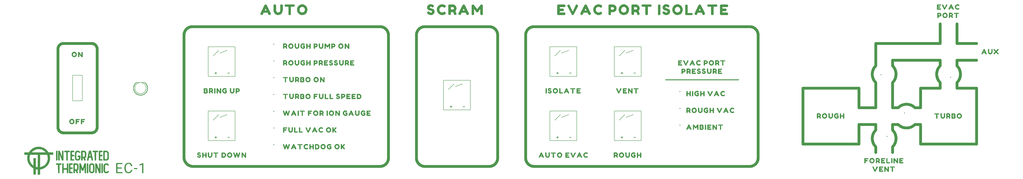
<source format=gto>
G04 EAGLE Gerber RS-274X export*
G75*
%MOMM*%
%FSLAX34Y34*%
%LPD*%
%INSilkscreen Top*%
%IPPOS*%
%AMOC8*
5,1,8,0,0,1.08239X$1,22.5*%
G01*
%ADD10C,1.270000*%
%ADD11C,0.406400*%
%ADD12C,0.228600*%
%ADD13C,0.203200*%
%ADD14C,0.127000*%
%ADD15C,0.025400*%
%ADD16C,0.152400*%

G36*
X207556Y50555D02*
X207556Y50555D01*
X207560Y50552D01*
X208051Y50650D01*
X208743Y50551D01*
X208748Y50554D01*
X208750Y50551D01*
X211250Y50551D01*
X211263Y50560D01*
X211272Y50556D01*
X211672Y50756D01*
X211682Y50777D01*
X211691Y50784D01*
X211688Y50788D01*
X211691Y50793D01*
X211699Y50800D01*
X211699Y74280D01*
X211874Y74455D01*
X213358Y74751D01*
X215357Y75051D01*
X215360Y75054D01*
X215363Y75052D01*
X216863Y75452D01*
X218862Y75952D01*
X218863Y75953D01*
X218864Y75953D01*
X220264Y76353D01*
X220265Y76354D01*
X220266Y76353D01*
X221766Y76853D01*
X221766Y76854D01*
X221767Y76854D01*
X224567Y77854D01*
X224568Y77856D01*
X224569Y77855D01*
X225969Y78455D01*
X225970Y78456D01*
X225971Y78455D01*
X227271Y79055D01*
X227272Y79057D01*
X227273Y79057D01*
X228573Y79756D01*
X230372Y80656D01*
X230373Y80657D01*
X231673Y81357D01*
X231675Y81360D01*
X231677Y81359D01*
X232876Y82158D01*
X234176Y82958D01*
X234177Y82961D01*
X234180Y82961D01*
X235780Y84161D01*
X235780Y84162D01*
X235781Y84162D01*
X236880Y85061D01*
X238080Y85961D01*
X238080Y85962D01*
X238081Y85962D01*
X239181Y86862D01*
X239182Y86864D01*
X239184Y86864D01*
X240684Y88264D01*
X242084Y89564D01*
X242084Y89567D01*
X242086Y89567D01*
X244086Y91767D01*
X244087Y91769D01*
X244088Y91769D01*
X244988Y92869D01*
X246287Y94368D01*
X246288Y94372D01*
X246291Y94373D01*
X247090Y95571D01*
X247989Y96770D01*
X247989Y96774D01*
X247992Y96774D01*
X248792Y98074D01*
X249792Y99674D01*
X250592Y100974D01*
X250592Y100976D01*
X250593Y100977D01*
X251293Y102277D01*
X251293Y102280D01*
X251295Y102281D01*
X251895Y103681D01*
X252495Y104979D01*
X252495Y104980D01*
X252895Y105880D01*
X252895Y105881D01*
X253495Y107281D01*
X253494Y107285D01*
X253497Y107286D01*
X253797Y108285D01*
X254296Y109683D01*
X254296Y109684D01*
X254297Y109684D01*
X254597Y110584D01*
X254596Y110586D01*
X254597Y110586D01*
X255197Y112586D01*
X255197Y112587D01*
X255198Y112587D01*
X255598Y114087D01*
X255597Y114089D01*
X255598Y114089D01*
X255798Y114989D01*
X255798Y114990D01*
X256298Y117490D01*
X256297Y117493D01*
X256299Y117494D01*
X256499Y119094D01*
X256498Y119095D01*
X256499Y119095D01*
X256599Y120095D01*
X256799Y122195D01*
X256798Y122197D01*
X256799Y122198D01*
X256899Y124198D01*
X256898Y124199D01*
X256899Y124200D01*
X256899Y127900D01*
X256898Y127902D01*
X256899Y127903D01*
X256799Y129403D01*
X256798Y129404D01*
X256799Y129405D01*
X256699Y130403D01*
X256599Y131903D01*
X256597Y131906D01*
X256599Y131907D01*
X256299Y133907D01*
X256297Y133909D01*
X256298Y133910D01*
X256099Y134908D01*
X255899Y136307D01*
X255895Y136311D01*
X255897Y136314D01*
X255598Y137312D01*
X255298Y138710D01*
X255296Y138712D01*
X255297Y138714D01*
X254997Y139714D01*
X254605Y141086D01*
X254770Y141251D01*
X270750Y141251D01*
X270763Y141260D01*
X270772Y141256D01*
X271172Y141456D01*
X271191Y141493D01*
X271199Y141500D01*
X271199Y152000D01*
X271163Y152047D01*
X271156Y152042D01*
X271150Y152049D01*
X249679Y152049D01*
X248993Y153323D01*
X248991Y153324D01*
X248992Y153326D01*
X248192Y154626D01*
X248189Y154627D01*
X248189Y154630D01*
X247290Y155829D01*
X246191Y157428D01*
X246186Y157430D01*
X246186Y157433D01*
X245188Y158532D01*
X243988Y160031D01*
X243986Y160031D01*
X243986Y160033D01*
X242986Y161133D01*
X242985Y161133D01*
X242985Y161135D01*
X240185Y163935D01*
X240183Y163935D01*
X240183Y163936D01*
X239083Y164936D01*
X239081Y164937D01*
X239081Y164938D01*
X237581Y166138D01*
X236382Y167138D01*
X236379Y167138D01*
X236379Y167140D01*
X234879Y168240D01*
X234878Y168240D01*
X234878Y168241D01*
X233578Y169141D01*
X233577Y169140D01*
X233577Y169141D01*
X232377Y169941D01*
X232374Y169941D01*
X232373Y169943D01*
X231074Y170643D01*
X229375Y171642D01*
X229374Y171642D01*
X229373Y171643D01*
X228073Y172343D01*
X228071Y172343D01*
X228070Y172345D01*
X226270Y173145D01*
X226269Y173145D01*
X224869Y173745D01*
X223070Y174545D01*
X223012Y174531D01*
X223015Y174518D01*
X223002Y174513D01*
X222996Y174491D01*
X222975Y174543D01*
X222969Y174540D01*
X222967Y174546D01*
X221567Y175046D01*
X221564Y175046D01*
X221564Y175047D01*
X220165Y175447D01*
X218767Y175946D01*
X218763Y175945D01*
X218762Y175948D01*
X216762Y176448D01*
X216760Y176447D01*
X216760Y176448D01*
X213760Y177048D01*
X213757Y177047D01*
X213757Y177049D01*
X212257Y177249D01*
X212255Y177248D01*
X212255Y177249D01*
X210155Y177449D01*
X208657Y177649D01*
X208654Y177648D01*
X208653Y177649D01*
X207053Y177749D01*
X207051Y177748D01*
X207050Y177749D01*
X203450Y177749D01*
X203448Y177748D01*
X203447Y177749D01*
X201947Y177649D01*
X200347Y177549D01*
X200345Y177547D01*
X200343Y177549D01*
X198243Y177249D01*
X195244Y176849D01*
X195240Y176845D01*
X195237Y176848D01*
X193739Y176448D01*
X191740Y176048D01*
X191738Y176046D01*
X191736Y176047D01*
X190336Y175647D01*
X190335Y175646D01*
X190334Y175647D01*
X188834Y175147D01*
X188834Y175146D01*
X188833Y175146D01*
X187433Y174646D01*
X187433Y174645D01*
X187432Y174646D01*
X185632Y173946D01*
X185631Y173945D01*
X184231Y173345D01*
X184230Y173345D01*
X182430Y172545D01*
X182429Y172542D01*
X182427Y172543D01*
X181127Y171843D01*
X181126Y171843D01*
X179327Y170843D01*
X178027Y170143D01*
X178025Y170140D01*
X178023Y170141D01*
X175623Y168541D01*
X175622Y168539D01*
X175620Y168539D01*
X172820Y166439D01*
X172820Y166437D01*
X172818Y166437D01*
X171319Y165138D01*
X170219Y164238D01*
X170218Y164234D01*
X170215Y164235D01*
X167415Y161435D01*
X167415Y161433D01*
X167414Y161433D01*
X166414Y160333D01*
X166413Y160332D01*
X165113Y158832D01*
X165113Y158831D01*
X165112Y158831D01*
X164212Y157731D01*
X164212Y157730D01*
X164211Y157730D01*
X162411Y155330D01*
X162411Y155327D01*
X162409Y155327D01*
X161609Y154127D01*
X160509Y152427D01*
X160509Y152423D01*
X160506Y152422D01*
X160320Y152049D01*
X140350Y152049D01*
X140303Y152013D01*
X140303Y152012D01*
X140302Y152012D01*
X140202Y151612D01*
X140206Y151604D01*
X140201Y151600D01*
X140201Y147100D01*
X140217Y147079D01*
X140215Y147065D01*
X140315Y146965D01*
X140342Y146962D01*
X140350Y146951D01*
X140701Y146951D01*
X140701Y146720D01*
X140415Y146435D01*
X140414Y146428D01*
X140409Y146427D01*
X140209Y146127D01*
X140210Y146115D01*
X140203Y146109D01*
X140206Y146104D01*
X140201Y146100D01*
X140201Y141600D01*
X140213Y141584D01*
X140209Y141573D01*
X140409Y141273D01*
X140442Y141261D01*
X140450Y141251D01*
X155401Y141251D01*
X155401Y141007D01*
X155003Y139614D01*
X155003Y139613D01*
X155002Y139613D01*
X154602Y138113D01*
X154603Y138111D01*
X154602Y138110D01*
X154302Y136710D01*
X154102Y135710D01*
X153802Y134310D01*
X153804Y134307D01*
X153801Y134305D01*
X153701Y133306D01*
X153501Y131807D01*
X153502Y131805D01*
X153501Y131805D01*
X153401Y130805D01*
X153402Y130804D01*
X153401Y130803D01*
X153301Y129303D01*
X153201Y128305D01*
X153203Y128302D01*
X153201Y128300D01*
X153201Y123100D01*
X153203Y123097D01*
X153201Y123096D01*
X153301Y121996D01*
X153401Y120497D01*
X153404Y120494D01*
X153402Y120491D01*
X153601Y119392D01*
X153801Y117894D01*
X153901Y116895D01*
X153904Y116892D01*
X153902Y116890D01*
X154402Y114390D01*
X154404Y114389D01*
X154402Y114387D01*
X154802Y112887D01*
X154803Y112887D01*
X154803Y112886D01*
X155203Y111486D01*
X155204Y111485D01*
X155203Y111484D01*
X156003Y109084D01*
X156004Y109084D01*
X156004Y109083D01*
X156503Y107685D01*
X156803Y106686D01*
X156806Y106683D01*
X156805Y106681D01*
X157405Y105281D01*
X157405Y105280D01*
X157805Y104380D01*
X157808Y104379D01*
X157807Y104377D01*
X160607Y99177D01*
X160609Y99175D01*
X160609Y99173D01*
X161709Y97473D01*
X161710Y97473D01*
X161709Y97472D01*
X162809Y95872D01*
X162811Y95872D01*
X162811Y95870D01*
X164011Y94270D01*
X164012Y94270D01*
X164012Y94269D01*
X165212Y92769D01*
X165213Y92769D01*
X165213Y92768D01*
X166513Y91268D01*
X166514Y91267D01*
X167814Y89867D01*
X167815Y89866D01*
X167815Y89865D01*
X169215Y88465D01*
X169217Y88465D01*
X169216Y88464D01*
X170716Y87064D01*
X170719Y87064D01*
X170719Y87062D01*
X172219Y85862D01*
X173718Y84563D01*
X173722Y84562D01*
X173723Y84559D01*
X174923Y83759D01*
X176622Y82659D01*
X178222Y81559D01*
X178225Y81560D01*
X178225Y81558D01*
X179925Y80558D01*
X179928Y80558D01*
X179928Y80556D01*
X181301Y79870D01*
X181301Y51900D01*
X181337Y51853D01*
X181338Y51853D01*
X181338Y51852D01*
X181738Y51752D01*
X181746Y51756D01*
X181750Y51751D01*
X191750Y51751D01*
X191771Y51767D01*
X191785Y51765D01*
X192085Y52065D01*
X192089Y52092D01*
X192099Y52100D01*
X192099Y75570D01*
X192257Y75648D01*
X193740Y75352D01*
X194740Y75152D01*
X196640Y74752D01*
X196642Y74753D01*
X196643Y74751D01*
X198643Y74451D01*
X198644Y74452D01*
X198645Y74451D01*
X200628Y74253D01*
X200901Y73980D01*
X200901Y51000D01*
X200906Y50993D01*
X200902Y50988D01*
X201002Y50588D01*
X201049Y50551D01*
X201049Y50552D01*
X201050Y50551D01*
X207550Y50551D01*
X207556Y50555D01*
G37*
G36*
X2859703Y776354D02*
X2859703Y776354D01*
X2859706Y776351D01*
X2863106Y776751D01*
X2863109Y776754D01*
X2863112Y776752D01*
X2866312Y777552D01*
X2866316Y777558D01*
X2866321Y777555D01*
X2869321Y778955D01*
X2869323Y778960D01*
X2869327Y778959D01*
X2872127Y780759D01*
X2872129Y780764D01*
X2872133Y780763D01*
X2874733Y783063D01*
X2874734Y783068D01*
X2874737Y783067D01*
X2877037Y785667D01*
X2877037Y785673D01*
X2877041Y785673D01*
X2878841Y788473D01*
X2878841Y788477D01*
X2878844Y788478D01*
X2880344Y791478D01*
X2880343Y791484D01*
X2880347Y791485D01*
X2881347Y794585D01*
X2881345Y794590D01*
X2881349Y794591D01*
X2881949Y797991D01*
X2881946Y797995D01*
X2881949Y797997D01*
X2882149Y801497D01*
X2882146Y801502D01*
X2882149Y801504D01*
X2881849Y805004D01*
X2881846Y805008D01*
X2881848Y805011D01*
X2881148Y808211D01*
X2881144Y808214D01*
X2881146Y808218D01*
X2879946Y811318D01*
X2879942Y811320D01*
X2879943Y811324D01*
X2878343Y814224D01*
X2878338Y814226D01*
X2878339Y814230D01*
X2876239Y816930D01*
X2876234Y816932D01*
X2876234Y816936D01*
X2873734Y819336D01*
X2873730Y819336D01*
X2873730Y819339D01*
X2871030Y821439D01*
X2871025Y821439D01*
X2871024Y821443D01*
X2868024Y823143D01*
X2868018Y823142D01*
X2868017Y823146D01*
X2865017Y824246D01*
X2865012Y824245D01*
X2865010Y824248D01*
X2861710Y824948D01*
X2861706Y824946D01*
X2861704Y824949D01*
X2858304Y825249D01*
X2858300Y825246D01*
X2858298Y825249D01*
X2856098Y825149D01*
X2856094Y825146D01*
X2856091Y825148D01*
X2852791Y824548D01*
X2852788Y824545D01*
X2852785Y824547D01*
X2849685Y823547D01*
X2849682Y823542D01*
X2849678Y823544D01*
X2846678Y822044D01*
X2846676Y822040D01*
X2846672Y822041D01*
X2843872Y820141D01*
X2843871Y820136D01*
X2843867Y820136D01*
X2841367Y817836D01*
X2841366Y817832D01*
X2841362Y817832D01*
X2839262Y815332D01*
X2839262Y815325D01*
X2839257Y815324D01*
X2837557Y812324D01*
X2837558Y812320D01*
X2837555Y812319D01*
X2836255Y809219D01*
X2836255Y809216D01*
X2836253Y809214D01*
X2836254Y809212D01*
X2836252Y809212D01*
X2835452Y805912D01*
X2835454Y805908D01*
X2835451Y805906D01*
X2835051Y802606D01*
X2835053Y802603D01*
X2835051Y802601D01*
X2834951Y799101D01*
X2834954Y799097D01*
X2834951Y799094D01*
X2835351Y795694D01*
X2835355Y795690D01*
X2835353Y795687D01*
X2836253Y792487D01*
X2836257Y792484D01*
X2836255Y792480D01*
X2837555Y789480D01*
X2837559Y789478D01*
X2837558Y789475D01*
X2839258Y786575D01*
X2839263Y786573D01*
X2839262Y786569D01*
X2841462Y783869D01*
X2841467Y783868D01*
X2841467Y783864D01*
X2844067Y781464D01*
X2844072Y781463D01*
X2844072Y781460D01*
X2846772Y779560D01*
X2846777Y779560D01*
X2846778Y779556D01*
X2849778Y778056D01*
X2849784Y778057D01*
X2849785Y778053D01*
X2852885Y777053D01*
X2852890Y777055D01*
X2852891Y777052D01*
X2856191Y776452D01*
X2856196Y776454D01*
X2856199Y776451D01*
X2859699Y776351D01*
X2859703Y776354D01*
G37*
G36*
X1401403Y776354D02*
X1401403Y776354D01*
X1401406Y776351D01*
X1404806Y776751D01*
X1404809Y776754D01*
X1404812Y776752D01*
X1408012Y777552D01*
X1408016Y777558D01*
X1408021Y777555D01*
X1411021Y778955D01*
X1411023Y778960D01*
X1411027Y778959D01*
X1413827Y780759D01*
X1413829Y780764D01*
X1413833Y780763D01*
X1416433Y783063D01*
X1416434Y783068D01*
X1416437Y783067D01*
X1418737Y785667D01*
X1418737Y785673D01*
X1418741Y785673D01*
X1420541Y788473D01*
X1420541Y788477D01*
X1420544Y788478D01*
X1422044Y791478D01*
X1422043Y791484D01*
X1422047Y791485D01*
X1423047Y794585D01*
X1423045Y794590D01*
X1423049Y794591D01*
X1423649Y797991D01*
X1423646Y797995D01*
X1423649Y797997D01*
X1423849Y801497D01*
X1423846Y801502D01*
X1423849Y801504D01*
X1423549Y805004D01*
X1423546Y805008D01*
X1423548Y805011D01*
X1422848Y808211D01*
X1422844Y808214D01*
X1422846Y808218D01*
X1421646Y811318D01*
X1421642Y811320D01*
X1421643Y811324D01*
X1420043Y814224D01*
X1420038Y814226D01*
X1420039Y814230D01*
X1417939Y816930D01*
X1417934Y816932D01*
X1417934Y816936D01*
X1415434Y819336D01*
X1415430Y819336D01*
X1415430Y819339D01*
X1412730Y821439D01*
X1412725Y821439D01*
X1412724Y821443D01*
X1409724Y823143D01*
X1409718Y823142D01*
X1409717Y823146D01*
X1406717Y824246D01*
X1406712Y824245D01*
X1406710Y824248D01*
X1403410Y824948D01*
X1403406Y824946D01*
X1403404Y824949D01*
X1400004Y825249D01*
X1400000Y825246D01*
X1399998Y825249D01*
X1397898Y825149D01*
X1397894Y825146D01*
X1397891Y825149D01*
X1394491Y824549D01*
X1394488Y824545D01*
X1394485Y824547D01*
X1391385Y823547D01*
X1391382Y823542D01*
X1391378Y823544D01*
X1388378Y822044D01*
X1388376Y822040D01*
X1388372Y822041D01*
X1385572Y820141D01*
X1385571Y820136D01*
X1385567Y820136D01*
X1383067Y817836D01*
X1383066Y817832D01*
X1383062Y817832D01*
X1380962Y815332D01*
X1380962Y815325D01*
X1380957Y815324D01*
X1379257Y812324D01*
X1379258Y812320D01*
X1379255Y812319D01*
X1377955Y809219D01*
X1377955Y809216D01*
X1377953Y809214D01*
X1377954Y809212D01*
X1377952Y809212D01*
X1377152Y805912D01*
X1377154Y805908D01*
X1377151Y805906D01*
X1376751Y802606D01*
X1376753Y802603D01*
X1376751Y802601D01*
X1376651Y799101D01*
X1376654Y799097D01*
X1376651Y799094D01*
X1377051Y795694D01*
X1377055Y795690D01*
X1377053Y795687D01*
X1377953Y792487D01*
X1377957Y792484D01*
X1377955Y792480D01*
X1379255Y789480D01*
X1379259Y789478D01*
X1379258Y789475D01*
X1380958Y786575D01*
X1380963Y786573D01*
X1380962Y786569D01*
X1383162Y783869D01*
X1383167Y783868D01*
X1383167Y783864D01*
X1385767Y781464D01*
X1385772Y781463D01*
X1385772Y781460D01*
X1388472Y779560D01*
X1388477Y779560D01*
X1388478Y779556D01*
X1391478Y778056D01*
X1391484Y778057D01*
X1391485Y778053D01*
X1394585Y777053D01*
X1394590Y777055D01*
X1394591Y777052D01*
X1397891Y776452D01*
X1397896Y776454D01*
X1397899Y776451D01*
X1401399Y776351D01*
X1401403Y776354D01*
G37*
G36*
X3103203Y776354D02*
X3103203Y776354D01*
X3103206Y776351D01*
X3106606Y776751D01*
X3106609Y776754D01*
X3106612Y776752D01*
X3109812Y777552D01*
X3109816Y777558D01*
X3109821Y777555D01*
X3112821Y778955D01*
X3112823Y778960D01*
X3112827Y778959D01*
X3115627Y780759D01*
X3115629Y780764D01*
X3115633Y780763D01*
X3118233Y783063D01*
X3118234Y783068D01*
X3118237Y783067D01*
X3120537Y785667D01*
X3120537Y785673D01*
X3120541Y785673D01*
X3122341Y788473D01*
X3122341Y788477D01*
X3122344Y788478D01*
X3123844Y791478D01*
X3123843Y791484D01*
X3123847Y791485D01*
X3124847Y794585D01*
X3124845Y794590D01*
X3124849Y794591D01*
X3125449Y797991D01*
X3125446Y797995D01*
X3125449Y797997D01*
X3125649Y801497D01*
X3125646Y801502D01*
X3125649Y801504D01*
X3125349Y805004D01*
X3125346Y805008D01*
X3125348Y805011D01*
X3124648Y808211D01*
X3124644Y808214D01*
X3124646Y808218D01*
X3123446Y811318D01*
X3123442Y811320D01*
X3123443Y811324D01*
X3121843Y814224D01*
X3121838Y814226D01*
X3121839Y814230D01*
X3119739Y816930D01*
X3119734Y816932D01*
X3119734Y816936D01*
X3117234Y819336D01*
X3117230Y819336D01*
X3117230Y819339D01*
X3114530Y821439D01*
X3114525Y821439D01*
X3114524Y821443D01*
X3111524Y823143D01*
X3111518Y823142D01*
X3111517Y823146D01*
X3108517Y824246D01*
X3108512Y824245D01*
X3108510Y824248D01*
X3105210Y824948D01*
X3105206Y824946D01*
X3105204Y824949D01*
X3101804Y825249D01*
X3101800Y825246D01*
X3101798Y825249D01*
X3099698Y825149D01*
X3099694Y825146D01*
X3099691Y825149D01*
X3096291Y824549D01*
X3096288Y824545D01*
X3096285Y824547D01*
X3093185Y823547D01*
X3093182Y823542D01*
X3093178Y823544D01*
X3090178Y822044D01*
X3090176Y822040D01*
X3090172Y822041D01*
X3087372Y820141D01*
X3087371Y820136D01*
X3087367Y820136D01*
X3084867Y817836D01*
X3084866Y817832D01*
X3084862Y817832D01*
X3082762Y815332D01*
X3082762Y815325D01*
X3082757Y815324D01*
X3081057Y812324D01*
X3081058Y812320D01*
X3081055Y812319D01*
X3079755Y809219D01*
X3079755Y809216D01*
X3079753Y809214D01*
X3079754Y809212D01*
X3079752Y809212D01*
X3078952Y805912D01*
X3078954Y805908D01*
X3078951Y805906D01*
X3078551Y802606D01*
X3078553Y802603D01*
X3078551Y802601D01*
X3078451Y799101D01*
X3078454Y799097D01*
X3078451Y799094D01*
X3078851Y795694D01*
X3078855Y795690D01*
X3078853Y795687D01*
X3079753Y792487D01*
X3079757Y792484D01*
X3079755Y792480D01*
X3081055Y789480D01*
X3081059Y789478D01*
X3081058Y789475D01*
X3082758Y786575D01*
X3082763Y786573D01*
X3082762Y786569D01*
X3084962Y783869D01*
X3084967Y783868D01*
X3084967Y783864D01*
X3087567Y781464D01*
X3087572Y781463D01*
X3087572Y781460D01*
X3090272Y779560D01*
X3090277Y779560D01*
X3090278Y779556D01*
X3093278Y778056D01*
X3093284Y778057D01*
X3093285Y778053D01*
X3096385Y777053D01*
X3096390Y777055D01*
X3096391Y777052D01*
X3099691Y776452D01*
X3099696Y776454D01*
X3099699Y776451D01*
X3103199Y776351D01*
X3103203Y776354D01*
G37*
%LPC*%
G36*
X211783Y84344D02*
X211783Y84344D01*
X211601Y84709D01*
X211699Y85494D01*
X211697Y85498D01*
X211699Y85500D01*
X211699Y87000D01*
X211663Y87047D01*
X211662Y87047D01*
X211662Y87048D01*
X211280Y87143D01*
X211132Y87366D01*
X211560Y87452D01*
X211588Y87484D01*
X211598Y87488D01*
X211698Y87888D01*
X211694Y87896D01*
X211699Y87900D01*
X211699Y120900D01*
X211694Y120907D01*
X211698Y120912D01*
X211600Y121301D01*
X211698Y121790D01*
X211695Y121797D01*
X211699Y121800D01*
X211699Y127300D01*
X211695Y127306D01*
X211698Y127310D01*
X211598Y127809D01*
X211598Y127810D01*
X211554Y127849D01*
X211543Y127837D01*
X211528Y127844D01*
X211138Y127649D01*
X210453Y127649D01*
X210360Y127659D01*
X210446Y127651D01*
X210496Y127682D01*
X210490Y127693D01*
X210499Y127700D01*
X210499Y127975D01*
X210866Y128251D01*
X211250Y128251D01*
X211257Y128256D01*
X211262Y128252D01*
X211662Y128352D01*
X211699Y128399D01*
X211698Y128399D01*
X211699Y128400D01*
X211699Y128900D01*
X211695Y128906D01*
X211698Y128910D01*
X211600Y129400D01*
X211698Y129890D01*
X211695Y129897D01*
X211699Y129900D01*
X211699Y140400D01*
X211698Y140401D01*
X211699Y140402D01*
X211696Y140405D01*
X211663Y140447D01*
X211649Y140437D01*
X211634Y140447D01*
X211347Y140351D01*
X210950Y140430D01*
X211070Y140551D01*
X211450Y140551D01*
X211486Y140578D01*
X211495Y140581D01*
X211783Y141251D01*
X213250Y141251D01*
X213257Y141256D01*
X213262Y141252D01*
X213662Y141352D01*
X213699Y141399D01*
X213690Y141406D01*
X213697Y141416D01*
X213614Y141665D01*
X214335Y141845D01*
X214612Y141569D01*
X214809Y141273D01*
X214842Y141261D01*
X214850Y141251D01*
X242844Y141251D01*
X243213Y141158D01*
X243703Y139884D01*
X244003Y138886D01*
X244004Y138885D01*
X244003Y138884D01*
X244603Y137086D01*
X244902Y136087D01*
X245102Y135189D01*
X245302Y134190D01*
X245501Y133192D01*
X245701Y131694D01*
X245703Y131692D01*
X245702Y131690D01*
X245901Y130693D01*
X246001Y129695D01*
X246101Y128698D01*
X246101Y127700D01*
X246103Y127697D01*
X246101Y127696D01*
X246201Y126598D01*
X246201Y125602D01*
X246101Y124504D01*
X246103Y124502D01*
X246101Y124500D01*
X246101Y123002D01*
X246001Y121904D01*
X245901Y120906D01*
X245701Y119408D01*
X245502Y118410D01*
X245302Y117411D01*
X244902Y115913D01*
X244903Y115910D01*
X244902Y115910D01*
X244702Y114912D01*
X244403Y113914D01*
X244004Y112517D01*
X243605Y111620D01*
X243606Y111615D01*
X243603Y111614D01*
X243304Y110617D01*
X242905Y109720D01*
X242505Y108820D01*
X242106Y107922D01*
X241407Y106623D01*
X240907Y105724D01*
X240208Y104526D01*
X239609Y103627D01*
X238809Y102427D01*
X238809Y102426D01*
X238808Y102426D01*
X238310Y101628D01*
X237413Y100432D01*
X236715Y99735D01*
X236715Y99731D01*
X236712Y99731D01*
X235812Y98632D01*
X235114Y97833D01*
X233117Y95836D01*
X232318Y95137D01*
X232315Y95124D01*
X232306Y95122D01*
X232206Y94922D01*
X232217Y94864D01*
X232233Y94867D01*
X232240Y94852D01*
X232740Y94752D01*
X233635Y94553D01*
X234062Y94382D01*
X233821Y94141D01*
X233434Y93947D01*
X232440Y93748D01*
X232436Y93743D01*
X232432Y93746D01*
X231932Y93546D01*
X231927Y93538D01*
X231920Y93539D01*
X231524Y93242D01*
X231128Y93044D01*
X231127Y93043D01*
X231126Y93043D01*
X230237Y92549D01*
X229755Y92549D01*
X229260Y92648D01*
X229234Y92636D01*
X229220Y92639D01*
X228822Y92340D01*
X228024Y91842D01*
X228023Y91839D01*
X228020Y91839D01*
X227223Y91241D01*
X226326Y90743D01*
X225426Y90243D01*
X225425Y90241D01*
X225424Y90242D01*
X224627Y89744D01*
X223730Y89345D01*
X223729Y89343D01*
X223728Y89344D01*
X221928Y88444D01*
X221918Y88424D01*
X221906Y88422D01*
X221711Y88032D01*
X221326Y87743D01*
X220850Y87553D01*
X220368Y87746D01*
X220344Y87739D01*
X220333Y87746D01*
X218933Y87246D01*
X218919Y87225D01*
X218906Y87222D01*
X218720Y86849D01*
X217850Y86849D01*
X217848Y86848D01*
X217844Y86848D01*
X217842Y86847D01*
X217840Y86848D01*
X217340Y86748D01*
X217338Y86746D01*
X217336Y86747D01*
X216336Y86447D01*
X216335Y86446D01*
X216334Y86447D01*
X215437Y86148D01*
X213940Y85848D01*
X212940Y85648D01*
X212934Y85641D01*
X212928Y85644D01*
X212728Y85544D01*
X212721Y85529D01*
X212706Y85522D01*
X212712Y85511D01*
X212702Y85491D01*
X212728Y85478D01*
X212740Y85452D01*
X213236Y85353D01*
X213726Y85157D01*
X214057Y84908D01*
X213728Y84744D01*
X213330Y84545D01*
X212837Y84348D01*
X212251Y84250D01*
X211783Y84344D01*
G37*
%LPD*%
G36*
X2174506Y776358D02*
X2174506Y776358D01*
X2174513Y776352D01*
X2177913Y777252D01*
X2177930Y777274D01*
X2177943Y777276D01*
X2179343Y779776D01*
X2179342Y779782D01*
X2179346Y779785D01*
X2179341Y779793D01*
X2179349Y779800D01*
X2179349Y803502D01*
X2180065Y802965D01*
X2182460Y799671D01*
X2185360Y795671D01*
X2185362Y795671D01*
X2185361Y795670D01*
X2187561Y792870D01*
X2188960Y790971D01*
X2188970Y790968D01*
X2188970Y790961D01*
X2191570Y788961D01*
X2191588Y788961D01*
X2191590Y788959D01*
X2191591Y788959D01*
X2191596Y788951D01*
X2194996Y788651D01*
X2195015Y788663D01*
X2195027Y788659D01*
X2197927Y790559D01*
X2197931Y790570D01*
X2197939Y790570D01*
X2199539Y792670D01*
X2199539Y792671D01*
X2199540Y792671D01*
X2204140Y798971D01*
X2207751Y803948D01*
X2207751Y783800D01*
X2207751Y783799D01*
X2207851Y780199D01*
X2207861Y780186D01*
X2207856Y780177D01*
X2209256Y777477D01*
X2209280Y777466D01*
X2209284Y777453D01*
X2212284Y776453D01*
X2212295Y776457D01*
X2212300Y776451D01*
X2215900Y776451D01*
X2215915Y776462D01*
X2215925Y776457D01*
X2218325Y777857D01*
X2218335Y777882D01*
X2218347Y777886D01*
X2219347Y781386D01*
X2219344Y781396D01*
X2219349Y781400D01*
X2219349Y819100D01*
X2219344Y819107D01*
X2219348Y819111D01*
X2218648Y822111D01*
X2218631Y822126D01*
X2218631Y822138D01*
X2216531Y823838D01*
X2216510Y823839D01*
X2216503Y823849D01*
X2212203Y824149D01*
X2212191Y824141D01*
X2212184Y824146D01*
X2209084Y823046D01*
X2209073Y823031D01*
X2209062Y823031D01*
X2206362Y819731D01*
X2206362Y819730D01*
X2206361Y819730D01*
X2204761Y817630D01*
X2202861Y815130D01*
X2200661Y812230D01*
X2195368Y805239D01*
X2192715Y803962D01*
X2180640Y820229D01*
X2180638Y820230D01*
X2180638Y820231D01*
X2178538Y822831D01*
X2178521Y822835D01*
X2178518Y822846D01*
X2175518Y824046D01*
X2175505Y824042D01*
X2175499Y824049D01*
X2171399Y823949D01*
X2171386Y823939D01*
X2171377Y823944D01*
X2168877Y822644D01*
X2168867Y822621D01*
X2168859Y822615D01*
X2168852Y822613D01*
X2168052Y819613D01*
X2168055Y819607D01*
X2168053Y819606D01*
X2168055Y819603D01*
X2168051Y819600D01*
X2168051Y782200D01*
X2168053Y782197D01*
X2168051Y782196D01*
X2168351Y778896D01*
X2168367Y778878D01*
X2168365Y778865D01*
X2170465Y776765D01*
X2170488Y776762D01*
X2170495Y776751D01*
X2174495Y776351D01*
X2174506Y776358D01*
G37*
G36*
X2925811Y777052D02*
X2925811Y777052D01*
X2925818Y777060D01*
X2925824Y777057D01*
X2929324Y779057D01*
X2929333Y779076D01*
X2929344Y779079D01*
X2930544Y781579D01*
X2930539Y781604D01*
X2930547Y781614D01*
X2929547Y784914D01*
X2929544Y784917D01*
X2929545Y784919D01*
X2928745Y786819D01*
X2927245Y790319D01*
X2927245Y790320D01*
X2925948Y793213D01*
X2925651Y795585D01*
X2927738Y798169D01*
X2927739Y798177D01*
X2927744Y798179D01*
X2929144Y801079D01*
X2929143Y801085D01*
X2929148Y801087D01*
X2930048Y804387D01*
X2930044Y804395D01*
X2930049Y804399D01*
X2930149Y807999D01*
X2930146Y808003D01*
X2930149Y808006D01*
X2929749Y811406D01*
X2929743Y811412D01*
X2929746Y811418D01*
X2928546Y814518D01*
X2928541Y814521D01*
X2928542Y814525D01*
X2926742Y817525D01*
X2926734Y817529D01*
X2926735Y817535D01*
X2924435Y819835D01*
X2924411Y819838D01*
X2924411Y819839D01*
X2924408Y819839D01*
X2924376Y819843D01*
X2924374Y819832D01*
X2924364Y819834D01*
X2924340Y819808D01*
X2924342Y819826D01*
X2924330Y819827D01*
X2924330Y819839D01*
X2921430Y822039D01*
X2921422Y822039D01*
X2921421Y822044D01*
X2918321Y823544D01*
X2918314Y823543D01*
X2918312Y823548D01*
X2915212Y824348D01*
X2915206Y824345D01*
X2915203Y824349D01*
X2911903Y824549D01*
X2911901Y824548D01*
X2911900Y824549D01*
X2898000Y824549D01*
X2897993Y824544D01*
X2897987Y824548D01*
X2894587Y823648D01*
X2894570Y823626D01*
X2894557Y823624D01*
X2893157Y821124D01*
X2893159Y821107D01*
X2893151Y821100D01*
X2893151Y783700D01*
X2893152Y783698D01*
X2893151Y783697D01*
X2893351Y780097D01*
X2893359Y780087D01*
X2893355Y780079D01*
X2894455Y777679D01*
X2894482Y777665D01*
X2894487Y777652D01*
X2897887Y776752D01*
X2897898Y776757D01*
X2897903Y776751D01*
X2902203Y777051D01*
X2902221Y777066D01*
X2902233Y777063D01*
X2904233Y778863D01*
X2904237Y778886D01*
X2904249Y778893D01*
X2904749Y782193D01*
X2904746Y782197D01*
X2904747Y782198D01*
X2904749Y782200D01*
X2904749Y788965D01*
X2907209Y789851D01*
X2913974Y789851D01*
X2916457Y786176D01*
X2918154Y782181D01*
X2919254Y779481D01*
X2919257Y779480D01*
X2919256Y779478D01*
X2919956Y778078D01*
X2919972Y778070D01*
X2919973Y778059D01*
X2922573Y776359D01*
X2922600Y776361D01*
X2922611Y776352D01*
X2925811Y777052D01*
G37*
G36*
X2095411Y777052D02*
X2095411Y777052D01*
X2095418Y777060D01*
X2095424Y777057D01*
X2098924Y779057D01*
X2098933Y779076D01*
X2098944Y779079D01*
X2100144Y781579D01*
X2100139Y781604D01*
X2100147Y781614D01*
X2099147Y784914D01*
X2099144Y784917D01*
X2099145Y784919D01*
X2098345Y786819D01*
X2096845Y790319D01*
X2096845Y790320D01*
X2095548Y793213D01*
X2095251Y795585D01*
X2097338Y798169D01*
X2097339Y798177D01*
X2097344Y798179D01*
X2098744Y801079D01*
X2098743Y801086D01*
X2098748Y801088D01*
X2099548Y804388D01*
X2099545Y804395D01*
X2099549Y804397D01*
X2099749Y807997D01*
X2099745Y808003D01*
X2099749Y808007D01*
X2099249Y811407D01*
X2099244Y811412D01*
X2099246Y811416D01*
X2098146Y814516D01*
X2098140Y814521D01*
X2098142Y814525D01*
X2096342Y817525D01*
X2096334Y817529D01*
X2096335Y817535D01*
X2094035Y819835D01*
X2094011Y819838D01*
X2094011Y819839D01*
X2094008Y819839D01*
X2093976Y819843D01*
X2093974Y819832D01*
X2093964Y819834D01*
X2093940Y819808D01*
X2093942Y819826D01*
X2093930Y819827D01*
X2093930Y819839D01*
X2091030Y822039D01*
X2091022Y822039D01*
X2091021Y822044D01*
X2087921Y823544D01*
X2087914Y823543D01*
X2087912Y823548D01*
X2084812Y824348D01*
X2084806Y824345D01*
X2084803Y824349D01*
X2081503Y824549D01*
X2081501Y824548D01*
X2081500Y824549D01*
X2067600Y824549D01*
X2067593Y824544D01*
X2067587Y824548D01*
X2064187Y823648D01*
X2064170Y823626D01*
X2064157Y823624D01*
X2062757Y821124D01*
X2062759Y821107D01*
X2062751Y821100D01*
X2062751Y783700D01*
X2062752Y783698D01*
X2062751Y783697D01*
X2062951Y780097D01*
X2062959Y780087D01*
X2062955Y780079D01*
X2064055Y777679D01*
X2064082Y777665D01*
X2064087Y777652D01*
X2067487Y776752D01*
X2067498Y776757D01*
X2067503Y776751D01*
X2071803Y777051D01*
X2071821Y777066D01*
X2071833Y777063D01*
X2073833Y778863D01*
X2073837Y778886D01*
X2073849Y778893D01*
X2074349Y782193D01*
X2074346Y782197D01*
X2074347Y782198D01*
X2074349Y782200D01*
X2074349Y788965D01*
X2076809Y789851D01*
X2083574Y789851D01*
X2086057Y786176D01*
X2087754Y782181D01*
X2088854Y779481D01*
X2088857Y779480D01*
X2088856Y779478D01*
X2089556Y778078D01*
X2089572Y778070D01*
X2089573Y778059D01*
X2092173Y776359D01*
X2092200Y776361D01*
X2092211Y776352D01*
X2095411Y777052D01*
G37*
G36*
X3324501Y776351D02*
X3324501Y776351D01*
X3328001Y776451D01*
X3328012Y776460D01*
X3328021Y776455D01*
X3330421Y777555D01*
X3330435Y777581D01*
X3330447Y777586D01*
X3331447Y780986D01*
X3331443Y780998D01*
X3331449Y781003D01*
X3331149Y785303D01*
X3331135Y785319D01*
X3331138Y785331D01*
X3329438Y787431D01*
X3329414Y787437D01*
X3329407Y787449D01*
X3326107Y787949D01*
X3326102Y787946D01*
X3326100Y787949D01*
X3305749Y787949D01*
X3305749Y791297D01*
X3306143Y794251D01*
X3316200Y794251D01*
X3316201Y794251D01*
X3319901Y794351D01*
X3319910Y794358D01*
X3319917Y794354D01*
X3322617Y795354D01*
X3322630Y795373D01*
X3322642Y795375D01*
X3324242Y798075D01*
X3324240Y798093D01*
X3324249Y798100D01*
X3324249Y802500D01*
X3324238Y802515D01*
X3324242Y802525D01*
X3322742Y805025D01*
X3322719Y805035D01*
X3322715Y805047D01*
X3319915Y805947D01*
X3319905Y805943D01*
X3319900Y805949D01*
X3306241Y805949D01*
X3305749Y808804D01*
X3305749Y812157D01*
X3308703Y812551D01*
X3325600Y812551D01*
X3325603Y812553D01*
X3325604Y812551D01*
X3329004Y812851D01*
X3329022Y812867D01*
X3329035Y812865D01*
X3330935Y814765D01*
X3330938Y814787D01*
X3330949Y814793D01*
X3331549Y818893D01*
X3331543Y818904D01*
X3331548Y818911D01*
X3330748Y822511D01*
X3330726Y822529D01*
X3330725Y822543D01*
X3328325Y823943D01*
X3328309Y823941D01*
X3328303Y823949D01*
X3324903Y824149D01*
X3324901Y824148D01*
X3324900Y824149D01*
X3301200Y824149D01*
X3301198Y824148D01*
X3301197Y824149D01*
X3297397Y823949D01*
X3297384Y823938D01*
X3297374Y823942D01*
X3295074Y822542D01*
X3295067Y822522D01*
X3295057Y822515D01*
X3295053Y822513D01*
X3294153Y819313D01*
X3294154Y819311D01*
X3294153Y819310D01*
X3294155Y819307D01*
X3294156Y819304D01*
X3294151Y819300D01*
X3294151Y781700D01*
X3294154Y781696D01*
X3294151Y781694D01*
X3294551Y778494D01*
X3294569Y778475D01*
X3294569Y778462D01*
X3296669Y776762D01*
X3296689Y776761D01*
X3296695Y776751D01*
X3300695Y776351D01*
X3300698Y776353D01*
X3300700Y776351D01*
X3324500Y776351D01*
X3324501Y776351D01*
G37*
G36*
X2586901Y776351D02*
X2586901Y776351D01*
X2590401Y776451D01*
X2590412Y776460D01*
X2590421Y776455D01*
X2592821Y777555D01*
X2592835Y777581D01*
X2592847Y777586D01*
X2593847Y780986D01*
X2593843Y780998D01*
X2593849Y781003D01*
X2593549Y785303D01*
X2593535Y785319D01*
X2593538Y785331D01*
X2591838Y787431D01*
X2591814Y787437D01*
X2591807Y787449D01*
X2588507Y787949D01*
X2588502Y787946D01*
X2588500Y787949D01*
X2568149Y787949D01*
X2568149Y791297D01*
X2568543Y794251D01*
X2578600Y794251D01*
X2578601Y794251D01*
X2582301Y794351D01*
X2582310Y794358D01*
X2582317Y794354D01*
X2585017Y795354D01*
X2585030Y795373D01*
X2585042Y795375D01*
X2586642Y798075D01*
X2586640Y798094D01*
X2586649Y798101D01*
X2586549Y802501D01*
X2586539Y802514D01*
X2586543Y802524D01*
X2585143Y805024D01*
X2585119Y805034D01*
X2585115Y805047D01*
X2582315Y805947D01*
X2582305Y805943D01*
X2582300Y805949D01*
X2568641Y805949D01*
X2568149Y808804D01*
X2568149Y812157D01*
X2571103Y812551D01*
X2588000Y812551D01*
X2588003Y812553D01*
X2588004Y812551D01*
X2591404Y812851D01*
X2591422Y812867D01*
X2591435Y812865D01*
X2593335Y814765D01*
X2593338Y814788D01*
X2593349Y814794D01*
X2593849Y818894D01*
X2593843Y818904D01*
X2593848Y818909D01*
X2593148Y822509D01*
X2593126Y822529D01*
X2593124Y822543D01*
X2590624Y823943D01*
X2590609Y823941D01*
X2590603Y823949D01*
X2587303Y824149D01*
X2587301Y824148D01*
X2587300Y824149D01*
X2563600Y824149D01*
X2563598Y824148D01*
X2563597Y824149D01*
X2559697Y823949D01*
X2559684Y823938D01*
X2559674Y823942D01*
X2557374Y822542D01*
X2557367Y822522D01*
X2557354Y822513D01*
X2557352Y822512D01*
X2556552Y819312D01*
X2556553Y819310D01*
X2556554Y819309D01*
X2556556Y819304D01*
X2556551Y819300D01*
X2556551Y781700D01*
X2556554Y781696D01*
X2556551Y781694D01*
X2556951Y778494D01*
X2556969Y778475D01*
X2556969Y778462D01*
X2559069Y776762D01*
X2559089Y776761D01*
X2559095Y776751D01*
X2563095Y776351D01*
X2563098Y776353D01*
X2563100Y776351D01*
X2586900Y776351D01*
X2586901Y776351D01*
G37*
%LPC*%
G36*
X199660Y85148D02*
X199660Y85148D01*
X199657Y85147D01*
X199657Y85149D01*
X198158Y85349D01*
X197160Y85548D01*
X195662Y85848D01*
X194264Y86247D01*
X194263Y86247D01*
X194263Y86248D01*
X192375Y86744D01*
X192099Y87020D01*
X192099Y113500D01*
X192063Y113547D01*
X192056Y113542D01*
X192050Y113549D01*
X191750Y113549D01*
X191740Y113542D01*
X191735Y113542D01*
X191734Y113541D01*
X191728Y113544D01*
X191330Y113345D01*
X190841Y113149D01*
X190355Y113149D01*
X189923Y113236D01*
X190089Y113568D01*
X190480Y113861D01*
X190482Y113870D01*
X190489Y113870D01*
X190789Y114270D01*
X190789Y114281D01*
X190796Y114283D01*
X191089Y115065D01*
X191469Y115254D01*
X192066Y115453D01*
X192095Y115496D01*
X192097Y115498D01*
X192099Y115500D01*
X192099Y125500D01*
X192090Y125513D01*
X192094Y125522D01*
X191894Y125922D01*
X191857Y125941D01*
X191850Y125949D01*
X181350Y125949D01*
X181303Y125913D01*
X181308Y125906D01*
X181301Y125900D01*
X181301Y92449D01*
X181166Y92449D01*
X179180Y93939D01*
X178381Y94538D01*
X177284Y95536D01*
X174786Y98034D01*
X173786Y99133D01*
X173728Y99144D01*
X173727Y99139D01*
X173723Y99141D01*
X173444Y98955D01*
X172470Y99345D01*
X172072Y99544D01*
X171699Y99730D01*
X171699Y100084D01*
X171981Y100459D01*
X172468Y100654D01*
X172499Y100705D01*
X172492Y100709D01*
X172497Y100716D01*
X172397Y101016D01*
X172387Y101022D01*
X172389Y101030D01*
X170890Y103029D01*
X170092Y104226D01*
X169593Y105123D01*
X168893Y106423D01*
X168891Y106424D01*
X168892Y106426D01*
X168394Y107223D01*
X167795Y108619D01*
X167795Y108620D01*
X167395Y109519D01*
X166795Y110919D01*
X166795Y110920D01*
X166396Y111817D01*
X166097Y112814D01*
X166096Y112815D01*
X166097Y112816D01*
X165797Y113714D01*
X165497Y114714D01*
X165198Y115712D01*
X164898Y117110D01*
X164698Y118110D01*
X164693Y118114D01*
X164696Y118118D01*
X164499Y118609D01*
X164499Y119000D01*
X164496Y119004D01*
X164499Y119007D01*
X164299Y120507D01*
X164099Y122005D01*
X163999Y123503D01*
X163998Y123504D01*
X163999Y123505D01*
X163899Y124502D01*
X163899Y126998D01*
X163999Y128597D01*
X164099Y130094D01*
X164298Y131090D01*
X164297Y131093D01*
X164299Y131094D01*
X164499Y132594D01*
X164698Y134090D01*
X165097Y135486D01*
X165096Y135489D01*
X165098Y135490D01*
X165398Y136987D01*
X165896Y138383D01*
X165896Y138386D01*
X165897Y138386D01*
X166296Y139783D01*
X166889Y141067D01*
X167165Y141251D01*
X192650Y141251D01*
X192663Y141261D01*
X192680Y141261D01*
X192680Y141273D01*
X192697Y141287D01*
X192680Y141310D01*
X192680Y141339D01*
X192299Y141625D01*
X192299Y141851D01*
X192720Y141851D01*
X192906Y141478D01*
X192916Y141473D01*
X192915Y141465D01*
X193115Y141265D01*
X193142Y141262D01*
X193150Y141251D01*
X200642Y141251D01*
X200901Y141165D01*
X200901Y129200D01*
X200913Y129184D01*
X200909Y129173D01*
X201109Y128873D01*
X201134Y128864D01*
X201140Y128852D01*
X201612Y128757D01*
X201682Y128549D01*
X201350Y128549D01*
X201337Y128540D01*
X201328Y128544D01*
X200928Y128344D01*
X200902Y128291D01*
X200910Y128287D01*
X200906Y128278D01*
X201101Y127888D01*
X201101Y127500D01*
X201120Y127474D01*
X201120Y127461D01*
X201511Y127168D01*
X201701Y126788D01*
X201701Y126420D01*
X201315Y126035D01*
X201313Y126022D01*
X201311Y126020D01*
X201304Y126018D01*
X201105Y125520D01*
X200906Y125122D01*
X200909Y125106D01*
X200901Y125100D01*
X200901Y123600D01*
X200937Y123553D01*
X200944Y123558D01*
X200950Y123551D01*
X201150Y123551D01*
X201157Y123556D01*
X201162Y123552D01*
X201527Y123643D01*
X201804Y123181D01*
X201898Y122804D01*
X201714Y122343D01*
X201240Y122248D01*
X201237Y122245D01*
X201234Y122247D01*
X200934Y122147D01*
X200904Y122103D01*
X200901Y122100D01*
X200901Y117600D01*
X200917Y117579D01*
X200915Y117565D01*
X201215Y117265D01*
X201224Y117264D01*
X201225Y117258D01*
X201701Y116972D01*
X201701Y116620D01*
X201422Y116342D01*
X200932Y116146D01*
X200918Y116123D01*
X200909Y116116D01*
X200912Y116112D01*
X200907Y116105D01*
X200901Y116100D01*
X200901Y101600D01*
X200919Y101576D01*
X200918Y101563D01*
X201593Y100984D01*
X201508Y100730D01*
X201120Y100439D01*
X201117Y100428D01*
X201109Y100427D01*
X200909Y100127D01*
X200910Y100115D01*
X200903Y100110D01*
X200907Y100104D01*
X200901Y100100D01*
X200901Y85126D01*
X200640Y84952D01*
X199660Y85148D01*
G37*
%LPD*%
G36*
X2797805Y776751D02*
X2797805Y776751D01*
X2797819Y776765D01*
X2797831Y776762D01*
X2799931Y778462D01*
X2799937Y778486D01*
X2799949Y778492D01*
X2800449Y781692D01*
X2800446Y781697D01*
X2800449Y781700D01*
X2800449Y788469D01*
X2802711Y789551D01*
X2809400Y789551D01*
X2809405Y789554D01*
X2809408Y789551D01*
X2812608Y790051D01*
X2812612Y790056D01*
X2812616Y790054D01*
X2815716Y791154D01*
X2815720Y791159D01*
X2815725Y791157D01*
X2818825Y792957D01*
X2818827Y792963D01*
X2818831Y792962D01*
X2821431Y795062D01*
X2821433Y795071D01*
X2821440Y795071D01*
X2823440Y797771D01*
X2823440Y797778D01*
X2823444Y797779D01*
X2824944Y800879D01*
X2824943Y800886D01*
X2824948Y800888D01*
X2825748Y804088D01*
X2825745Y804095D01*
X2825749Y804099D01*
X2825849Y807599D01*
X2825849Y807600D01*
X2825849Y810900D01*
X2825841Y810911D01*
X2825846Y810918D01*
X2825446Y811918D01*
X2825442Y811920D01*
X2825443Y811923D01*
X2823843Y814923D01*
X2823840Y814925D01*
X2823841Y814928D01*
X2821941Y817728D01*
X2821933Y817730D01*
X2821933Y817736D01*
X2819433Y820036D01*
X2819428Y820037D01*
X2819427Y820041D01*
X2816427Y822041D01*
X2816422Y822041D01*
X2816421Y822045D01*
X2813421Y823445D01*
X2813412Y823443D01*
X2813409Y823448D01*
X2810309Y824048D01*
X2810304Y824046D01*
X2810302Y824049D01*
X2807002Y824149D01*
X2807001Y824149D01*
X2807000Y824149D01*
X2793000Y824149D01*
X2792991Y824142D01*
X2792984Y824147D01*
X2789984Y823147D01*
X2789968Y823122D01*
X2789954Y823119D01*
X2788854Y820419D01*
X2788858Y820405D01*
X2788851Y820400D01*
X2788851Y783300D01*
X2788852Y783298D01*
X2788851Y783297D01*
X2789051Y779697D01*
X2789060Y779687D01*
X2789056Y779679D01*
X2790156Y777379D01*
X2790181Y777366D01*
X2790186Y777353D01*
X2793586Y776353D01*
X2793599Y776358D01*
X2793605Y776351D01*
X2797805Y776751D01*
G37*
G36*
X2668813Y776363D02*
X2668813Y776363D01*
X2668826Y776358D01*
X2671726Y778158D01*
X2671733Y778175D01*
X2671744Y778177D01*
X2673244Y781077D01*
X2673244Y781078D01*
X2673244Y781079D01*
X2674744Y784178D01*
X2676230Y787151D01*
X2693277Y787151D01*
X2695158Y784873D01*
X2696656Y781779D01*
X2696656Y781778D01*
X2698256Y778578D01*
X2698268Y778572D01*
X2698268Y778563D01*
X2700668Y776463D01*
X2700696Y776461D01*
X2700705Y776451D01*
X2703705Y776751D01*
X2703716Y776761D01*
X2703724Y776757D01*
X2707424Y778857D01*
X2707431Y778873D01*
X2707441Y778873D01*
X2709041Y781373D01*
X2709039Y781401D01*
X2709048Y781412D01*
X2708348Y784312D01*
X2708343Y784316D01*
X2708345Y784320D01*
X2706845Y787720D01*
X2706844Y787721D01*
X2706844Y787722D01*
X2690444Y821422D01*
X2690439Y821424D01*
X2690441Y821428D01*
X2689141Y823328D01*
X2689124Y823333D01*
X2689122Y823344D01*
X2686322Y824744D01*
X2686302Y824740D01*
X2686294Y824749D01*
X2682894Y824349D01*
X2682880Y824335D01*
X2682868Y824338D01*
X2680268Y822138D01*
X2680265Y822125D01*
X2680257Y822123D01*
X2678657Y819123D01*
X2678657Y819122D01*
X2678656Y819122D01*
X2662256Y785322D01*
X2662257Y785317D01*
X2662253Y785316D01*
X2661153Y782016D01*
X2661161Y781992D01*
X2661155Y781980D01*
X2662255Y779480D01*
X2662273Y779470D01*
X2662274Y779458D01*
X2665774Y777258D01*
X2665783Y777259D01*
X2665786Y777253D01*
X2668786Y776353D01*
X2668813Y776363D01*
G37*
G36*
X2116113Y776363D02*
X2116113Y776363D01*
X2116126Y776358D01*
X2119026Y778158D01*
X2119033Y778175D01*
X2119044Y778177D01*
X2120544Y781077D01*
X2120544Y781078D01*
X2120544Y781079D01*
X2122044Y784178D01*
X2123530Y787151D01*
X2140577Y787151D01*
X2142458Y784873D01*
X2143956Y781779D01*
X2143956Y781778D01*
X2145556Y778578D01*
X2145568Y778572D01*
X2145568Y778563D01*
X2147968Y776463D01*
X2147996Y776461D01*
X2148005Y776451D01*
X2151005Y776751D01*
X2151016Y776761D01*
X2151024Y776757D01*
X2154724Y778857D01*
X2154731Y778873D01*
X2154741Y778873D01*
X2156341Y781373D01*
X2156339Y781401D01*
X2156348Y781412D01*
X2155648Y784312D01*
X2155643Y784316D01*
X2155645Y784320D01*
X2154145Y787720D01*
X2154144Y787721D01*
X2154144Y787722D01*
X2137744Y821422D01*
X2137739Y821424D01*
X2137741Y821428D01*
X2136441Y823328D01*
X2136424Y823334D01*
X2136421Y823344D01*
X2133521Y824744D01*
X2133502Y824740D01*
X2133494Y824749D01*
X2130194Y824349D01*
X2130180Y824335D01*
X2130168Y824338D01*
X2127568Y822138D01*
X2127565Y822125D01*
X2127557Y822123D01*
X2125957Y819123D01*
X2125957Y819122D01*
X2125956Y819122D01*
X2109556Y785322D01*
X2109557Y785317D01*
X2109553Y785316D01*
X2108453Y782016D01*
X2108461Y781992D01*
X2108455Y781980D01*
X2109555Y779480D01*
X2109573Y779470D01*
X2109574Y779458D01*
X2113074Y777258D01*
X2113083Y777259D01*
X2113086Y777253D01*
X2116086Y776353D01*
X2116113Y776363D01*
G37*
G36*
X3186714Y776363D02*
X3186714Y776363D01*
X3186727Y776359D01*
X3189527Y778159D01*
X3189533Y778175D01*
X3189543Y778176D01*
X3191143Y781076D01*
X3191143Y781079D01*
X3191145Y781080D01*
X3192544Y784178D01*
X3194030Y787151D01*
X3211077Y787151D01*
X3212958Y784873D01*
X3214456Y781779D01*
X3214456Y781778D01*
X3216056Y778578D01*
X3216068Y778572D01*
X3216068Y778563D01*
X3218468Y776463D01*
X3218496Y776461D01*
X3218505Y776451D01*
X3221605Y776751D01*
X3221616Y776761D01*
X3221625Y776757D01*
X3225225Y778857D01*
X3225231Y778873D01*
X3225241Y778873D01*
X3226841Y781373D01*
X3226839Y781400D01*
X3226848Y781410D01*
X3226248Y784310D01*
X3226242Y784316D01*
X3226245Y784321D01*
X3224645Y787721D01*
X3224644Y787721D01*
X3224644Y787722D01*
X3208244Y821422D01*
X3208239Y821424D01*
X3208241Y821428D01*
X3206941Y823328D01*
X3206924Y823333D01*
X3206922Y823344D01*
X3204122Y824744D01*
X3204102Y824740D01*
X3204094Y824749D01*
X3200794Y824349D01*
X3200780Y824335D01*
X3200769Y824338D01*
X3198069Y822138D01*
X3198065Y822124D01*
X3198056Y822122D01*
X3196556Y819122D01*
X3180056Y785322D01*
X3180057Y785316D01*
X3180053Y785314D01*
X3179053Y782014D01*
X3179061Y781993D01*
X3179054Y781982D01*
X3180054Y779482D01*
X3180073Y779471D01*
X3180074Y779458D01*
X3183574Y777258D01*
X3183584Y777259D01*
X3183586Y777253D01*
X3186686Y776353D01*
X3186714Y776363D01*
G37*
G36*
X1218014Y776363D02*
X1218014Y776363D01*
X1218027Y776359D01*
X1220827Y778159D01*
X1220833Y778175D01*
X1220843Y778176D01*
X1222443Y781076D01*
X1222443Y781078D01*
X1222444Y781079D01*
X1223944Y784178D01*
X1225430Y787151D01*
X1242400Y787151D01*
X1242403Y787153D01*
X1242406Y787151D01*
X1242411Y787159D01*
X1242447Y787187D01*
X1242436Y787202D01*
X1242441Y787212D01*
X1242455Y787181D01*
X1242464Y787175D01*
X1242462Y787169D01*
X1244358Y784874D01*
X1245755Y781780D01*
X1245756Y781779D01*
X1245756Y781778D01*
X1247356Y778578D01*
X1247368Y778572D01*
X1247368Y778563D01*
X1249768Y776463D01*
X1249796Y776461D01*
X1249805Y776451D01*
X1252905Y776751D01*
X1252916Y776761D01*
X1252924Y776757D01*
X1256624Y778857D01*
X1256631Y778873D01*
X1256642Y778875D01*
X1258142Y781375D01*
X1258139Y781400D01*
X1258148Y781410D01*
X1257548Y784310D01*
X1257542Y784316D01*
X1257545Y784321D01*
X1255945Y787721D01*
X1255944Y787721D01*
X1255944Y787722D01*
X1239544Y821422D01*
X1239539Y821424D01*
X1239541Y821428D01*
X1238241Y823328D01*
X1238224Y823333D01*
X1238222Y823344D01*
X1235422Y824744D01*
X1235402Y824740D01*
X1235394Y824749D01*
X1232094Y824349D01*
X1232080Y824335D01*
X1232069Y824338D01*
X1229369Y822138D01*
X1229365Y822124D01*
X1229356Y822122D01*
X1227856Y819122D01*
X1211456Y785322D01*
X1211457Y785317D01*
X1211453Y785316D01*
X1210353Y782016D01*
X1210361Y781992D01*
X1210355Y781980D01*
X1211455Y779480D01*
X1211473Y779470D01*
X1211474Y779458D01*
X1214974Y777258D01*
X1214983Y777259D01*
X1214986Y777253D01*
X1217986Y776353D01*
X1218014Y776363D01*
G37*
G36*
X1291503Y776354D02*
X1291503Y776354D01*
X1291506Y776351D01*
X1294906Y776751D01*
X1294910Y776755D01*
X1294913Y776753D01*
X1298113Y777653D01*
X1298117Y777658D01*
X1298121Y777656D01*
X1301221Y779156D01*
X1301224Y779161D01*
X1301228Y779159D01*
X1304028Y781059D01*
X1304030Y781067D01*
X1304036Y781066D01*
X1306336Y783466D01*
X1306336Y783471D01*
X1306340Y783471D01*
X1308340Y786271D01*
X1308340Y786276D01*
X1308343Y786277D01*
X1309943Y789277D01*
X1309943Y789282D01*
X1309946Y789284D01*
X1311046Y792384D01*
X1311045Y792388D01*
X1311048Y792390D01*
X1311748Y795690D01*
X1311747Y795692D01*
X1311748Y795693D01*
X1311747Y795694D01*
X1311749Y795696D01*
X1312049Y799196D01*
X1312047Y799199D01*
X1312049Y799200D01*
X1312049Y819700D01*
X1312045Y819705D01*
X1312048Y819709D01*
X1311448Y822909D01*
X1311427Y822929D01*
X1311426Y822942D01*
X1308626Y824642D01*
X1308609Y824640D01*
X1308603Y824649D01*
X1305003Y824849D01*
X1304995Y824844D01*
X1304989Y824848D01*
X1301789Y824148D01*
X1301768Y824123D01*
X1301755Y824119D01*
X1300555Y821319D01*
X1300558Y821306D01*
X1300551Y821301D01*
X1300451Y817601D01*
X1300451Y817600D01*
X1300451Y800601D01*
X1300251Y797208D01*
X1299354Y794019D01*
X1297761Y791032D01*
X1295276Y788945D01*
X1292095Y788050D01*
X1288511Y788249D01*
X1285432Y789441D01*
X1283543Y792125D01*
X1282147Y795215D01*
X1281549Y798505D01*
X1281549Y818900D01*
X1281547Y818903D01*
X1281549Y818906D01*
X1281149Y822406D01*
X1281132Y822423D01*
X1281133Y822436D01*
X1278833Y824536D01*
X1278811Y824538D01*
X1278804Y824549D01*
X1275404Y824849D01*
X1275398Y824845D01*
X1275394Y824849D01*
X1271994Y824449D01*
X1271975Y824430D01*
X1271961Y824430D01*
X1269961Y821830D01*
X1269961Y821823D01*
X1269959Y821822D01*
X1269961Y821820D01*
X1269961Y821808D01*
X1269951Y821800D01*
X1269951Y798000D01*
X1269953Y797996D01*
X1269951Y797994D01*
X1270351Y794594D01*
X1270354Y794591D01*
X1270352Y794588D01*
X1271152Y791288D01*
X1271156Y791285D01*
X1271154Y791282D01*
X1272354Y788182D01*
X1272359Y788179D01*
X1272358Y788175D01*
X1274058Y785275D01*
X1274062Y785273D01*
X1274061Y785270D01*
X1276161Y782570D01*
X1276168Y782568D01*
X1276167Y782563D01*
X1278667Y780363D01*
X1278674Y780363D01*
X1278674Y780358D01*
X1281574Y778558D01*
X1281580Y778559D01*
X1281581Y778555D01*
X1284681Y777255D01*
X1284688Y777256D01*
X1284690Y777252D01*
X1287990Y776552D01*
X1287995Y776554D01*
X1287997Y776551D01*
X1291497Y776351D01*
X1291503Y776354D01*
G37*
G36*
X3053401Y776451D02*
X3053401Y776451D01*
X3053407Y776455D01*
X3053411Y776452D01*
X3056611Y777152D01*
X3056614Y777156D01*
X3056618Y777154D01*
X3059718Y778354D01*
X3059721Y778359D01*
X3059724Y778357D01*
X3062724Y780057D01*
X3062728Y780065D01*
X3062733Y780064D01*
X3065133Y782264D01*
X3065135Y782273D01*
X3065142Y782274D01*
X3066942Y785174D01*
X3066941Y785183D01*
X3066947Y785185D01*
X3067947Y788285D01*
X3067945Y788292D01*
X3067949Y788294D01*
X3068349Y791694D01*
X3068345Y791701D01*
X3068349Y791704D01*
X3068049Y795404D01*
X3068044Y795410D01*
X3068047Y795414D01*
X3067147Y798414D01*
X3067138Y798421D01*
X3067141Y798428D01*
X3065141Y801328D01*
X3065131Y801331D01*
X3065131Y801338D01*
X3062631Y803338D01*
X3062621Y803339D01*
X3062619Y803346D01*
X3059719Y804546D01*
X3059716Y804545D01*
X3059715Y804547D01*
X3056215Y805647D01*
X3056212Y805646D01*
X3056212Y805648D01*
X3052912Y806448D01*
X3049719Y807346D01*
X3046843Y808932D01*
X3046153Y811987D01*
X3048126Y814355D01*
X3051495Y814949D01*
X3054477Y813856D01*
X3057472Y811760D01*
X3057488Y811760D01*
X3057493Y811751D01*
X3060393Y811351D01*
X3060415Y811363D01*
X3060427Y811359D01*
X3063027Y813059D01*
X3063032Y813073D01*
X3063041Y813073D01*
X3065241Y816473D01*
X3065240Y816492D01*
X3065249Y816498D01*
X3065349Y819098D01*
X3065333Y819121D01*
X3065336Y819134D01*
X3062836Y821734D01*
X3062829Y821735D01*
X3062829Y821740D01*
X3060529Y823440D01*
X3060519Y823439D01*
X3060517Y823446D01*
X3056917Y824746D01*
X3056911Y824745D01*
X3056909Y824748D01*
X3053709Y825348D01*
X3053705Y825346D01*
X3053703Y825349D01*
X3050103Y825549D01*
X3050098Y825546D01*
X3050096Y825549D01*
X3046496Y825249D01*
X3046491Y825245D01*
X3046487Y825248D01*
X3043187Y824348D01*
X3043181Y824340D01*
X3043176Y824343D01*
X3040376Y822743D01*
X3040373Y822736D01*
X3040368Y822737D01*
X3037968Y820637D01*
X3037966Y820628D01*
X3037959Y820628D01*
X3036059Y817828D01*
X3036060Y817819D01*
X3036054Y817818D01*
X3034854Y814718D01*
X3034857Y814709D01*
X3034851Y814706D01*
X3034451Y811406D01*
X3034455Y811399D01*
X3034451Y811396D01*
X3034751Y807896D01*
X3034756Y807890D01*
X3034753Y807885D01*
X3035753Y804785D01*
X3035761Y804779D01*
X3035759Y804773D01*
X3037659Y801873D01*
X3037669Y801869D01*
X3037669Y801862D01*
X3040169Y799862D01*
X3040177Y799861D01*
X3040178Y799856D01*
X3043178Y798356D01*
X3043182Y798357D01*
X3043183Y798354D01*
X3046383Y797154D01*
X3046386Y797155D01*
X3046387Y797153D01*
X3049687Y796253D01*
X3049689Y796253D01*
X3049690Y796252D01*
X3052983Y795553D01*
X3055957Y793967D01*
X3056648Y791007D01*
X3055266Y788440D01*
X3052095Y787350D01*
X3048617Y787748D01*
X3045630Y789739D01*
X3042732Y792237D01*
X3042721Y792238D01*
X3042719Y792245D01*
X3040119Y793345D01*
X3040106Y793342D01*
X3040093Y793342D01*
X3040086Y793347D01*
X3037086Y792447D01*
X3037075Y792432D01*
X3037064Y792434D01*
X3034364Y789534D01*
X3034363Y789521D01*
X3034353Y789514D01*
X3034354Y789512D01*
X3034352Y789511D01*
X3033752Y786911D01*
X3033762Y786888D01*
X3033757Y786876D01*
X3035457Y783776D01*
X3035465Y783773D01*
X3035464Y783767D01*
X3037464Y781567D01*
X3037470Y781566D01*
X3037470Y781561D01*
X3040370Y779361D01*
X3040374Y779361D01*
X3040374Y779358D01*
X3043174Y777658D01*
X3043185Y777659D01*
X3043187Y777652D01*
X3046587Y776752D01*
X3046592Y776754D01*
X3046594Y776751D01*
X3049894Y776351D01*
X3049899Y776354D01*
X3049901Y776351D01*
X3053401Y776451D01*
G37*
G36*
X1985501Y776451D02*
X1985501Y776451D01*
X1985507Y776455D01*
X1985510Y776452D01*
X1988810Y777152D01*
X1988814Y777156D01*
X1988818Y777154D01*
X1991918Y778354D01*
X1991921Y778359D01*
X1991925Y778358D01*
X1994825Y780058D01*
X1994828Y780065D01*
X1994833Y780064D01*
X1997233Y782264D01*
X1997235Y782273D01*
X1997241Y782273D01*
X1999141Y785173D01*
X1999141Y785183D01*
X1999147Y785185D01*
X2000147Y788285D01*
X2000145Y788292D01*
X2000149Y788294D01*
X2000549Y791694D01*
X2000545Y791701D01*
X2000549Y791704D01*
X2000249Y795404D01*
X2000243Y795411D01*
X2000247Y795416D01*
X1999247Y798416D01*
X1999239Y798421D01*
X1999241Y798427D01*
X1997341Y801327D01*
X1997331Y801331D01*
X1997331Y801338D01*
X1994831Y803338D01*
X1994821Y803339D01*
X1994819Y803346D01*
X1991919Y804546D01*
X1991916Y804545D01*
X1991915Y804547D01*
X1988415Y805647D01*
X1988412Y805646D01*
X1988412Y805648D01*
X1985112Y806448D01*
X1981919Y807346D01*
X1979042Y808933D01*
X1978254Y811988D01*
X1980226Y814355D01*
X1983695Y814949D01*
X1986677Y813856D01*
X1989672Y811760D01*
X1989688Y811760D01*
X1989693Y811751D01*
X1992493Y811351D01*
X1992514Y811363D01*
X1992526Y811358D01*
X1995226Y813058D01*
X1995232Y813073D01*
X1995241Y813073D01*
X1997441Y816473D01*
X1997440Y816492D01*
X1997449Y816498D01*
X1997549Y819098D01*
X1997533Y819121D01*
X1997536Y819134D01*
X1995036Y821734D01*
X1995029Y821735D01*
X1995029Y821740D01*
X1992729Y823440D01*
X1992719Y823439D01*
X1992717Y823446D01*
X1989117Y824746D01*
X1989111Y824745D01*
X1989109Y824748D01*
X1985909Y825348D01*
X1985905Y825346D01*
X1985903Y825349D01*
X1982303Y825549D01*
X1982299Y825546D01*
X1982296Y825549D01*
X1978596Y825249D01*
X1978591Y825244D01*
X1978587Y825247D01*
X1975387Y824347D01*
X1975381Y824340D01*
X1975376Y824343D01*
X1972576Y822743D01*
X1972573Y822736D01*
X1972568Y822737D01*
X1970168Y820637D01*
X1970166Y820629D01*
X1970160Y820629D01*
X1968160Y817829D01*
X1968160Y817819D01*
X1968154Y817816D01*
X1967054Y814716D01*
X1967056Y814710D01*
X1967051Y814707D01*
X1966551Y811407D01*
X1966556Y811399D01*
X1966551Y811394D01*
X1966951Y807894D01*
X1966956Y807889D01*
X1966953Y807885D01*
X1967953Y804785D01*
X1967961Y804779D01*
X1967959Y804773D01*
X1969859Y801873D01*
X1969869Y801869D01*
X1969869Y801862D01*
X1972369Y799862D01*
X1972377Y799861D01*
X1972378Y799856D01*
X1975378Y798356D01*
X1975382Y798357D01*
X1975383Y798354D01*
X1978583Y797154D01*
X1978586Y797155D01*
X1978587Y797153D01*
X1981887Y796253D01*
X1981889Y796253D01*
X1981890Y796252D01*
X1985183Y795553D01*
X1988058Y793967D01*
X1988847Y791006D01*
X1987466Y788440D01*
X1984295Y787350D01*
X1980817Y787748D01*
X1977830Y789739D01*
X1974932Y792237D01*
X1974921Y792238D01*
X1974919Y792245D01*
X1972319Y793345D01*
X1972306Y793342D01*
X1972293Y793342D01*
X1972286Y793347D01*
X1969286Y792447D01*
X1969275Y792432D01*
X1969264Y792434D01*
X1966564Y789534D01*
X1966563Y789521D01*
X1966553Y789514D01*
X1966554Y789512D01*
X1966552Y789511D01*
X1965952Y786911D01*
X1965962Y786888D01*
X1965957Y786876D01*
X1967657Y783776D01*
X1967665Y783773D01*
X1967664Y783767D01*
X1969664Y781567D01*
X1969670Y781566D01*
X1969670Y781561D01*
X1972470Y779361D01*
X1972475Y779361D01*
X1972475Y779358D01*
X1975375Y777658D01*
X1975385Y777659D01*
X1975387Y777652D01*
X1978787Y776752D01*
X1978792Y776754D01*
X1978794Y776751D01*
X1982094Y776351D01*
X1982099Y776354D01*
X1982101Y776351D01*
X1985501Y776451D01*
G37*
G36*
X510061Y114762D02*
X510061Y114762D01*
X510072Y114756D01*
X510466Y114953D01*
X510955Y115051D01*
X513950Y115051D01*
X513958Y115057D01*
X513964Y115053D01*
X514962Y115352D01*
X515460Y115452D01*
X515464Y115457D01*
X515468Y115454D01*
X515968Y115654D01*
X515970Y115657D01*
X515972Y115656D01*
X516370Y115855D01*
X516868Y116054D01*
X516873Y116062D01*
X516880Y116061D01*
X517276Y116358D01*
X517672Y116556D01*
X517675Y116562D01*
X517680Y116561D01*
X518080Y116861D01*
X518081Y116866D01*
X518085Y116865D01*
X519885Y118665D01*
X519885Y118668D01*
X519887Y118668D01*
X520487Y119368D01*
X520488Y119370D01*
X520489Y119370D01*
X521089Y120170D01*
X521089Y120176D01*
X521093Y120176D01*
X522093Y121976D01*
X522093Y121979D01*
X522095Y121980D01*
X522495Y122880D01*
X522495Y122881D01*
X522496Y122882D01*
X522695Y123380D01*
X522894Y123778D01*
X522892Y123787D01*
X522898Y123790D01*
X522998Y124290D01*
X522995Y124297D01*
X522999Y124300D01*
X522999Y124795D01*
X523198Y125790D01*
X523195Y125797D01*
X523199Y125800D01*
X523199Y135795D01*
X523298Y136289D01*
X523398Y136688D01*
X523394Y136696D01*
X523399Y136700D01*
X523399Y137700D01*
X523395Y137706D01*
X523398Y137710D01*
X523299Y138206D01*
X523199Y141700D01*
X523199Y142193D01*
X523497Y143186D01*
X523494Y143196D01*
X523499Y143200D01*
X523499Y143700D01*
X523495Y143706D01*
X523498Y143710D01*
X523398Y144210D01*
X523393Y144214D01*
X523396Y144218D01*
X523199Y144709D01*
X523199Y146398D01*
X523299Y147897D01*
X523294Y147905D01*
X523298Y147910D01*
X523099Y148907D01*
X522999Y149905D01*
X522994Y149910D01*
X522997Y149915D01*
X522398Y151812D01*
X522298Y152310D01*
X522293Y152314D01*
X522296Y152318D01*
X522096Y152818D01*
X522088Y152823D01*
X522089Y152830D01*
X521792Y153226D01*
X521594Y153622D01*
X521590Y153624D01*
X521591Y153627D01*
X520991Y154527D01*
X520989Y154528D01*
X520989Y154530D01*
X520689Y154930D01*
X520684Y154931D01*
X520685Y154935D01*
X519287Y156332D01*
X518989Y156730D01*
X518980Y156732D01*
X518980Y156739D01*
X518581Y157038D01*
X517782Y157737D01*
X517773Y157738D01*
X517772Y157744D01*
X517376Y157942D01*
X516980Y158239D01*
X516974Y158239D01*
X516974Y158243D01*
X516077Y158741D01*
X515680Y159039D01*
X515673Y159039D01*
X515672Y159044D01*
X515272Y159244D01*
X515269Y159243D01*
X515268Y159246D01*
X514268Y159646D01*
X514262Y159644D01*
X514260Y159648D01*
X513761Y159748D01*
X513362Y159848D01*
X513357Y159846D01*
X513355Y159849D01*
X512357Y159949D01*
X511860Y160048D01*
X511853Y160045D01*
X511850Y160049D01*
X508350Y160049D01*
X504856Y160149D01*
X504360Y160248D01*
X503860Y160348D01*
X503847Y160342D01*
X503840Y160348D01*
X502840Y160148D01*
X502839Y160147D01*
X502838Y160148D01*
X502444Y160049D01*
X499950Y160049D01*
X499939Y160041D01*
X499932Y160046D01*
X499432Y159846D01*
X499427Y159838D01*
X499420Y159839D01*
X498620Y159239D01*
X498615Y159221D01*
X498604Y159218D01*
X498407Y158724D01*
X498111Y158330D01*
X498111Y158314D01*
X498102Y158310D01*
X498002Y157810D01*
X498008Y157797D01*
X498002Y157790D01*
X498101Y157295D01*
X498101Y156805D01*
X497902Y155810D01*
X497905Y155803D01*
X497901Y155800D01*
X497901Y152300D01*
X497909Y152289D01*
X497904Y152282D01*
X498101Y151791D01*
X498101Y150805D01*
X497902Y149810D01*
X497903Y149807D01*
X497901Y149805D01*
X497801Y148905D01*
X497803Y148902D01*
X497801Y148900D01*
X497801Y145900D01*
X497802Y145899D01*
X497801Y145898D01*
X497901Y143298D01*
X497906Y143292D01*
X497902Y143288D01*
X498002Y142889D01*
X498100Y142398D01*
X498001Y141407D01*
X497902Y140910D01*
X497905Y140903D01*
X497901Y140900D01*
X497901Y140402D01*
X497801Y138903D01*
X497806Y138895D01*
X497802Y138890D01*
X497901Y138395D01*
X497901Y136400D01*
X497909Y136389D01*
X497904Y136382D01*
X498096Y135902D01*
X497906Y135522D01*
X497909Y135506D01*
X497901Y135500D01*
X497901Y121500D01*
X497905Y121494D01*
X497902Y121490D01*
X498001Y120995D01*
X498001Y120505D01*
X497902Y120010D01*
X497905Y120003D01*
X497901Y120000D01*
X497901Y119502D01*
X497801Y118505D01*
X497803Y118502D01*
X497801Y118500D01*
X497801Y117500D01*
X497805Y117494D01*
X497802Y117490D01*
X497902Y116990D01*
X497907Y116986D01*
X497904Y116982D01*
X498104Y116482D01*
X498112Y116477D01*
X498111Y116470D01*
X498711Y115670D01*
X498720Y115668D01*
X498720Y115661D01*
X499120Y115361D01*
X499127Y115361D01*
X499128Y115356D01*
X499528Y115156D01*
X499537Y115158D01*
X499540Y115152D01*
X500040Y115052D01*
X500047Y115055D01*
X500050Y115051D01*
X501041Y115051D01*
X501532Y114854D01*
X501545Y114858D01*
X501550Y114851D01*
X509545Y114851D01*
X510040Y114752D01*
X510061Y114762D01*
G37*
G36*
X2038303Y776551D02*
X2038303Y776551D01*
X2038308Y776555D01*
X2038311Y776552D01*
X2041711Y777352D01*
X2041713Y777355D01*
X2041716Y777353D01*
X2045316Y778553D01*
X2045320Y778560D01*
X2045325Y778558D01*
X2047825Y780058D01*
X2047827Y780062D01*
X2047830Y780061D01*
X2050430Y782061D01*
X2050436Y782083D01*
X2050448Y782087D01*
X2051248Y785087D01*
X2051238Y785110D01*
X2051244Y785122D01*
X2049644Y788422D01*
X2049635Y788426D01*
X2049636Y788433D01*
X2047136Y791133D01*
X2047114Y791137D01*
X2047108Y791149D01*
X2044808Y791549D01*
X2044787Y791538D01*
X2044775Y791543D01*
X2041478Y789644D01*
X2038387Y788348D01*
X2035000Y787950D01*
X2031913Y788348D01*
X2028823Y789644D01*
X2025933Y791537D01*
X2023843Y794125D01*
X2022648Y797112D01*
X2022250Y800601D01*
X2022549Y804090D01*
X2023644Y807177D01*
X2025634Y809864D01*
X2028524Y811757D01*
X2031613Y813152D01*
X2034801Y813551D01*
X2038389Y813251D01*
X2041278Y812156D01*
X2044474Y810158D01*
X2044493Y810160D01*
X2044500Y810151D01*
X2046800Y810151D01*
X2046820Y810166D01*
X2046833Y810163D01*
X2049433Y812463D01*
X2049435Y812473D01*
X2049442Y812474D01*
X2051542Y815774D01*
X2051541Y815782D01*
X2051547Y815787D01*
X2051540Y815797D01*
X2051549Y815807D01*
X2051149Y818807D01*
X2051132Y818824D01*
X2051133Y818837D01*
X2048633Y821037D01*
X2048628Y821037D01*
X2048627Y821041D01*
X2045927Y822841D01*
X2045919Y822840D01*
X2045917Y822846D01*
X2042717Y824046D01*
X2042712Y824045D01*
X2042711Y824048D01*
X2039211Y824848D01*
X2039207Y824846D01*
X2039206Y824849D01*
X2035906Y825249D01*
X2035900Y825246D01*
X2035897Y825249D01*
X2032697Y825049D01*
X2032694Y825046D01*
X2032691Y825048D01*
X2029391Y824448D01*
X2029388Y824445D01*
X2029385Y824447D01*
X2026185Y823447D01*
X2026183Y823444D01*
X2026180Y823445D01*
X2022980Y822045D01*
X2022977Y822040D01*
X2022973Y822041D01*
X2020073Y820141D01*
X2020072Y820138D01*
X2020069Y820138D01*
X2017469Y818038D01*
X2017468Y818032D01*
X2017463Y818032D01*
X2015363Y815632D01*
X2015363Y815627D01*
X2015359Y815627D01*
X2013559Y812827D01*
X2013559Y812822D01*
X2013555Y812821D01*
X2012055Y809621D01*
X2012057Y809615D01*
X2012053Y809614D01*
X2011153Y806514D01*
X2011155Y806509D01*
X2011151Y806507D01*
X2010651Y803107D01*
X2010654Y803102D01*
X2010651Y803100D01*
X2010651Y799600D01*
X2010653Y799596D01*
X2010651Y799594D01*
X2011051Y796194D01*
X2011054Y796191D01*
X2011052Y796188D01*
X2011852Y792988D01*
X2011856Y792985D01*
X2011854Y792981D01*
X2013154Y789781D01*
X2013160Y789778D01*
X2013158Y789774D01*
X2014958Y786874D01*
X2014962Y786872D01*
X2014962Y786869D01*
X2016962Y784369D01*
X2016967Y784368D01*
X2016967Y784364D01*
X2019467Y782064D01*
X2019472Y782063D01*
X2019472Y782059D01*
X2022272Y780159D01*
X2022276Y780159D01*
X2022277Y780157D01*
X2025277Y778557D01*
X2025281Y778557D01*
X2025282Y778554D01*
X2028382Y777354D01*
X2028388Y777356D01*
X2028390Y777352D01*
X2031690Y776652D01*
X2031694Y776654D01*
X2031696Y776651D01*
X2034996Y776351D01*
X2035000Y776354D01*
X2035003Y776351D01*
X2038303Y776551D01*
G37*
G36*
X2747403Y776551D02*
X2747403Y776551D01*
X2747408Y776555D01*
X2747411Y776552D01*
X2750811Y777352D01*
X2750813Y777354D01*
X2750815Y777353D01*
X2754515Y778553D01*
X2754520Y778560D01*
X2754526Y778558D01*
X2756926Y780058D01*
X2756927Y780061D01*
X2756929Y780060D01*
X2759629Y782060D01*
X2759636Y782082D01*
X2759648Y782087D01*
X2760448Y785087D01*
X2760438Y785110D01*
X2760444Y785122D01*
X2758844Y788422D01*
X2758834Y788427D01*
X2758835Y788434D01*
X2756235Y791134D01*
X2756214Y791137D01*
X2756209Y791148D01*
X2754009Y791548D01*
X2753987Y791538D01*
X2753975Y791543D01*
X2750678Y789644D01*
X2747587Y788348D01*
X2744200Y787950D01*
X2741013Y788348D01*
X2737923Y789644D01*
X2735033Y791537D01*
X2732943Y794125D01*
X2731748Y797112D01*
X2731350Y800600D01*
X2731748Y804089D01*
X2732844Y807177D01*
X2734835Y809864D01*
X2737624Y811757D01*
X2740713Y813152D01*
X2743901Y813551D01*
X2747489Y813251D01*
X2750478Y812155D01*
X2753674Y810158D01*
X2753693Y810160D01*
X2753700Y810151D01*
X2756000Y810151D01*
X2756020Y810166D01*
X2756033Y810163D01*
X2758633Y812463D01*
X2758635Y812474D01*
X2758642Y812474D01*
X2760642Y815774D01*
X2760641Y815782D01*
X2760647Y815787D01*
X2760640Y815797D01*
X2760649Y815805D01*
X2760349Y818805D01*
X2760332Y818824D01*
X2760333Y818837D01*
X2757833Y821037D01*
X2757828Y821037D01*
X2757827Y821041D01*
X2755127Y822841D01*
X2755119Y822840D01*
X2755117Y822846D01*
X2751917Y824046D01*
X2751912Y824045D01*
X2751911Y824048D01*
X2748411Y824848D01*
X2748407Y824846D01*
X2748406Y824849D01*
X2745106Y825249D01*
X2745100Y825246D01*
X2745097Y825249D01*
X2741797Y825049D01*
X2741793Y825046D01*
X2741791Y825048D01*
X2738591Y824448D01*
X2738588Y824445D01*
X2738585Y824447D01*
X2735385Y823447D01*
X2735383Y823444D01*
X2735380Y823445D01*
X2732180Y822045D01*
X2732177Y822040D01*
X2732174Y822042D01*
X2729174Y820142D01*
X2729172Y820137D01*
X2729168Y820138D01*
X2726668Y818038D01*
X2726667Y818033D01*
X2726664Y818033D01*
X2724464Y815633D01*
X2724463Y815627D01*
X2724459Y815627D01*
X2722659Y812827D01*
X2722659Y812821D01*
X2722655Y812820D01*
X2721255Y809620D01*
X2721256Y809615D01*
X2721253Y809614D01*
X2720353Y806514D01*
X2720355Y806509D01*
X2720351Y806507D01*
X2719851Y803107D01*
X2719854Y803102D01*
X2719851Y803100D01*
X2719851Y799600D01*
X2719853Y799596D01*
X2719851Y799594D01*
X2720251Y796194D01*
X2720254Y796191D01*
X2720252Y796188D01*
X2721052Y792988D01*
X2721056Y792985D01*
X2721054Y792981D01*
X2722354Y789781D01*
X2722359Y789779D01*
X2722358Y789775D01*
X2724058Y786875D01*
X2724063Y786873D01*
X2724062Y786868D01*
X2726162Y784368D01*
X2726167Y784367D01*
X2726167Y784364D01*
X2728667Y782064D01*
X2728672Y782063D01*
X2728672Y782060D01*
X2731372Y780160D01*
X2731377Y780160D01*
X2731377Y780156D01*
X2734477Y778556D01*
X2734481Y778557D01*
X2734482Y778554D01*
X2737582Y777354D01*
X2737588Y777356D01*
X2737590Y777352D01*
X2740890Y776652D01*
X2740894Y776654D01*
X2740896Y776651D01*
X2744196Y776351D01*
X2744200Y776354D01*
X2744203Y776351D01*
X2747403Y776551D01*
G37*
G36*
X445461Y57559D02*
X445461Y57559D01*
X445468Y57554D01*
X445959Y57751D01*
X448950Y57751D01*
X448957Y57756D01*
X448962Y57752D01*
X449361Y57852D01*
X450360Y58052D01*
X450364Y58057D01*
X450368Y58054D01*
X450868Y58254D01*
X450869Y58256D01*
X450871Y58255D01*
X452171Y58855D01*
X452172Y58858D01*
X452174Y58857D01*
X453074Y59357D01*
X453076Y59362D01*
X453080Y59361D01*
X453480Y59661D01*
X453481Y59666D01*
X453485Y59665D01*
X454884Y61064D01*
X455983Y62064D01*
X455984Y62070D01*
X455989Y62070D01*
X456889Y63270D01*
X456889Y63280D01*
X456896Y63282D01*
X457095Y63780D01*
X457294Y64178D01*
X457293Y64181D01*
X457296Y64182D01*
X457496Y64682D01*
X457495Y64683D01*
X457496Y64683D01*
X457996Y66083D01*
X457995Y66089D01*
X457998Y66090D01*
X458098Y66590D01*
X458097Y66594D01*
X458099Y66595D01*
X458199Y67593D01*
X458298Y68090D01*
X458295Y68097D01*
X458299Y68100D01*
X458299Y77600D01*
X458295Y77606D01*
X458298Y77610D01*
X458199Y78105D01*
X458199Y78495D01*
X458298Y78990D01*
X458295Y78997D01*
X458299Y79000D01*
X458299Y85500D01*
X458295Y85506D01*
X458298Y85510D01*
X458099Y86505D01*
X458099Y88495D01*
X458298Y89490D01*
X458295Y89497D01*
X458299Y89500D01*
X458299Y92500D01*
X458295Y92506D01*
X458298Y92510D01*
X458198Y93010D01*
X458198Y93011D01*
X457998Y93911D01*
X457996Y93912D01*
X457997Y93914D01*
X457698Y94912D01*
X457598Y95410D01*
X457592Y95415D01*
X457595Y95420D01*
X457195Y96319D01*
X456996Y96818D01*
X456991Y96821D01*
X456992Y96825D01*
X456692Y97325D01*
X456689Y97327D01*
X456689Y97330D01*
X455789Y98530D01*
X455784Y98531D01*
X455785Y98535D01*
X455385Y98935D01*
X455382Y98935D01*
X455382Y98937D01*
X454682Y99537D01*
X454680Y99538D01*
X454680Y99539D01*
X452680Y101039D01*
X452675Y101039D01*
X452675Y101043D01*
X451475Y101743D01*
X451469Y101742D01*
X451467Y101746D01*
X450667Y102046D01*
X450662Y102044D01*
X450660Y102048D01*
X450164Y102147D01*
X449668Y102346D01*
X449661Y102344D01*
X449658Y102349D01*
X449058Y102449D01*
X449053Y102446D01*
X449050Y102449D01*
X447555Y102449D01*
X446560Y102648D01*
X446553Y102645D01*
X446550Y102649D01*
X444050Y102649D01*
X444044Y102645D01*
X444040Y102648D01*
X443543Y102549D01*
X442545Y102449D01*
X442542Y102446D01*
X442540Y102448D01*
X442040Y102348D01*
X442034Y102341D01*
X442028Y102344D01*
X441634Y102147D01*
X441140Y102048D01*
X441136Y102043D01*
X441132Y102046D01*
X440632Y101846D01*
X440630Y101843D01*
X440628Y101844D01*
X440230Y101645D01*
X439732Y101446D01*
X439728Y101440D01*
X439724Y101442D01*
X438925Y100943D01*
X438026Y100443D01*
X438024Y100438D01*
X438020Y100439D01*
X436820Y99539D01*
X436819Y99534D01*
X436815Y99535D01*
X436115Y98835D01*
X436114Y98830D01*
X436111Y98830D01*
X435211Y97630D01*
X435211Y97624D01*
X435207Y97624D01*
X434709Y96727D01*
X434411Y96330D01*
X434411Y96324D01*
X434410Y96324D01*
X434411Y96324D01*
X434411Y96321D01*
X434405Y96320D01*
X434005Y95420D01*
X434005Y95419D01*
X434004Y95418D01*
X433804Y94918D01*
X433806Y94912D01*
X433802Y94910D01*
X433703Y94416D01*
X433506Y94022D01*
X433508Y94013D01*
X433504Y94011D01*
X433502Y94010D01*
X433402Y93510D01*
X433405Y93503D01*
X433401Y93500D01*
X433401Y93005D01*
X433302Y92510D01*
X433305Y92503D01*
X433301Y92499D01*
X433401Y83505D01*
X433302Y83010D01*
X433102Y82010D01*
X433108Y81997D01*
X433102Y81990D01*
X433301Y80995D01*
X433301Y80500D01*
X433305Y80494D01*
X433302Y80490D01*
X433401Y79995D01*
X433401Y76505D01*
X433302Y76011D01*
X433202Y75612D01*
X433206Y75604D01*
X433201Y75600D01*
X433201Y74600D01*
X433205Y74594D01*
X433202Y74590D01*
X433401Y73595D01*
X433401Y69302D01*
X433301Y68305D01*
X433307Y68296D01*
X433302Y68290D01*
X433401Y67793D01*
X433501Y66795D01*
X433504Y66792D01*
X433502Y66790D01*
X433602Y66290D01*
X433605Y66288D01*
X433603Y66285D01*
X434203Y64385D01*
X434208Y64382D01*
X434206Y64378D01*
X434406Y63978D01*
X434407Y63977D01*
X435107Y62677D01*
X435112Y62674D01*
X435111Y62670D01*
X436011Y61470D01*
X436016Y61469D01*
X436015Y61465D01*
X436815Y60665D01*
X436820Y60664D01*
X436820Y60661D01*
X437618Y60063D01*
X437915Y59765D01*
X437920Y59764D01*
X437920Y59761D01*
X438320Y59461D01*
X438329Y59461D01*
X438330Y59455D01*
X439227Y59056D01*
X440024Y58558D01*
X440030Y58559D01*
X440032Y58554D01*
X441032Y58154D01*
X441038Y58156D01*
X441040Y58152D01*
X441540Y58052D01*
X442439Y57852D01*
X442447Y57855D01*
X442450Y57851D01*
X442941Y57851D01*
X443432Y57654D01*
X443438Y57656D01*
X443440Y57652D01*
X443940Y57552D01*
X443947Y57555D01*
X443950Y57551D01*
X445450Y57551D01*
X445461Y57559D01*
G37*
G36*
X2629507Y776851D02*
X2629507Y776851D01*
X2629521Y776865D01*
X2629532Y776863D01*
X2631932Y778963D01*
X2631935Y778975D01*
X2631943Y778976D01*
X2633643Y781976D01*
X2633643Y781978D01*
X2633644Y781978D01*
X2650044Y815178D01*
X2650043Y815184D01*
X2650047Y815185D01*
X2651147Y818585D01*
X2651144Y818593D01*
X2651145Y818594D01*
X2651142Y818597D01*
X2651140Y818605D01*
X2651147Y818615D01*
X2650347Y821115D01*
X2650331Y821126D01*
X2650331Y821138D01*
X2647431Y823538D01*
X2647417Y823539D01*
X2647414Y823547D01*
X2644114Y824547D01*
X2644093Y824539D01*
X2644083Y824546D01*
X2641183Y823446D01*
X2641169Y823424D01*
X2641156Y823422D01*
X2639656Y820422D01*
X2639656Y820421D01*
X2639655Y820421D01*
X2626980Y792975D01*
X2625940Y793732D01*
X2624145Y797820D01*
X2615845Y816220D01*
X2614045Y820220D01*
X2614043Y820221D01*
X2614044Y820223D01*
X2612944Y822323D01*
X2612932Y822328D01*
X2612932Y822337D01*
X2610532Y824437D01*
X2610503Y824439D01*
X2610494Y824449D01*
X2607494Y824049D01*
X2607484Y824040D01*
X2607477Y824043D01*
X2603777Y822043D01*
X2603769Y822027D01*
X2603758Y822025D01*
X2602258Y819525D01*
X2602259Y819511D01*
X2602254Y819507D01*
X2602261Y819499D01*
X2602261Y819498D01*
X2602252Y819487D01*
X2603052Y816487D01*
X2603058Y816483D01*
X2603056Y816478D01*
X2621056Y780178D01*
X2621061Y780176D01*
X2621060Y780172D01*
X2622960Y777472D01*
X2622980Y777465D01*
X2622984Y777453D01*
X2626184Y776353D01*
X2626200Y776359D01*
X2626207Y776351D01*
X2629507Y776851D01*
G37*
G36*
X392958Y57351D02*
X392958Y57351D01*
X392960Y57354D01*
X392962Y57352D01*
X393356Y57451D01*
X393850Y57451D01*
X393856Y57455D01*
X393860Y57452D01*
X394360Y57552D01*
X394364Y57557D01*
X394368Y57554D01*
X394868Y57754D01*
X394870Y57757D01*
X394872Y57756D01*
X395272Y57956D01*
X395277Y57966D01*
X395285Y57965D01*
X395685Y58365D01*
X395686Y58377D01*
X395694Y58378D01*
X395892Y58774D01*
X396189Y59170D01*
X396189Y59186D01*
X396198Y59190D01*
X396398Y60190D01*
X396397Y60192D01*
X396397Y60193D01*
X396395Y60197D01*
X396399Y60200D01*
X396399Y64700D01*
X396391Y64711D01*
X396396Y64718D01*
X396199Y65209D01*
X396299Y71694D01*
X396398Y72088D01*
X396394Y72096D01*
X396399Y72100D01*
X396399Y79100D01*
X396391Y79111D01*
X396396Y79118D01*
X396203Y79600D01*
X396390Y80068D01*
X396639Y80233D01*
X396904Y79879D01*
X397002Y79390D01*
X397005Y79388D01*
X397003Y79386D01*
X397703Y77086D01*
X397706Y77084D01*
X397704Y77082D01*
X398304Y75582D01*
X398306Y75581D01*
X398305Y75580D01*
X398704Y74682D01*
X399503Y72385D01*
X399802Y71388D01*
X399902Y70890D01*
X400002Y70390D01*
X400003Y70389D01*
X400002Y70388D01*
X400102Y69988D01*
X400106Y69985D01*
X400104Y69982D01*
X400304Y69482D01*
X400312Y69477D01*
X400311Y69470D01*
X400611Y69070D01*
X400620Y69068D01*
X400620Y69061D01*
X401020Y68761D01*
X401036Y68761D01*
X401040Y68752D01*
X401540Y68652D01*
X401547Y68655D01*
X401550Y68651D01*
X402050Y68651D01*
X402057Y68656D01*
X402062Y68652D01*
X402461Y68752D01*
X403455Y68951D01*
X403945Y68951D01*
X404440Y68852D01*
X404447Y68855D01*
X404450Y68851D01*
X404945Y68851D01*
X405440Y68752D01*
X405447Y68755D01*
X405450Y68751D01*
X406450Y68751D01*
X406456Y68755D01*
X406460Y68752D01*
X406955Y68851D01*
X407450Y68851D01*
X407459Y68858D01*
X407466Y68853D01*
X408366Y69153D01*
X408377Y69170D01*
X408389Y69170D01*
X408689Y69570D01*
X408689Y69592D01*
X408699Y69600D01*
X408699Y70595D01*
X408798Y71090D01*
X408898Y71587D01*
X409196Y72483D01*
X409396Y72982D01*
X409394Y72988D01*
X409398Y72990D01*
X409497Y73486D01*
X409695Y73980D01*
X409894Y74378D01*
X409893Y74384D01*
X409897Y74386D01*
X410195Y75379D01*
X410391Y75673D01*
X410391Y75680D01*
X410396Y75682D01*
X410796Y76682D01*
X410795Y76684D01*
X410797Y76684D01*
X410997Y77284D01*
X410995Y77288D01*
X410998Y77289D01*
X411198Y78188D01*
X411297Y78587D01*
X411597Y79586D01*
X411896Y80483D01*
X412695Y82381D01*
X412695Y82382D01*
X412696Y82382D01*
X412892Y82872D01*
X413142Y83123D01*
X413304Y82881D01*
X413402Y82390D01*
X413501Y81895D01*
X413501Y78405D01*
X413302Y77410D01*
X413303Y77407D01*
X413303Y77406D01*
X413305Y77403D01*
X413301Y77400D01*
X413301Y62005D01*
X413102Y61010D01*
X413103Y61007D01*
X413104Y61006D01*
X413105Y61003D01*
X413101Y61000D01*
X413101Y60000D01*
X413105Y59994D01*
X413102Y59990D01*
X413202Y59490D01*
X413209Y59484D01*
X413206Y59478D01*
X413406Y59078D01*
X413409Y59077D01*
X413408Y59075D01*
X413708Y58575D01*
X413716Y58571D01*
X413715Y58565D01*
X414015Y58265D01*
X414020Y58264D01*
X414020Y58261D01*
X414820Y57661D01*
X414836Y57661D01*
X414840Y57652D01*
X415340Y57552D01*
X415347Y57555D01*
X415350Y57551D01*
X417850Y57551D01*
X417856Y57555D01*
X417860Y57552D01*
X418360Y57652D01*
X418364Y57657D01*
X418368Y57654D01*
X418868Y57854D01*
X418877Y57868D01*
X418887Y57868D01*
X419587Y58668D01*
X419587Y58670D01*
X419589Y58670D01*
X419889Y59070D01*
X419889Y59084D01*
X419898Y59088D01*
X419998Y59488D01*
X419997Y59490D01*
X419998Y59490D01*
X420098Y59990D01*
X420096Y59995D01*
X420097Y59995D01*
X420096Y59997D01*
X420099Y60000D01*
X420099Y61495D01*
X420298Y62490D01*
X420295Y62497D01*
X420299Y62500D01*
X420299Y71000D01*
X420295Y71006D01*
X420298Y71010D01*
X420099Y72005D01*
X420099Y72995D01*
X420298Y73889D01*
X420295Y73897D01*
X420299Y73900D01*
X420299Y79900D01*
X420291Y79911D01*
X420296Y79918D01*
X420099Y80409D01*
X420099Y82895D01*
X420198Y83389D01*
X420298Y83788D01*
X420294Y83796D01*
X420299Y83800D01*
X420299Y87800D01*
X420295Y87806D01*
X420298Y87810D01*
X420099Y88805D01*
X420099Y93791D01*
X420296Y94282D01*
X420292Y94295D01*
X420299Y94300D01*
X420299Y99800D01*
X420295Y99806D01*
X420298Y99810D01*
X420198Y100310D01*
X420197Y100311D01*
X420198Y100312D01*
X420098Y100712D01*
X420094Y100715D01*
X420096Y100718D01*
X419896Y101218D01*
X419888Y101223D01*
X419889Y101230D01*
X419589Y101630D01*
X419584Y101631D01*
X419585Y101635D01*
X419185Y102035D01*
X419173Y102036D01*
X419172Y102044D01*
X418372Y102444D01*
X418363Y102442D01*
X418360Y102448D01*
X417860Y102548D01*
X417853Y102545D01*
X417850Y102549D01*
X414350Y102549D01*
X414344Y102545D01*
X414340Y102548D01*
X413840Y102448D01*
X413830Y102437D01*
X413820Y102439D01*
X413424Y102142D01*
X413028Y101944D01*
X412628Y101744D01*
X412623Y101734D01*
X412615Y101735D01*
X412315Y101435D01*
X412314Y101430D01*
X412311Y101430D01*
X411711Y100630D01*
X411711Y100618D01*
X411703Y100616D01*
X411504Y100017D01*
X411104Y99018D01*
X411105Y99015D01*
X411103Y99014D01*
X410803Y98014D01*
X410503Y97116D01*
X410504Y97114D01*
X410503Y97114D01*
X410204Y96117D01*
X409805Y95220D01*
X409806Y95216D01*
X409803Y95216D01*
X409503Y94316D01*
X407203Y87616D01*
X407204Y87615D01*
X407203Y87615D01*
X406303Y84816D01*
X405304Y82017D01*
X405107Y81524D01*
X404818Y81139D01*
X404443Y80952D01*
X403978Y81045D01*
X403693Y81424D01*
X403496Y81917D01*
X402097Y86116D01*
X402096Y86116D01*
X402097Y86116D01*
X400797Y89916D01*
X399997Y92315D01*
X399397Y94215D01*
X399395Y94217D01*
X399396Y94218D01*
X399196Y94718D01*
X399193Y94720D01*
X399194Y94722D01*
X398995Y95120D01*
X398796Y95618D01*
X398793Y95620D01*
X398794Y95622D01*
X398595Y96020D01*
X398097Y97414D01*
X397598Y99412D01*
X397594Y99415D01*
X397596Y99418D01*
X397396Y99918D01*
X397393Y99920D01*
X397394Y99922D01*
X396994Y100722D01*
X396988Y100725D01*
X396989Y100730D01*
X396689Y101130D01*
X396684Y101131D01*
X396685Y101135D01*
X396285Y101535D01*
X396280Y101536D01*
X396280Y101539D01*
X395480Y102139D01*
X395470Y102139D01*
X395468Y102146D01*
X394968Y102346D01*
X394963Y102344D01*
X394962Y102348D01*
X394562Y102448D01*
X394560Y102447D01*
X394560Y102448D01*
X394060Y102548D01*
X394053Y102545D01*
X394050Y102549D01*
X393555Y102549D01*
X392560Y102748D01*
X392553Y102745D01*
X392550Y102749D01*
X392050Y102749D01*
X392044Y102745D01*
X392040Y102748D01*
X391540Y102648D01*
X391536Y102643D01*
X391532Y102646D01*
X391032Y102446D01*
X391027Y102438D01*
X391020Y102439D01*
X390620Y102139D01*
X390619Y102134D01*
X390615Y102135D01*
X389915Y101435D01*
X389914Y101423D01*
X389906Y101422D01*
X389706Y101022D01*
X389707Y101019D01*
X389704Y101018D01*
X389504Y100518D01*
X389507Y100509D01*
X389503Y100506D01*
X389505Y100503D01*
X389501Y100500D01*
X389501Y100005D01*
X389402Y99510D01*
X389405Y99503D01*
X389401Y99500D01*
X389401Y88506D01*
X389302Y88112D01*
X389306Y88104D01*
X389301Y88100D01*
X389301Y84100D01*
X389305Y84094D01*
X389302Y84090D01*
X389401Y83595D01*
X389401Y60100D01*
X389405Y60094D01*
X389402Y60090D01*
X389602Y59090D01*
X389609Y59084D01*
X389606Y59078D01*
X389806Y58678D01*
X389812Y58675D01*
X389811Y58670D01*
X390111Y58270D01*
X390116Y58269D01*
X390115Y58265D01*
X390515Y57865D01*
X390527Y57864D01*
X390528Y57856D01*
X390928Y57656D01*
X390931Y57657D01*
X390932Y57654D01*
X391432Y57454D01*
X391437Y57456D01*
X391438Y57452D01*
X391838Y57352D01*
X391840Y57353D01*
X391840Y57352D01*
X392340Y57252D01*
X392352Y57257D01*
X392358Y57251D01*
X392958Y57351D01*
G37*
G36*
X380461Y57259D02*
X380461Y57259D01*
X380468Y57254D01*
X380959Y57451D01*
X381950Y57451D01*
X381956Y57455D01*
X381960Y57452D01*
X382460Y57552D01*
X382464Y57557D01*
X382468Y57554D01*
X382968Y57754D01*
X382978Y57770D01*
X382989Y57770D01*
X383589Y58570D01*
X383589Y58584D01*
X383598Y58588D01*
X383698Y58988D01*
X383694Y58996D01*
X383699Y59000D01*
X383699Y59500D01*
X383695Y59506D01*
X383698Y59510D01*
X383598Y60010D01*
X383592Y60015D01*
X383595Y60020D01*
X383195Y60920D01*
X382396Y62718D01*
X381897Y64214D01*
X381398Y66113D01*
X381393Y66116D01*
X381395Y66120D01*
X380999Y67010D01*
X380999Y68491D01*
X381196Y68982D01*
X381194Y68988D01*
X381198Y68990D01*
X381296Y69479D01*
X381589Y69870D01*
X381889Y70270D01*
X382187Y70667D01*
X383283Y71664D01*
X383283Y71665D01*
X383285Y71665D01*
X383982Y72363D01*
X384380Y72661D01*
X384384Y72676D01*
X384394Y72678D01*
X384593Y73077D01*
X384892Y73575D01*
X384892Y73578D01*
X384894Y73578D01*
X385094Y73977D01*
X385593Y74876D01*
X385592Y74881D01*
X385596Y74882D01*
X385796Y75382D01*
X385794Y75388D01*
X385798Y75390D01*
X385898Y75890D01*
X386398Y78290D01*
X386395Y78297D01*
X386399Y78300D01*
X386399Y80800D01*
X386395Y80806D01*
X386398Y80810D01*
X386199Y81805D01*
X386199Y86295D01*
X386398Y87290D01*
X386395Y87297D01*
X386399Y87300D01*
X386399Y89200D01*
X386397Y89203D01*
X386399Y89205D01*
X386299Y90201D01*
X386399Y91697D01*
X386394Y91705D01*
X386398Y91710D01*
X386199Y92705D01*
X386199Y93200D01*
X386195Y93206D01*
X386198Y93210D01*
X386098Y93710D01*
X386096Y93712D01*
X386097Y93714D01*
X385798Y94712D01*
X385698Y95210D01*
X385691Y95216D01*
X385694Y95222D01*
X385494Y95621D01*
X385095Y96520D01*
X385092Y96522D01*
X385093Y96524D01*
X384593Y97424D01*
X384588Y97426D01*
X384589Y97430D01*
X383089Y99430D01*
X383080Y99432D01*
X383080Y99439D01*
X380280Y101539D01*
X380270Y101539D01*
X380268Y101546D01*
X379770Y101745D01*
X379372Y101944D01*
X379366Y101943D01*
X379364Y101947D01*
X378364Y102247D01*
X378361Y102246D01*
X378360Y102248D01*
X377860Y102348D01*
X377853Y102345D01*
X377850Y102349D01*
X377452Y102349D01*
X376457Y102449D01*
X375960Y102548D01*
X375953Y102545D01*
X375950Y102549D01*
X369455Y102549D01*
X368460Y102748D01*
X368453Y102745D01*
X368450Y102749D01*
X367850Y102749D01*
X367843Y102744D01*
X367838Y102748D01*
X367439Y102648D01*
X366945Y102549D01*
X364950Y102549D01*
X364944Y102545D01*
X364940Y102548D01*
X364440Y102448D01*
X364436Y102443D01*
X364432Y102446D01*
X363932Y102246D01*
X363924Y102234D01*
X363915Y102235D01*
X363215Y101535D01*
X363213Y101521D01*
X363204Y101518D01*
X363005Y101020D01*
X362806Y100622D01*
X362808Y100613D01*
X362802Y100610D01*
X362602Y99610D01*
X362605Y99603D01*
X362601Y99600D01*
X362601Y83600D01*
X362605Y83594D01*
X362602Y83590D01*
X362901Y82095D01*
X362901Y81605D01*
X362802Y81111D01*
X362702Y80712D01*
X362703Y80710D01*
X362702Y80710D01*
X362602Y80210D01*
X362605Y80203D01*
X362601Y80200D01*
X362601Y70200D01*
X362605Y70194D01*
X362602Y70190D01*
X362702Y69690D01*
X362707Y69686D01*
X362704Y69682D01*
X362896Y69202D01*
X362706Y68822D01*
X362708Y68813D01*
X362702Y68810D01*
X362602Y68310D01*
X362605Y68303D01*
X362601Y68300D01*
X362601Y64300D01*
X362602Y64299D01*
X362601Y64298D01*
X362701Y61799D01*
X362701Y59700D01*
X362706Y59693D01*
X362702Y59688D01*
X362802Y59288D01*
X362806Y59285D01*
X362804Y59282D01*
X363004Y58782D01*
X363012Y58777D01*
X363011Y58770D01*
X363311Y58370D01*
X363316Y58369D01*
X363315Y58365D01*
X363615Y58065D01*
X363619Y58065D01*
X363619Y58062D01*
X364119Y57662D01*
X364134Y57661D01*
X364138Y57652D01*
X364538Y57552D01*
X364540Y57553D01*
X364540Y57552D01*
X365040Y57452D01*
X365047Y57455D01*
X365050Y57451D01*
X365545Y57451D01*
X366040Y57352D01*
X366044Y57353D01*
X366045Y57351D01*
X367045Y57251D01*
X367054Y57257D01*
X367060Y57252D01*
X367560Y57352D01*
X367566Y57359D01*
X367572Y57356D01*
X367972Y57556D01*
X367973Y57559D01*
X367975Y57558D01*
X368475Y57858D01*
X368479Y57866D01*
X368485Y57865D01*
X368785Y58165D01*
X368786Y58170D01*
X368789Y58170D01*
X369389Y58970D01*
X369389Y58986D01*
X369398Y58990D01*
X369598Y59990D01*
X369596Y59995D01*
X369597Y59995D01*
X369596Y59997D01*
X369599Y60000D01*
X369599Y62995D01*
X369698Y63490D01*
X369692Y63503D01*
X369698Y63510D01*
X369499Y64505D01*
X369499Y66384D01*
X370385Y67565D01*
X370771Y67854D01*
X371260Y67952D01*
X371745Y68049D01*
X372226Y67857D01*
X372620Y67561D01*
X373415Y66965D01*
X373711Y66570D01*
X374007Y66176D01*
X374203Y65685D01*
X374302Y65288D01*
X374307Y65284D01*
X374305Y65280D01*
X374804Y64182D01*
X375103Y63284D01*
X375503Y61987D01*
X375902Y60489D01*
X376002Y59990D01*
X376009Y59984D01*
X376006Y59978D01*
X376206Y59578D01*
X376212Y59575D01*
X376211Y59570D01*
X376811Y58770D01*
X376816Y58769D01*
X376815Y58765D01*
X377115Y58465D01*
X377124Y58464D01*
X377125Y58458D01*
X377622Y58159D01*
X378020Y57861D01*
X378030Y57861D01*
X378032Y57854D01*
X378530Y57655D01*
X378928Y57456D01*
X378937Y57458D01*
X378940Y57452D01*
X379940Y57252D01*
X379947Y57255D01*
X379950Y57251D01*
X380450Y57251D01*
X380461Y57259D01*
G37*
G36*
X402054Y114657D02*
X402054Y114657D01*
X402060Y114652D01*
X402560Y114752D01*
X402566Y114759D01*
X402572Y114756D01*
X402972Y114956D01*
X402975Y114962D01*
X402980Y114961D01*
X403780Y115561D01*
X403782Y115570D01*
X403789Y115570D01*
X404089Y115970D01*
X404089Y115977D01*
X404094Y115978D01*
X404294Y116378D01*
X404293Y116381D01*
X404296Y116382D01*
X404496Y116882D01*
X404494Y116888D01*
X404498Y116890D01*
X404598Y117390D01*
X404596Y117395D01*
X404597Y117395D01*
X404596Y117397D01*
X404599Y117400D01*
X404599Y120900D01*
X404595Y120906D01*
X404598Y120910D01*
X404399Y121905D01*
X404399Y122898D01*
X404497Y123878D01*
X404785Y124165D01*
X404786Y124170D01*
X404789Y124170D01*
X405385Y124965D01*
X405774Y125257D01*
X406259Y125451D01*
X406741Y125451D01*
X407230Y125255D01*
X407624Y125058D01*
X408018Y124763D01*
X408413Y124368D01*
X408708Y123974D01*
X408906Y123578D01*
X409105Y123180D01*
X409704Y121682D01*
X410104Y120684D01*
X410503Y119386D01*
X410902Y117988D01*
X411002Y117490D01*
X411007Y117486D01*
X411004Y117482D01*
X411204Y116982D01*
X411207Y116980D01*
X411206Y116978D01*
X411406Y116578D01*
X411412Y116575D01*
X411411Y116570D01*
X411711Y116170D01*
X411720Y116168D01*
X411720Y116161D01*
X412920Y115261D01*
X412930Y115261D01*
X412932Y115254D01*
X413432Y115054D01*
X413438Y115056D01*
X413440Y115052D01*
X413936Y114953D01*
X414432Y114754D01*
X414438Y114756D01*
X414440Y114752D01*
X414940Y114652D01*
X414953Y114658D01*
X414960Y114652D01*
X415955Y114851D01*
X416850Y114851D01*
X416855Y114854D01*
X416858Y114851D01*
X417458Y114951D01*
X417464Y114957D01*
X417468Y114954D01*
X417968Y115154D01*
X417978Y115170D01*
X417989Y115170D01*
X418589Y115970D01*
X418589Y115984D01*
X418598Y115988D01*
X418698Y116388D01*
X418692Y116402D01*
X418698Y116410D01*
X418498Y117410D01*
X418492Y117415D01*
X418495Y117420D01*
X418096Y118318D01*
X417396Y120217D01*
X416897Y121615D01*
X416297Y123514D01*
X415998Y124512D01*
X415899Y125005D01*
X415899Y125495D01*
X415998Y125989D01*
X416097Y126385D01*
X416293Y126876D01*
X416589Y127270D01*
X416589Y127277D01*
X416594Y127278D01*
X416791Y127671D01*
X417184Y128064D01*
X418283Y129064D01*
X418283Y129065D01*
X418285Y129065D01*
X418985Y129765D01*
X418986Y129770D01*
X418989Y129770D01*
X419287Y130168D01*
X419585Y130465D01*
X419586Y130474D01*
X419592Y130475D01*
X419892Y130975D01*
X419892Y130981D01*
X419896Y130982D01*
X420095Y131479D01*
X420593Y132376D01*
X420592Y132385D01*
X420598Y132388D01*
X420697Y132785D01*
X420896Y133282D01*
X420894Y133288D01*
X420898Y133290D01*
X421398Y135690D01*
X421394Y135700D01*
X421399Y135705D01*
X421300Y136700D01*
X421399Y137695D01*
X421393Y137704D01*
X421398Y137710D01*
X421299Y138205D01*
X421299Y138700D01*
X421295Y138706D01*
X421298Y138710D01*
X421199Y139205D01*
X421199Y143695D01*
X421398Y144690D01*
X421394Y144698D01*
X421399Y144702D01*
X421299Y146701D01*
X421299Y149700D01*
X421295Y149706D01*
X421298Y149710D01*
X421199Y150205D01*
X421199Y150700D01*
X421195Y150706D01*
X421198Y150710D01*
X421098Y151210D01*
X421095Y151213D01*
X421097Y151216D01*
X420798Y152113D01*
X420698Y152610D01*
X420693Y152614D01*
X420696Y152618D01*
X420496Y153118D01*
X420494Y153119D01*
X420495Y153120D01*
X420095Y154020D01*
X420090Y154023D01*
X420092Y154026D01*
X419592Y154826D01*
X419589Y154827D01*
X419589Y154830D01*
X418089Y156830D01*
X418080Y156832D01*
X418080Y156839D01*
X416882Y157737D01*
X416485Y158135D01*
X416478Y158136D01*
X416477Y158141D01*
X415277Y158941D01*
X415276Y158941D01*
X415275Y158942D01*
X414775Y159242D01*
X414763Y159241D01*
X414760Y159248D01*
X414263Y159348D01*
X413366Y159647D01*
X413361Y159645D01*
X413360Y159648D01*
X412860Y159748D01*
X412853Y159745D01*
X412850Y159749D01*
X412353Y159749D01*
X411458Y159849D01*
X410960Y159948D01*
X410953Y159945D01*
X410950Y159949D01*
X405852Y159949D01*
X404356Y160049D01*
X403860Y160148D01*
X403853Y160145D01*
X403850Y160149D01*
X402350Y160149D01*
X402344Y160145D01*
X402340Y160148D01*
X401842Y160049D01*
X400947Y159949D01*
X399850Y159949D01*
X399843Y159944D01*
X399838Y159948D01*
X399438Y159848D01*
X399435Y159844D01*
X399432Y159846D01*
X398932Y159646D01*
X398927Y159638D01*
X398920Y159639D01*
X398520Y159339D01*
X398518Y159330D01*
X398511Y159330D01*
X397911Y158530D01*
X397911Y158520D01*
X397904Y158518D01*
X397704Y158018D01*
X397706Y158013D01*
X397702Y158012D01*
X397602Y157612D01*
X397603Y157610D01*
X397604Y157609D01*
X397606Y157604D01*
X397601Y157600D01*
X397601Y141100D01*
X397605Y141094D01*
X397602Y141090D01*
X397802Y140090D01*
X397900Y139600D01*
X397802Y139110D01*
X397828Y139056D01*
X397841Y139062D01*
X397849Y139051D01*
X397947Y139049D01*
X397850Y139049D01*
X397803Y139013D01*
X397808Y139006D01*
X397801Y139000D01*
X397801Y138605D01*
X397602Y137610D01*
X397605Y137603D01*
X397601Y137600D01*
X397601Y127600D01*
X397605Y127594D01*
X397602Y127590D01*
X397702Y127090D01*
X397703Y127089D01*
X397702Y127088D01*
X397800Y126699D01*
X397702Y126210D01*
X397602Y125710D01*
X397605Y125703D01*
X397601Y125700D01*
X397601Y119200D01*
X397603Y119197D01*
X397601Y119195D01*
X397701Y118198D01*
X397701Y117200D01*
X397705Y117194D01*
X397702Y117190D01*
X397802Y116690D01*
X397809Y116684D01*
X397806Y116678D01*
X398006Y116278D01*
X398012Y116275D01*
X398011Y116270D01*
X398611Y115470D01*
X398620Y115468D01*
X398620Y115461D01*
X399020Y115161D01*
X399030Y115161D01*
X399032Y115154D01*
X399532Y114954D01*
X399538Y114956D01*
X399540Y114952D01*
X400040Y114852D01*
X400053Y114858D01*
X400060Y114852D01*
X400545Y114949D01*
X401032Y114754D01*
X401041Y114757D01*
X401045Y114751D01*
X402045Y114651D01*
X402054Y114657D01*
G37*
G36*
X3260806Y776357D02*
X3260806Y776357D01*
X3260812Y776352D01*
X3263912Y777152D01*
X3263931Y777176D01*
X3263944Y777179D01*
X3265344Y780079D01*
X3265344Y780080D01*
X3265344Y780081D01*
X3265341Y780093D01*
X3265349Y780099D01*
X3265449Y783599D01*
X3265449Y783600D01*
X3265449Y814257D01*
X3268503Y814651D01*
X3279000Y814651D01*
X3279011Y814659D01*
X3279019Y814655D01*
X3281819Y815855D01*
X3281831Y815876D01*
X3281844Y815885D01*
X3281842Y815888D01*
X3281848Y815891D01*
X3282448Y819091D01*
X3282444Y819100D01*
X3282449Y819104D01*
X3282149Y822604D01*
X3282126Y822630D01*
X3282124Y822643D01*
X3279424Y824143D01*
X3279407Y824141D01*
X3279400Y824149D01*
X3241700Y824149D01*
X3241695Y824145D01*
X3241691Y824148D01*
X3238391Y823548D01*
X3238369Y823525D01*
X3238356Y823522D01*
X3236956Y820722D01*
X3236959Y820704D01*
X3236951Y820697D01*
X3237151Y817097D01*
X3237166Y817079D01*
X3237164Y817066D01*
X3239264Y814866D01*
X3239290Y814862D01*
X3239297Y814851D01*
X3242797Y814651D01*
X3242799Y814652D01*
X3242800Y814651D01*
X3253069Y814651D01*
X3254151Y812389D01*
X3254151Y781600D01*
X3254154Y781596D01*
X3254151Y781594D01*
X3254551Y778494D01*
X3254570Y778474D01*
X3254570Y778461D01*
X3257070Y776561D01*
X3257091Y776561D01*
X3257097Y776551D01*
X3260797Y776351D01*
X3260806Y776357D01*
G37*
G36*
X2962806Y776357D02*
X2962806Y776357D01*
X2962812Y776352D01*
X2965912Y777152D01*
X2965931Y777176D01*
X2965944Y777179D01*
X2967344Y780079D01*
X2967344Y780080D01*
X2967344Y780081D01*
X2967341Y780093D01*
X2967349Y780099D01*
X2967449Y783599D01*
X2967449Y783600D01*
X2967449Y814257D01*
X2970503Y814651D01*
X2980900Y814651D01*
X2980911Y814659D01*
X2980919Y814655D01*
X2983819Y815855D01*
X2983831Y815876D01*
X2983844Y815885D01*
X2983841Y815888D01*
X2983849Y815892D01*
X2984349Y819092D01*
X2984345Y819100D01*
X2984349Y819104D01*
X2984049Y822604D01*
X2984026Y822629D01*
X2984025Y822643D01*
X2981425Y824143D01*
X2981407Y824140D01*
X2981400Y824149D01*
X2943700Y824149D01*
X2943695Y824145D01*
X2943691Y824148D01*
X2940391Y823548D01*
X2940369Y823525D01*
X2940356Y823522D01*
X2938956Y820722D01*
X2938959Y820704D01*
X2938951Y820697D01*
X2939151Y817097D01*
X2939166Y817079D01*
X2939164Y817066D01*
X2941264Y814866D01*
X2941290Y814862D01*
X2941297Y814851D01*
X2944797Y814651D01*
X2944799Y814652D01*
X2944800Y814651D01*
X2954970Y814651D01*
X2956151Y812388D01*
X2956151Y781600D01*
X2956153Y781597D01*
X2956151Y781595D01*
X2956451Y778495D01*
X2956471Y778474D01*
X2956471Y778460D01*
X2959071Y776560D01*
X2959091Y776561D01*
X2959097Y776551D01*
X2962797Y776351D01*
X2962806Y776357D01*
G37*
G36*
X1344306Y776357D02*
X1344306Y776357D01*
X1344312Y776352D01*
X1347412Y777152D01*
X1347431Y777176D01*
X1347444Y777179D01*
X1348844Y780079D01*
X1348844Y780080D01*
X1348844Y780081D01*
X1348841Y780093D01*
X1348849Y780099D01*
X1348949Y783599D01*
X1348949Y783600D01*
X1348949Y814257D01*
X1352003Y814651D01*
X1362400Y814651D01*
X1362411Y814659D01*
X1362419Y814655D01*
X1365319Y815855D01*
X1365331Y815876D01*
X1365344Y815885D01*
X1365341Y815888D01*
X1365349Y815892D01*
X1365849Y819092D01*
X1365845Y819100D01*
X1365849Y819104D01*
X1365549Y822604D01*
X1365526Y822629D01*
X1365525Y822643D01*
X1362925Y824143D01*
X1362907Y824140D01*
X1362900Y824149D01*
X1325200Y824149D01*
X1325195Y824145D01*
X1325191Y824148D01*
X1321891Y823548D01*
X1321869Y823525D01*
X1321856Y823522D01*
X1320456Y820722D01*
X1320459Y820704D01*
X1320451Y820697D01*
X1320651Y817097D01*
X1320666Y817079D01*
X1320664Y817066D01*
X1322764Y814866D01*
X1322790Y814862D01*
X1322797Y814851D01*
X1326297Y814651D01*
X1326299Y814652D01*
X1326300Y814651D01*
X1336470Y814651D01*
X1337651Y812388D01*
X1337651Y781600D01*
X1337654Y781596D01*
X1337651Y781594D01*
X1338051Y778494D01*
X1338070Y778474D01*
X1338070Y778461D01*
X1340570Y776561D01*
X1340591Y776561D01*
X1340597Y776551D01*
X1344297Y776351D01*
X1344306Y776357D01*
G37*
G36*
X483556Y57355D02*
X483556Y57355D01*
X483560Y57352D01*
X484060Y57452D01*
X484066Y57459D01*
X484072Y57456D01*
X484472Y57656D01*
X484475Y57662D01*
X484480Y57661D01*
X484880Y57961D01*
X484881Y57966D01*
X484885Y57965D01*
X485285Y58365D01*
X485286Y58377D01*
X485294Y58378D01*
X485694Y59178D01*
X485693Y59181D01*
X485696Y59182D01*
X485896Y59682D01*
X485891Y59698D01*
X485892Y59699D01*
X485896Y59701D01*
X485896Y59702D01*
X485899Y59705D01*
X485800Y60698D01*
X485898Y61190D01*
X485998Y61690D01*
X485995Y61697D01*
X485999Y61700D01*
X485999Y71200D01*
X485997Y71203D01*
X485999Y71205D01*
X485899Y72202D01*
X485899Y79194D01*
X485998Y79588D01*
X485994Y79596D01*
X485997Y79598D01*
X485997Y79599D01*
X485999Y79600D01*
X485999Y80598D01*
X486099Y81595D01*
X486097Y81598D01*
X486099Y81600D01*
X486099Y91100D01*
X486099Y91101D01*
X485999Y95201D01*
X485999Y100100D01*
X485995Y100106D01*
X485998Y100110D01*
X485898Y100610D01*
X485893Y100614D01*
X485896Y100618D01*
X485696Y101118D01*
X485684Y101126D01*
X485685Y101135D01*
X484987Y101832D01*
X484689Y102230D01*
X484665Y102236D01*
X484660Y102248D01*
X484163Y102348D01*
X483266Y102647D01*
X483255Y102643D01*
X483250Y102649D01*
X481250Y102649D01*
X481239Y102641D01*
X481232Y102646D01*
X480732Y102446D01*
X480727Y102438D01*
X480720Y102439D01*
X479920Y101839D01*
X479918Y101830D01*
X479911Y101830D01*
X479311Y101030D01*
X479311Y101016D01*
X479302Y101012D01*
X479202Y100612D01*
X479203Y100610D01*
X479202Y100610D01*
X479102Y100110D01*
X479105Y100103D01*
X479101Y100100D01*
X479101Y88100D01*
X479109Y88089D01*
X479104Y88082D01*
X479299Y87595D01*
X479202Y87110D01*
X479102Y86610D01*
X479105Y86603D01*
X479101Y86600D01*
X479101Y78105D01*
X479010Y77649D01*
X478683Y77649D01*
X478095Y79019D01*
X478092Y79021D01*
X478093Y79024D01*
X477594Y79922D01*
X477196Y80819D01*
X476496Y82618D01*
X476096Y83618D01*
X476095Y83619D01*
X475495Y85019D01*
X475493Y85021D01*
X475494Y85022D01*
X475295Y85420D01*
X475096Y85917D01*
X474596Y87317D01*
X474594Y87318D01*
X474595Y87320D01*
X474196Y88217D01*
X473797Y89614D01*
X473497Y90614D01*
X473492Y90618D01*
X473494Y90622D01*
X473294Y91022D01*
X472397Y92917D01*
X472298Y93312D01*
X472293Y93316D01*
X472295Y93320D01*
X471296Y95618D01*
X470296Y98417D01*
X470295Y98417D01*
X470296Y98418D01*
X469896Y99418D01*
X469893Y99420D01*
X469894Y99422D01*
X469695Y99820D01*
X469496Y100318D01*
X469488Y100323D01*
X469489Y100330D01*
X468589Y101530D01*
X468580Y101532D01*
X468580Y101539D01*
X467780Y102139D01*
X467773Y102139D01*
X467772Y102144D01*
X467372Y102344D01*
X467369Y102343D01*
X467368Y102346D01*
X466868Y102546D01*
X466862Y102544D01*
X466860Y102548D01*
X466360Y102648D01*
X466353Y102645D01*
X466350Y102649D01*
X465855Y102649D01*
X464860Y102848D01*
X464853Y102845D01*
X464850Y102849D01*
X463950Y102849D01*
X463944Y102845D01*
X463940Y102848D01*
X463440Y102748D01*
X463436Y102743D01*
X463432Y102746D01*
X462932Y102546D01*
X462927Y102538D01*
X462920Y102539D01*
X462120Y101939D01*
X462118Y101930D01*
X462111Y101930D01*
X461811Y101530D01*
X461811Y101523D01*
X461806Y101522D01*
X461606Y101122D01*
X461608Y101113D01*
X461602Y101110D01*
X461502Y100610D01*
X461503Y100606D01*
X461505Y100603D01*
X461501Y100600D01*
X461501Y96100D01*
X461505Y96094D01*
X461502Y96090D01*
X461701Y95095D01*
X461701Y93609D01*
X461504Y93118D01*
X461508Y93105D01*
X461501Y93100D01*
X461501Y85600D01*
X461506Y85593D01*
X461502Y85588D01*
X461602Y85189D01*
X461700Y84700D01*
X461502Y83710D01*
X461505Y83703D01*
X461501Y83700D01*
X461501Y61700D01*
X461505Y61694D01*
X461502Y61690D01*
X461701Y60695D01*
X461701Y59700D01*
X461706Y59693D01*
X461702Y59688D01*
X461802Y59288D01*
X461811Y59281D01*
X461808Y59275D01*
X462108Y58775D01*
X462111Y58773D01*
X462111Y58770D01*
X462411Y58370D01*
X462420Y58368D01*
X462420Y58361D01*
X462820Y58061D01*
X462827Y58061D01*
X462828Y58056D01*
X463228Y57856D01*
X463231Y57857D01*
X463232Y57854D01*
X463732Y57654D01*
X463738Y57656D01*
X463740Y57652D01*
X464240Y57552D01*
X464247Y57555D01*
X464250Y57551D01*
X465750Y57551D01*
X465756Y57555D01*
X465760Y57552D01*
X466760Y57752D01*
X466766Y57759D01*
X466772Y57756D01*
X467172Y57956D01*
X467175Y57962D01*
X467180Y57961D01*
X467580Y58261D01*
X467582Y58270D01*
X467589Y58270D01*
X468189Y59070D01*
X468189Y59080D01*
X468196Y59082D01*
X468396Y59582D01*
X468394Y59588D01*
X468398Y59590D01*
X468498Y60090D01*
X468496Y60095D01*
X468497Y60095D01*
X468496Y60097D01*
X468499Y60100D01*
X468499Y69100D01*
X468490Y69113D01*
X468494Y69122D01*
X468302Y69507D01*
X468498Y70490D01*
X468495Y70497D01*
X468499Y70500D01*
X468499Y74000D01*
X468495Y74006D01*
X468498Y74010D01*
X468299Y75005D01*
X468299Y76988D01*
X468494Y77378D01*
X468494Y77381D01*
X468495Y77382D01*
X468493Y77386D01*
X468491Y77394D01*
X468499Y77400D01*
X468499Y80400D01*
X468495Y80406D01*
X468498Y80410D01*
X468299Y81405D01*
X468299Y82395D01*
X468394Y82867D01*
X468735Y83038D01*
X469008Y82674D01*
X469205Y82280D01*
X469404Y81782D01*
X469407Y81780D01*
X469406Y81778D01*
X469605Y81379D01*
X470205Y79981D01*
X470205Y79980D01*
X470605Y79081D01*
X470803Y78586D01*
X471002Y77590D01*
X471013Y77580D01*
X471011Y77570D01*
X471301Y77184D01*
X471301Y76700D01*
X471309Y76689D01*
X471304Y76682D01*
X471504Y76182D01*
X471506Y76181D01*
X471505Y76180D01*
X471905Y75281D01*
X472505Y73881D01*
X473604Y71181D01*
X474004Y70182D01*
X474006Y70181D01*
X474005Y70180D01*
X474405Y69281D01*
X474604Y68782D01*
X474606Y68781D01*
X474605Y68780D01*
X475804Y66082D01*
X476304Y64683D01*
X476306Y64682D01*
X476305Y64681D01*
X476905Y63281D01*
X476907Y63279D01*
X476906Y63278D01*
X477105Y62880D01*
X477304Y62383D01*
X477603Y61484D01*
X477604Y61484D01*
X477604Y61483D01*
X478504Y59083D01*
X478803Y58184D01*
X478805Y58183D01*
X478804Y58182D01*
X479004Y57682D01*
X479035Y57663D01*
X479040Y57652D01*
X479540Y57552D01*
X479547Y57555D01*
X479550Y57551D01*
X482041Y57551D01*
X482532Y57354D01*
X482545Y57358D01*
X482550Y57351D01*
X483550Y57351D01*
X483556Y57355D01*
G37*
G36*
X315454Y114757D02*
X315454Y114757D01*
X315460Y114752D01*
X315960Y114852D01*
X315966Y114859D01*
X315972Y114856D01*
X316372Y115056D01*
X316375Y115062D01*
X316380Y115061D01*
X316780Y115361D01*
X316781Y115366D01*
X316785Y115365D01*
X317185Y115765D01*
X317186Y115777D01*
X317194Y115778D01*
X317393Y116177D01*
X317692Y116675D01*
X317691Y116685D01*
X317698Y116688D01*
X317798Y117088D01*
X317793Y117099D01*
X317796Y117101D01*
X317796Y117102D01*
X317799Y117105D01*
X317700Y118093D01*
X317896Y118582D01*
X317892Y118595D01*
X317899Y118600D01*
X317899Y128600D01*
X317897Y128603D01*
X317899Y128605D01*
X317799Y129602D01*
X317799Y136595D01*
X317898Y137090D01*
X317896Y137096D01*
X317897Y137097D01*
X317897Y137098D01*
X317899Y137100D01*
X317899Y138098D01*
X317999Y139095D01*
X317997Y139098D01*
X317999Y139100D01*
X317999Y148600D01*
X317999Y148601D01*
X317899Y152601D01*
X317899Y157600D01*
X317894Y157607D01*
X317898Y157612D01*
X317798Y158012D01*
X317794Y158015D01*
X317796Y158018D01*
X317596Y158518D01*
X317585Y158524D01*
X317587Y158532D01*
X316887Y159332D01*
X316885Y159333D01*
X316885Y159335D01*
X316585Y159635D01*
X316571Y159637D01*
X316568Y159646D01*
X316068Y159846D01*
X316063Y159844D01*
X316061Y159848D01*
X315161Y160048D01*
X315153Y160045D01*
X315150Y160049D01*
X313150Y160049D01*
X313139Y160041D01*
X313132Y160046D01*
X312632Y159846D01*
X312630Y159843D01*
X312628Y159844D01*
X312228Y159644D01*
X312223Y159634D01*
X312215Y159635D01*
X311515Y158935D01*
X311514Y158930D01*
X311511Y158930D01*
X311211Y158530D01*
X311211Y158514D01*
X311202Y158510D01*
X311002Y157510D01*
X311005Y157503D01*
X311001Y157500D01*
X311001Y145500D01*
X311009Y145489D01*
X311004Y145482D01*
X311199Y144995D01*
X311102Y144510D01*
X311002Y144010D01*
X311005Y144003D01*
X311001Y144000D01*
X311001Y135505D01*
X310910Y135049D01*
X310583Y135049D01*
X309995Y136419D01*
X309992Y136421D01*
X309993Y136424D01*
X309494Y137322D01*
X309096Y138218D01*
X308396Y140117D01*
X308394Y140118D01*
X308395Y140120D01*
X307995Y141019D01*
X307397Y142416D01*
X307298Y142812D01*
X307290Y142819D01*
X307292Y142825D01*
X306995Y143321D01*
X306496Y144717D01*
X306494Y144718D01*
X306495Y144720D01*
X306097Y145616D01*
X305698Y147113D01*
X305696Y147114D01*
X305697Y147116D01*
X305397Y148016D01*
X305395Y148017D01*
X305396Y148018D01*
X305196Y148518D01*
X305193Y148520D01*
X305194Y148522D01*
X304296Y150317D01*
X304198Y150712D01*
X304193Y150715D01*
X304195Y150719D01*
X303196Y153118D01*
X302196Y155917D01*
X302194Y155918D01*
X302195Y155920D01*
X301795Y156819D01*
X301596Y157318D01*
X301593Y157320D01*
X301594Y157322D01*
X301394Y157722D01*
X301388Y157725D01*
X301389Y157730D01*
X300489Y158930D01*
X300484Y158931D01*
X300485Y158935D01*
X300085Y159335D01*
X300073Y159336D01*
X300072Y159344D01*
X299676Y159542D01*
X299280Y159839D01*
X299264Y159839D01*
X299260Y159848D01*
X298260Y160048D01*
X298253Y160045D01*
X298250Y160049D01*
X297755Y160049D01*
X296761Y160248D01*
X296362Y160348D01*
X296348Y160342D01*
X296340Y160348D01*
X295340Y160148D01*
X295336Y160143D01*
X295332Y160146D01*
X294832Y159946D01*
X294830Y159943D01*
X294828Y159944D01*
X294428Y159744D01*
X294423Y159734D01*
X294415Y159735D01*
X294015Y159335D01*
X294014Y159330D01*
X294011Y159330D01*
X293711Y158930D01*
X293711Y158923D01*
X293706Y158922D01*
X293506Y158522D01*
X293508Y158513D01*
X293502Y158510D01*
X293402Y158010D01*
X293403Y158006D01*
X293405Y158003D01*
X293401Y158000D01*
X293401Y153500D01*
X293405Y153494D01*
X293402Y153490D01*
X293601Y152495D01*
X293601Y151012D01*
X293406Y150622D01*
X293406Y150619D01*
X293405Y150618D01*
X293407Y150615D01*
X293409Y150606D01*
X293401Y150600D01*
X293401Y143100D01*
X293405Y143094D01*
X293402Y143090D01*
X293502Y142590D01*
X293600Y142100D01*
X293402Y141110D01*
X293405Y141103D01*
X293401Y141100D01*
X293401Y119100D01*
X293405Y119094D01*
X293402Y119090D01*
X293502Y118590D01*
X293503Y118589D01*
X293502Y118588D01*
X293601Y118194D01*
X293601Y117100D01*
X293606Y117093D01*
X293602Y117088D01*
X293702Y116688D01*
X293713Y116679D01*
X293711Y116670D01*
X294311Y115870D01*
X294320Y115868D01*
X294320Y115861D01*
X295120Y115261D01*
X295130Y115261D01*
X295132Y115254D01*
X295632Y115054D01*
X295645Y115058D01*
X295650Y115051D01*
X298150Y115051D01*
X298156Y115055D01*
X298160Y115052D01*
X298660Y115152D01*
X298666Y115159D01*
X298672Y115156D01*
X299072Y115356D01*
X299075Y115362D01*
X299080Y115361D01*
X299480Y115661D01*
X299482Y115670D01*
X299489Y115670D01*
X299789Y116070D01*
X299789Y116074D01*
X299792Y116075D01*
X300092Y116575D01*
X300092Y116578D01*
X300094Y116578D01*
X300294Y116978D01*
X300292Y116987D01*
X300298Y116990D01*
X300398Y117490D01*
X300396Y117495D01*
X300397Y117495D01*
X300396Y117497D01*
X300399Y117500D01*
X300399Y126500D01*
X300390Y126513D01*
X300394Y126522D01*
X300202Y126907D01*
X300398Y127890D01*
X300395Y127897D01*
X300399Y127900D01*
X300399Y131400D01*
X300395Y131406D01*
X300398Y131410D01*
X300199Y132405D01*
X300199Y133895D01*
X300398Y134890D01*
X300395Y134897D01*
X300399Y134900D01*
X300399Y137900D01*
X300395Y137906D01*
X300398Y137910D01*
X300199Y138905D01*
X300199Y139795D01*
X300294Y140267D01*
X300635Y140438D01*
X300908Y140074D01*
X301106Y139678D01*
X301109Y139677D01*
X301108Y139675D01*
X301407Y139177D01*
X301605Y138780D01*
X302104Y137383D01*
X302106Y137382D01*
X302105Y137380D01*
X302505Y136481D01*
X302703Y135986D01*
X302902Y134990D01*
X302913Y134980D01*
X302911Y134970D01*
X303204Y134579D01*
X303302Y134090D01*
X303303Y134089D01*
X303302Y134088D01*
X303402Y133688D01*
X303407Y133684D01*
X303405Y133680D01*
X303805Y132781D01*
X304404Y131282D01*
X304405Y131282D01*
X304404Y131281D01*
X305504Y128581D01*
X305505Y128581D01*
X305505Y128580D01*
X305905Y127681D01*
X306304Y126682D01*
X306307Y126680D01*
X306306Y126678D01*
X306505Y126279D01*
X307305Y124381D01*
X307305Y124380D01*
X307705Y123481D01*
X308305Y122081D01*
X308306Y122080D01*
X308305Y122079D01*
X308903Y120785D01*
X309002Y120290D01*
X309007Y120286D01*
X309004Y120282D01*
X309204Y119783D01*
X309503Y118884D01*
X309505Y118883D01*
X309504Y118882D01*
X310403Y116584D01*
X310703Y115586D01*
X310706Y115584D01*
X310704Y115582D01*
X310904Y115082D01*
X310945Y115057D01*
X310950Y115051D01*
X313445Y115051D01*
X314440Y114852D01*
X314444Y114853D01*
X314445Y114851D01*
X315445Y114751D01*
X315454Y114757D01*
G37*
G36*
X3165805Y776355D02*
X3165805Y776355D01*
X3165809Y776352D01*
X3169109Y776952D01*
X3169130Y776975D01*
X3169144Y776977D01*
X3170544Y779677D01*
X3170543Y779683D01*
X3170547Y779686D01*
X3170541Y779695D01*
X3170549Y779701D01*
X3170449Y783301D01*
X3170436Y783318D01*
X3170439Y783330D01*
X3168639Y785630D01*
X3168611Y785638D01*
X3168604Y785649D01*
X3165104Y785949D01*
X3165101Y785947D01*
X3165100Y785949D01*
X3148249Y785949D01*
X3148249Y819700D01*
X3148243Y819708D01*
X3148247Y819713D01*
X3147447Y822613D01*
X3147425Y822630D01*
X3147423Y822644D01*
X3144723Y824044D01*
X3144706Y824041D01*
X3144700Y824049D01*
X3140200Y824049D01*
X3140188Y824040D01*
X3140179Y824045D01*
X3137579Y822845D01*
X3137566Y822820D01*
X3137553Y822815D01*
X3136653Y820015D01*
X3136657Y820005D01*
X3136651Y820000D01*
X3136651Y782800D01*
X3136653Y782797D01*
X3136651Y782796D01*
X3136951Y779196D01*
X3136963Y779182D01*
X3136960Y779172D01*
X3138360Y777172D01*
X3138384Y777164D01*
X3138390Y777152D01*
X3142090Y776352D01*
X3142097Y776355D01*
X3142100Y776351D01*
X3165800Y776351D01*
X3165805Y776355D01*
G37*
G36*
X316156Y57355D02*
X316156Y57355D01*
X316160Y57352D01*
X316660Y57452D01*
X316664Y57457D01*
X316668Y57454D01*
X317168Y57654D01*
X317173Y57662D01*
X317180Y57661D01*
X317580Y57961D01*
X317581Y57966D01*
X317585Y57965D01*
X317885Y58265D01*
X317886Y58270D01*
X317889Y58270D01*
X318189Y58670D01*
X318189Y58680D01*
X318196Y58682D01*
X318396Y59182D01*
X318394Y59188D01*
X318398Y59190D01*
X318598Y60190D01*
X318597Y60193D01*
X318597Y60194D01*
X318595Y60197D01*
X318599Y60200D01*
X318599Y69700D01*
X318591Y69711D01*
X318596Y69718D01*
X318399Y70209D01*
X318399Y70694D01*
X318498Y71088D01*
X318497Y71090D01*
X318498Y71090D01*
X318597Y71582D01*
X318891Y72072D01*
X319187Y72468D01*
X319479Y72759D01*
X319870Y72955D01*
X320364Y73153D01*
X320855Y73251D01*
X321850Y73251D01*
X321856Y73255D01*
X321860Y73252D01*
X322855Y73451D01*
X329845Y73451D01*
X330834Y73253D01*
X331224Y73058D01*
X331618Y72763D01*
X332013Y72368D01*
X332305Y71978D01*
X332402Y71589D01*
X332501Y71095D01*
X332501Y60000D01*
X332506Y59993D01*
X332502Y59988D01*
X332602Y59588D01*
X332606Y59585D01*
X332604Y59582D01*
X332804Y59082D01*
X332812Y59077D01*
X332811Y59070D01*
X333411Y58270D01*
X333420Y58268D01*
X333420Y58261D01*
X334220Y57661D01*
X334236Y57661D01*
X334240Y57652D01*
X334740Y57552D01*
X334747Y57555D01*
X334750Y57551D01*
X335745Y57551D01*
X336239Y57452D01*
X336638Y57352D01*
X336654Y57359D01*
X336663Y57353D01*
X337763Y57653D01*
X337767Y57658D01*
X337772Y57656D01*
X338172Y57856D01*
X338175Y57862D01*
X338180Y57861D01*
X338580Y58161D01*
X338582Y58170D01*
X338589Y58170D01*
X338889Y58570D01*
X338889Y58577D01*
X338894Y58578D01*
X339094Y58978D01*
X339093Y58981D01*
X339096Y58982D01*
X339296Y59482D01*
X339294Y59488D01*
X339298Y59490D01*
X339498Y60490D01*
X339495Y60497D01*
X339499Y60500D01*
X339499Y61000D01*
X339495Y61006D01*
X339498Y61010D01*
X339299Y62005D01*
X339299Y64488D01*
X339494Y64878D01*
X339491Y64894D01*
X339499Y64900D01*
X339499Y73000D01*
X339494Y73007D01*
X339498Y73012D01*
X339398Y73411D01*
X339299Y73905D01*
X339299Y79895D01*
X339498Y80890D01*
X339495Y80897D01*
X339499Y80900D01*
X339499Y82400D01*
X339495Y82406D01*
X339498Y82410D01*
X339299Y83405D01*
X339299Y85295D01*
X339498Y86290D01*
X339496Y86295D01*
X339497Y86296D01*
X339496Y86298D01*
X339499Y86300D01*
X339499Y89300D01*
X339491Y89311D01*
X339496Y89318D01*
X339299Y89809D01*
X339299Y92288D01*
X339494Y92678D01*
X339491Y92694D01*
X339499Y92700D01*
X339499Y99700D01*
X339491Y99711D01*
X339496Y99718D01*
X339297Y100214D01*
X339198Y100710D01*
X339193Y100714D01*
X339196Y100718D01*
X338996Y101218D01*
X338984Y101226D01*
X338985Y101235D01*
X338285Y101935D01*
X338280Y101936D01*
X338280Y101939D01*
X337880Y102239D01*
X337864Y102239D01*
X337860Y102248D01*
X337361Y102348D01*
X336962Y102448D01*
X336954Y102444D01*
X336950Y102449D01*
X336455Y102449D01*
X335960Y102548D01*
X335953Y102545D01*
X335950Y102549D01*
X334950Y102549D01*
X334944Y102545D01*
X334940Y102548D01*
X333940Y102348D01*
X333930Y102337D01*
X333920Y102339D01*
X333520Y102039D01*
X333519Y102034D01*
X333515Y102035D01*
X333115Y101635D01*
X333114Y101623D01*
X333106Y101622D01*
X332908Y101226D01*
X332611Y100830D01*
X332611Y100814D01*
X332602Y100810D01*
X332502Y100310D01*
X332505Y100303D01*
X332501Y100300D01*
X332501Y96800D01*
X332509Y96789D01*
X332504Y96782D01*
X332696Y96302D01*
X332506Y95922D01*
X332509Y95906D01*
X332501Y95900D01*
X332501Y82905D01*
X332403Y82414D01*
X332205Y81920D01*
X332007Y81523D01*
X331711Y81031D01*
X331418Y80737D01*
X331029Y80446D01*
X330540Y80348D01*
X330045Y80249D01*
X321055Y80249D01*
X320564Y80347D01*
X320070Y80545D01*
X319679Y80741D01*
X318992Y81428D01*
X318796Y81918D01*
X318793Y81920D01*
X318794Y81922D01*
X318599Y82312D01*
X318599Y84300D01*
X318595Y84306D01*
X318598Y84310D01*
X318399Y85305D01*
X318399Y87295D01*
X318598Y88290D01*
X318595Y88297D01*
X318599Y88300D01*
X318599Y91300D01*
X318591Y91311D01*
X318596Y91318D01*
X318399Y91809D01*
X318399Y93795D01*
X318598Y94790D01*
X318595Y94797D01*
X318599Y94800D01*
X318599Y99200D01*
X318597Y99203D01*
X318599Y99205D01*
X318499Y100205D01*
X318496Y100208D01*
X318498Y100210D01*
X318398Y100710D01*
X318393Y100714D01*
X318396Y100718D01*
X318196Y101218D01*
X318184Y101226D01*
X318185Y101235D01*
X317485Y101935D01*
X317480Y101936D01*
X317480Y101939D01*
X317080Y102239D01*
X317073Y102239D01*
X317072Y102244D01*
X316672Y102444D01*
X316663Y102442D01*
X316660Y102448D01*
X315660Y102648D01*
X315644Y102640D01*
X315634Y102647D01*
X314742Y102349D01*
X313650Y102349D01*
X313637Y102340D01*
X313628Y102344D01*
X313230Y102145D01*
X312732Y101946D01*
X312724Y101934D01*
X312715Y101935D01*
X312015Y101235D01*
X312014Y101223D01*
X312006Y101222D01*
X311806Y100822D01*
X311808Y100813D01*
X311802Y100810D01*
X311602Y99810D01*
X311605Y99803D01*
X311601Y99800D01*
X311601Y98300D01*
X311605Y98294D01*
X311602Y98290D01*
X311801Y97295D01*
X311801Y93305D01*
X311602Y92310D01*
X311605Y92303D01*
X311601Y92300D01*
X311601Y88800D01*
X311605Y88794D01*
X311602Y88790D01*
X311702Y88290D01*
X311703Y88289D01*
X311702Y88288D01*
X311801Y87894D01*
X311801Y83905D01*
X311602Y82910D01*
X311605Y82903D01*
X311601Y82900D01*
X311601Y76900D01*
X311605Y76894D01*
X311602Y76890D01*
X311801Y75895D01*
X311801Y67009D01*
X311604Y66518D01*
X311608Y66505D01*
X311601Y66500D01*
X311601Y60000D01*
X311605Y59994D01*
X311602Y59990D01*
X311802Y58990D01*
X311813Y58980D01*
X311811Y58970D01*
X312711Y57770D01*
X312724Y57767D01*
X312725Y57758D01*
X313225Y57458D01*
X313235Y57459D01*
X313238Y57452D01*
X313638Y57352D01*
X313646Y57356D01*
X313650Y57351D01*
X316150Y57351D01*
X316156Y57355D01*
G37*
G36*
X427856Y114855D02*
X427856Y114855D01*
X427860Y114852D01*
X428860Y115052D01*
X428866Y115059D01*
X428872Y115056D01*
X429272Y115256D01*
X429275Y115262D01*
X429280Y115261D01*
X430080Y115861D01*
X430081Y115866D01*
X430085Y115865D01*
X430785Y116565D01*
X430786Y116574D01*
X430792Y116575D01*
X431092Y117075D01*
X431092Y117078D01*
X431094Y117078D01*
X431294Y117478D01*
X431292Y117487D01*
X431298Y117490D01*
X431498Y118490D01*
X431495Y118497D01*
X431499Y118500D01*
X431499Y119495D01*
X431698Y120490D01*
X431798Y120987D01*
X432296Y122383D01*
X432295Y122389D01*
X432298Y122390D01*
X432398Y122890D01*
X432398Y122892D01*
X432399Y122892D01*
X432699Y124792D01*
X432797Y125286D01*
X432996Y125782D01*
X433195Y126280D01*
X433392Y126674D01*
X433685Y127065D01*
X434080Y127361D01*
X434475Y127657D01*
X435360Y128051D01*
X435841Y128051D01*
X436332Y127854D01*
X436342Y127857D01*
X436345Y127853D01*
X436349Y127853D01*
X436350Y127851D01*
X437250Y127851D01*
X437253Y127853D01*
X437259Y127853D01*
X437260Y127852D01*
X438255Y128051D01*
X439745Y128051D01*
X440240Y127952D01*
X440729Y127854D01*
X441120Y127561D01*
X441130Y127561D01*
X441132Y127554D01*
X441622Y127358D01*
X442313Y126668D01*
X442607Y126276D01*
X442803Y125786D01*
X442902Y125290D01*
X442903Y125289D01*
X442902Y125288D01*
X443002Y124889D01*
X443602Y121890D01*
X443609Y121884D01*
X443606Y121878D01*
X443803Y121484D01*
X443901Y120995D01*
X443901Y120500D01*
X443909Y120489D01*
X443904Y120482D01*
X444103Y119986D01*
X444202Y119490D01*
X444402Y118490D01*
X444702Y117090D01*
X444709Y117084D01*
X444706Y117078D01*
X444906Y116678D01*
X444912Y116675D01*
X444911Y116670D01*
X445511Y115870D01*
X445520Y115868D01*
X445520Y115861D01*
X446320Y115261D01*
X446330Y115261D01*
X446332Y115254D01*
X446832Y115054D01*
X446838Y115056D01*
X446840Y115052D01*
X447840Y114852D01*
X447847Y114855D01*
X447850Y114851D01*
X449650Y114851D01*
X449655Y114854D01*
X449658Y114851D01*
X450258Y114951D01*
X450265Y114959D01*
X450272Y114956D01*
X450672Y115156D01*
X450677Y115166D01*
X450685Y115165D01*
X451385Y115865D01*
X451386Y115877D01*
X451394Y115878D01*
X451594Y116278D01*
X451592Y116287D01*
X451598Y116290D01*
X451798Y117290D01*
X451790Y117308D01*
X451796Y117318D01*
X451598Y117813D01*
X451399Y119203D01*
X451399Y119700D01*
X451395Y119706D01*
X451398Y119710D01*
X451198Y120710D01*
X451195Y120713D01*
X451197Y120716D01*
X450897Y121614D01*
X450498Y123111D01*
X450398Y123610D01*
X450398Y123611D01*
X450198Y124510D01*
X449798Y126510D01*
X449796Y126512D01*
X449797Y126514D01*
X449398Y127912D01*
X449098Y129410D01*
X448599Y131905D01*
X448599Y132400D01*
X448595Y132406D01*
X448598Y132410D01*
X448498Y132910D01*
X448497Y132911D01*
X448498Y132913D01*
X447998Y134811D01*
X447898Y135310D01*
X447897Y135311D01*
X447898Y135312D01*
X447798Y135711D01*
X447098Y139210D01*
X447097Y139211D01*
X447098Y139212D01*
X446998Y139611D01*
X446898Y140110D01*
X446893Y140114D01*
X446896Y140118D01*
X446697Y140615D01*
X446599Y141006D01*
X446599Y141600D01*
X446590Y141613D01*
X446594Y141622D01*
X446397Y142016D01*
X446298Y142510D01*
X446199Y143007D01*
X446099Y144005D01*
X446096Y144008D01*
X446098Y144010D01*
X445998Y144510D01*
X445598Y146410D01*
X445198Y148410D01*
X445195Y148413D01*
X445197Y148416D01*
X444898Y149313D01*
X444798Y149810D01*
X444698Y150310D01*
X444696Y150312D01*
X444697Y150314D01*
X444397Y151313D01*
X444298Y151710D01*
X443899Y154208D01*
X443898Y154209D01*
X443898Y154210D01*
X443698Y155210D01*
X443694Y155213D01*
X443696Y155217D01*
X443198Y156613D01*
X443098Y157110D01*
X442998Y157610D01*
X442991Y157616D01*
X442994Y157622D01*
X442795Y158020D01*
X442596Y158518D01*
X442588Y158523D01*
X442589Y158530D01*
X441689Y159730D01*
X441674Y159734D01*
X441672Y159744D01*
X441272Y159944D01*
X441269Y159943D01*
X441268Y159946D01*
X440768Y160146D01*
X440762Y160144D01*
X440760Y160148D01*
X439760Y160348D01*
X439753Y160345D01*
X439750Y160349D01*
X438250Y160349D01*
X438239Y160341D01*
X438232Y160346D01*
X437741Y160149D01*
X435350Y160149D01*
X435344Y160145D01*
X435340Y160148D01*
X434840Y160048D01*
X434832Y160039D01*
X434825Y160042D01*
X434327Y159743D01*
X433928Y159544D01*
X433925Y159538D01*
X433920Y159539D01*
X433520Y159239D01*
X433518Y159230D01*
X433511Y159230D01*
X433211Y158830D01*
X433211Y158823D01*
X433206Y158822D01*
X432806Y158022D01*
X432807Y158019D01*
X432804Y158018D01*
X432604Y157518D01*
X432605Y157516D01*
X432603Y157515D01*
X432605Y157511D01*
X432602Y157510D01*
X432103Y155014D01*
X431904Y154518D01*
X431906Y154513D01*
X431902Y154510D01*
X431702Y153511D01*
X431602Y153112D01*
X431603Y153110D01*
X431602Y153110D01*
X431302Y151610D01*
X431304Y151605D01*
X431303Y151605D01*
X431304Y151603D01*
X431301Y151600D01*
X431301Y151105D01*
X431203Y150614D01*
X431004Y150118D01*
X431008Y150105D01*
X431001Y150100D01*
X431001Y149606D01*
X430902Y149212D01*
X430903Y149210D01*
X430902Y149210D01*
X430502Y147210D01*
X430102Y145310D01*
X429602Y142810D01*
X429402Y141813D01*
X429103Y140916D01*
X429107Y140905D01*
X429101Y140900D01*
X429101Y140409D01*
X428904Y139918D01*
X428906Y139912D01*
X428902Y139910D01*
X428802Y139411D01*
X428702Y139012D01*
X428703Y139010D01*
X428702Y139010D01*
X428603Y138514D01*
X428404Y138018D01*
X428406Y138014D01*
X428403Y138012D01*
X428408Y138005D01*
X428401Y138000D01*
X428401Y137505D01*
X428202Y136510D01*
X428102Y136012D01*
X427703Y134614D01*
X427703Y134613D01*
X427704Y134611D01*
X427702Y134610D01*
X427602Y134110D01*
X427605Y134103D01*
X427601Y134100D01*
X427601Y133607D01*
X427303Y132614D01*
X427304Y132611D01*
X427302Y132610D01*
X427002Y131212D01*
X426602Y129713D01*
X426603Y129710D01*
X426602Y129710D01*
X426302Y128210D01*
X426002Y126810D01*
X426005Y126803D01*
X426001Y126800D01*
X426001Y126309D01*
X425804Y125818D01*
X425806Y125812D01*
X425802Y125810D01*
X425702Y125310D01*
X425503Y124415D01*
X425304Y123918D01*
X425308Y123905D01*
X425301Y123900D01*
X425301Y123405D01*
X425102Y122410D01*
X425105Y122403D01*
X425101Y122400D01*
X425101Y121912D01*
X424906Y121522D01*
X424907Y121516D01*
X424903Y121513D01*
X424908Y121506D01*
X424901Y121500D01*
X424901Y120905D01*
X424702Y120011D01*
X424702Y120010D01*
X424602Y119513D01*
X424303Y118616D01*
X424305Y118609D01*
X424303Y118607D01*
X424305Y118603D01*
X424301Y118600D01*
X424301Y118109D01*
X424104Y117618D01*
X424108Y117605D01*
X424101Y117600D01*
X424101Y116600D01*
X424109Y116589D01*
X424104Y116582D01*
X424304Y116082D01*
X424312Y116077D01*
X424311Y116070D01*
X424611Y115670D01*
X424616Y115669D01*
X424615Y115665D01*
X424915Y115365D01*
X424920Y115364D01*
X424920Y115361D01*
X425320Y115061D01*
X425330Y115061D01*
X425332Y115054D01*
X425832Y114854D01*
X425845Y114858D01*
X425850Y114851D01*
X427850Y114851D01*
X427856Y114855D01*
G37*
%LPC*%
G36*
X201560Y152048D02*
X201560Y152048D01*
X201553Y152045D01*
X201550Y152049D01*
X196550Y152049D01*
X196544Y152045D01*
X196540Y152048D01*
X196051Y151950D01*
X195662Y152048D01*
X195654Y152044D01*
X195650Y152049D01*
X173656Y152049D01*
X173337Y152129D01*
X174187Y153168D01*
X175185Y154265D01*
X176283Y155264D01*
X177383Y156264D01*
X178482Y157263D01*
X179580Y158161D01*
X180780Y159061D01*
X181579Y159660D01*
X182776Y160458D01*
X184074Y161257D01*
X185373Y161957D01*
X185374Y161957D01*
X186272Y162456D01*
X187569Y163055D01*
X188969Y163655D01*
X190368Y164254D01*
X191266Y164553D01*
X191266Y164554D01*
X191267Y164554D01*
X192665Y165053D01*
X193664Y165353D01*
X195161Y165752D01*
X196160Y165952D01*
X197660Y166252D01*
X198657Y166451D01*
X199655Y166551D01*
X199656Y166552D01*
X199657Y166551D01*
X201157Y166751D01*
X201173Y166768D01*
X201194Y166778D01*
X201190Y166785D01*
X201199Y166793D01*
X201175Y166817D01*
X201160Y166848D01*
X200791Y166922D01*
X201522Y167328D01*
X201594Y167113D01*
X201315Y166835D01*
X201313Y166820D01*
X201302Y166809D01*
X201310Y166800D01*
X201307Y166776D01*
X201335Y166772D01*
X201354Y166751D01*
X202554Y166851D01*
X202555Y166851D01*
X203552Y166951D01*
X207148Y166951D01*
X208145Y166851D01*
X208146Y166852D01*
X208147Y166851D01*
X209644Y166751D01*
X210640Y166552D01*
X210644Y166553D01*
X210645Y166551D01*
X211643Y166451D01*
X212640Y166252D01*
X213640Y166052D01*
X214539Y165852D01*
X214540Y165852D01*
X215537Y165652D01*
X216434Y165353D01*
X216436Y165354D01*
X216436Y165353D01*
X217836Y164953D01*
X217846Y164956D01*
X217850Y164951D01*
X218150Y164951D01*
X218163Y164961D01*
X218180Y164961D01*
X218180Y164973D01*
X218197Y164987D01*
X218180Y165010D01*
X218180Y165039D01*
X217785Y165335D01*
X217499Y165716D01*
X217499Y166067D01*
X217943Y166244D01*
X218318Y165963D01*
X219001Y165280D01*
X219001Y164930D01*
X218628Y164744D01*
X218622Y164731D01*
X218608Y164726D01*
X218613Y164714D01*
X218602Y164691D01*
X218626Y164679D01*
X218636Y164653D01*
X219633Y164354D01*
X221031Y163755D01*
X222329Y163155D01*
X222330Y163156D01*
X222331Y163155D01*
X223728Y162556D01*
X224625Y162057D01*
X225924Y161258D01*
X225925Y161258D01*
X225925Y161257D01*
X227124Y160558D01*
X228023Y159959D01*
X228024Y159959D01*
X228024Y159958D01*
X228824Y159458D01*
X228827Y159459D01*
X228828Y159456D01*
X229218Y159261D01*
X229511Y158870D01*
X229520Y158868D01*
X229520Y158861D01*
X230720Y157961D01*
X231819Y157062D01*
X233017Y156063D01*
X235514Y153567D01*
X236113Y152868D01*
X236764Y152123D01*
X236542Y152049D01*
X202550Y152049D01*
X202544Y152045D01*
X202540Y152048D01*
X202050Y151950D01*
X201560Y152048D01*
G37*
%LPD*%
G36*
X383756Y115055D02*
X383756Y115055D01*
X383760Y115052D01*
X384755Y115251D01*
X385250Y115251D01*
X385261Y115259D01*
X385268Y115254D01*
X385766Y115453D01*
X387162Y115852D01*
X387660Y115952D01*
X387664Y115957D01*
X387668Y115954D01*
X388168Y116154D01*
X388170Y116157D01*
X388172Y116156D01*
X388570Y116355D01*
X389068Y116554D01*
X389073Y116562D01*
X389080Y116561D01*
X389480Y116861D01*
X389481Y116864D01*
X389483Y116864D01*
X390583Y117864D01*
X390586Y117876D01*
X390594Y117878D01*
X390789Y118268D01*
X391180Y118561D01*
X391181Y118566D01*
X391185Y118565D01*
X391585Y118965D01*
X391586Y118970D01*
X391589Y118970D01*
X392789Y120570D01*
X392789Y120574D01*
X392792Y120574D01*
X393292Y121374D01*
X393291Y121380D01*
X393296Y121382D01*
X393495Y121881D01*
X393895Y122780D01*
X393895Y122781D01*
X393896Y122782D01*
X394096Y123282D01*
X394094Y123288D01*
X394098Y123290D01*
X394398Y124789D01*
X394498Y125188D01*
X394497Y125190D01*
X394498Y125190D01*
X394598Y125690D01*
X394595Y125697D01*
X394599Y125700D01*
X394599Y127200D01*
X394595Y127206D01*
X394598Y127210D01*
X394399Y128205D01*
X394399Y135700D01*
X394391Y135711D01*
X394396Y135718D01*
X394196Y136218D01*
X394193Y136220D01*
X394194Y136222D01*
X393994Y136622D01*
X393988Y136625D01*
X393989Y136630D01*
X393689Y137030D01*
X393680Y137032D01*
X393680Y137039D01*
X392880Y137639D01*
X392864Y137639D01*
X392860Y137648D01*
X391360Y137948D01*
X391353Y137945D01*
X391350Y137949D01*
X390850Y137949D01*
X390837Y137940D01*
X390828Y137944D01*
X390438Y137749D01*
X386955Y137749D01*
X385960Y137948D01*
X385953Y137945D01*
X385950Y137949D01*
X384450Y137949D01*
X384444Y137945D01*
X384440Y137948D01*
X383440Y137748D01*
X383430Y137737D01*
X383420Y137739D01*
X382620Y137139D01*
X382618Y137130D01*
X382611Y137130D01*
X382011Y136330D01*
X382011Y136316D01*
X382002Y136312D01*
X381902Y135912D01*
X381903Y135910D01*
X381902Y135910D01*
X381702Y134910D01*
X381708Y134897D01*
X381702Y134890D01*
X381901Y133895D01*
X381901Y133400D01*
X381909Y133389D01*
X381904Y133382D01*
X382103Y132886D01*
X382202Y132390D01*
X382213Y132380D01*
X382211Y132370D01*
X382511Y131970D01*
X382520Y131968D01*
X382520Y131961D01*
X383320Y131361D01*
X383327Y131361D01*
X383328Y131356D01*
X383728Y131156D01*
X383737Y131158D01*
X383740Y131152D01*
X384740Y130952D01*
X384747Y130955D01*
X384750Y130951D01*
X385245Y130951D01*
X385736Y130853D01*
X386226Y130657D01*
X386618Y130363D01*
X387009Y129971D01*
X387401Y129188D01*
X387401Y125705D01*
X387302Y125210D01*
X387203Y124714D01*
X387007Y124224D01*
X386711Y123830D01*
X386413Y123432D01*
X385722Y122742D01*
X385232Y122546D01*
X385230Y122543D01*
X385228Y122544D01*
X384830Y122345D01*
X384336Y122147D01*
X383845Y122049D01*
X380355Y122049D01*
X379860Y122148D01*
X378965Y122347D01*
X378474Y122543D01*
X378080Y122839D01*
X377685Y123135D01*
X377389Y123530D01*
X377384Y123531D01*
X377385Y123535D01*
X376991Y123929D01*
X376797Y124316D01*
X376698Y124810D01*
X376693Y124814D01*
X376696Y124818D01*
X376497Y125314D01*
X376399Y125805D01*
X376399Y148795D01*
X376598Y149789D01*
X376697Y150185D01*
X376895Y150679D01*
X377390Y151570D01*
X378079Y152259D01*
X378870Y152655D01*
X379368Y152854D01*
X379859Y153051D01*
X383841Y153051D01*
X384332Y152854D01*
X384338Y152856D01*
X384340Y152852D01*
X384834Y152753D01*
X385627Y152357D01*
X386120Y152061D01*
X386815Y151365D01*
X386820Y151364D01*
X386820Y151361D01*
X387220Y151061D01*
X387227Y151061D01*
X387228Y151056D01*
X387627Y150857D01*
X388125Y150558D01*
X388128Y150558D01*
X388128Y150556D01*
X388528Y150356D01*
X388537Y150358D01*
X388540Y150352D01*
X389540Y150152D01*
X389547Y150155D01*
X389550Y150151D01*
X392050Y150151D01*
X392061Y150159D01*
X392068Y150154D01*
X392568Y150354D01*
X392570Y150357D01*
X392572Y150356D01*
X392972Y150556D01*
X392977Y150566D01*
X392985Y150565D01*
X393385Y150965D01*
X393386Y150970D01*
X393389Y150970D01*
X393689Y151370D01*
X393689Y151377D01*
X393694Y151378D01*
X393894Y151778D01*
X393893Y151786D01*
X393898Y151788D01*
X393998Y152188D01*
X393989Y152208D01*
X393996Y152218D01*
X393396Y153718D01*
X393393Y153720D01*
X393394Y153722D01*
X393194Y154122D01*
X393188Y154125D01*
X393189Y154130D01*
X391989Y155730D01*
X391987Y155730D01*
X391987Y155732D01*
X391287Y156532D01*
X391285Y156533D01*
X391285Y156535D01*
X390285Y157535D01*
X390280Y157536D01*
X390280Y157539D01*
X389080Y158439D01*
X389070Y158439D01*
X389068Y158446D01*
X388569Y158645D01*
X387670Y159045D01*
X387669Y159045D01*
X387668Y159046D01*
X387168Y159246D01*
X387166Y159245D01*
X387166Y159247D01*
X386266Y159547D01*
X386261Y159545D01*
X386260Y159548D01*
X384760Y159848D01*
X384753Y159845D01*
X384750Y159849D01*
X384255Y159849D01*
X383760Y159948D01*
X383753Y159945D01*
X383750Y159949D01*
X379250Y159949D01*
X379244Y159945D01*
X379240Y159948D01*
X378740Y159848D01*
X378739Y159847D01*
X378737Y159848D01*
X376837Y159348D01*
X376835Y159344D01*
X376832Y159346D01*
X375832Y158946D01*
X375830Y158943D01*
X375828Y158944D01*
X375430Y158745D01*
X374932Y158546D01*
X374927Y158538D01*
X374920Y158539D01*
X374120Y157939D01*
X374119Y157934D01*
X374115Y157935D01*
X373117Y156936D01*
X372318Y156237D01*
X372316Y156230D01*
X372311Y156230D01*
X372013Y155832D01*
X371715Y155535D01*
X371714Y155530D01*
X371711Y155530D01*
X371111Y154730D01*
X371111Y154726D01*
X371108Y154725D01*
X370808Y154225D01*
X370808Y154222D01*
X370806Y154222D01*
X370606Y153822D01*
X370607Y153819D01*
X370604Y153818D01*
X370204Y152818D01*
X370205Y152816D01*
X370203Y152816D01*
X369904Y151917D01*
X369704Y151418D01*
X369706Y151413D01*
X369702Y151411D01*
X369702Y151410D01*
X369602Y150910D01*
X369605Y150903D01*
X369601Y150900D01*
X369601Y150406D01*
X369502Y150012D01*
X369503Y150010D01*
X369502Y150010D01*
X369402Y149510D01*
X369405Y149503D01*
X369401Y149500D01*
X369401Y146500D01*
X369405Y146494D01*
X369402Y146490D01*
X369502Y145990D01*
X369507Y145986D01*
X369504Y145982D01*
X369697Y145500D01*
X369504Y145018D01*
X369506Y145012D01*
X369502Y145010D01*
X369402Y144510D01*
X369405Y144503D01*
X369401Y144500D01*
X369401Y141500D01*
X369405Y141494D01*
X369402Y141490D01*
X369502Y140990D01*
X369503Y140989D01*
X369502Y140988D01*
X369601Y140594D01*
X369601Y138105D01*
X369402Y137110D01*
X369405Y137103D01*
X369401Y137100D01*
X369401Y125100D01*
X369405Y125094D01*
X369402Y125090D01*
X369702Y123590D01*
X369705Y123587D01*
X369703Y123584D01*
X370003Y122684D01*
X370005Y122683D01*
X370004Y122682D01*
X370204Y122182D01*
X370207Y122180D01*
X370206Y122178D01*
X370606Y121378D01*
X370609Y121377D01*
X370608Y121375D01*
X370908Y120875D01*
X370908Y120874D01*
X371708Y119574D01*
X371711Y119573D01*
X371711Y119570D01*
X372311Y118770D01*
X372316Y118769D01*
X372315Y118765D01*
X373015Y118065D01*
X373020Y118064D01*
X373020Y118061D01*
X374620Y116861D01*
X374624Y116861D01*
X374624Y116858D01*
X375424Y116358D01*
X375429Y116359D01*
X375430Y116355D01*
X376330Y115955D01*
X376331Y115955D01*
X376332Y115954D01*
X377332Y115554D01*
X377338Y115556D01*
X377340Y115552D01*
X377839Y115452D01*
X378238Y115352D01*
X378240Y115353D01*
X378240Y115352D01*
X378740Y115252D01*
X378747Y115255D01*
X378750Y115251D01*
X381741Y115251D01*
X382232Y115054D01*
X382245Y115058D01*
X382250Y115051D01*
X383750Y115051D01*
X383756Y115055D01*
G37*
G36*
X582391Y57531D02*
X582391Y57531D01*
X582392Y57531D01*
X585592Y57631D01*
X585638Y57668D01*
X585632Y57675D01*
X585639Y57680D01*
X585639Y61080D01*
X585622Y61103D01*
X585623Y61117D01*
X583823Y62717D01*
X583798Y62719D01*
X583790Y62729D01*
X563420Y62729D01*
X562339Y64892D01*
X562339Y78437D01*
X565293Y78831D01*
X582290Y78831D01*
X582337Y78867D01*
X582332Y78874D01*
X582339Y78880D01*
X582339Y82280D01*
X582322Y82302D01*
X582324Y82316D01*
X580524Y84016D01*
X580499Y84019D01*
X580492Y84027D01*
X580490Y84029D01*
X563617Y84029D01*
X562339Y86094D01*
X562339Y96273D01*
X563126Y98831D01*
X583490Y98831D01*
X583509Y98845D01*
X583522Y98842D01*
X585322Y100342D01*
X585325Y100357D01*
X585335Y100365D01*
X585329Y100373D01*
X585339Y100380D01*
X585339Y103780D01*
X585303Y103827D01*
X585297Y103823D01*
X585293Y103829D01*
X582093Y104029D01*
X582091Y104028D01*
X582090Y104029D01*
X558290Y104029D01*
X558281Y104023D01*
X558279Y104023D01*
X558274Y104018D01*
X558264Y104022D01*
X556164Y102722D01*
X556151Y102688D01*
X556141Y102680D01*
X556141Y58480D01*
X556171Y58440D01*
X556173Y58434D01*
X558573Y57534D01*
X558585Y57538D01*
X558590Y57531D01*
X582390Y57531D01*
X582391Y57531D01*
G37*
G36*
X614591Y57631D02*
X614591Y57631D01*
X614596Y57634D01*
X614599Y57632D01*
X617999Y58232D01*
X618003Y58236D01*
X618006Y58234D01*
X621106Y59334D01*
X621111Y59340D01*
X621116Y59338D01*
X623816Y61038D01*
X623819Y61046D01*
X623825Y61045D01*
X626125Y63345D01*
X626126Y63353D01*
X626132Y63354D01*
X627832Y66054D01*
X627831Y66061D01*
X627836Y66062D01*
X629036Y69162D01*
X629034Y69169D01*
X629038Y69171D01*
X629738Y72771D01*
X629712Y72824D01*
X629699Y72818D01*
X629690Y72829D01*
X626290Y72829D01*
X626282Y72823D01*
X626276Y72827D01*
X623476Y72027D01*
X623454Y71998D01*
X623442Y71993D01*
X622444Y68299D01*
X620952Y65713D01*
X618766Y64024D01*
X615680Y62929D01*
X611893Y62729D01*
X608506Y63327D01*
X605620Y64820D01*
X603330Y67209D01*
X601835Y69900D01*
X600838Y72991D01*
X600339Y76484D01*
X600239Y80180D01*
X600239Y83579D01*
X600439Y87374D01*
X601137Y90766D01*
X602334Y93757D01*
X604027Y96247D01*
X606517Y98438D01*
X609504Y99832D01*
X612989Y100230D01*
X616476Y99732D01*
X619361Y98340D01*
X621449Y96152D01*
X622744Y93263D01*
X623743Y89766D01*
X623790Y89731D01*
X627190Y89731D01*
X627201Y89739D01*
X627209Y89735D01*
X629609Y90735D01*
X629639Y90786D01*
X629635Y90788D01*
X629638Y90791D01*
X628838Y94191D01*
X628833Y94195D01*
X628835Y94199D01*
X627535Y97299D01*
X627528Y97303D01*
X627530Y97309D01*
X625630Y99909D01*
X625623Y99911D01*
X625623Y99916D01*
X623323Y102016D01*
X623315Y102017D01*
X623314Y102023D01*
X620514Y103623D01*
X620507Y103622D01*
X620505Y103627D01*
X617305Y104627D01*
X617298Y104625D01*
X617295Y104629D01*
X613695Y105029D01*
X613690Y105026D01*
X613687Y105029D01*
X610087Y104829D01*
X610083Y104825D01*
X610080Y104828D01*
X606780Y104128D01*
X606775Y104123D01*
X606770Y104125D01*
X603770Y102825D01*
X603767Y102820D01*
X603763Y102821D01*
X600963Y101021D01*
X600960Y101013D01*
X600954Y101014D01*
X598654Y98614D01*
X598654Y98607D01*
X598649Y98607D01*
X596749Y95707D01*
X596749Y95701D01*
X596745Y95700D01*
X595445Y92700D01*
X595446Y92694D01*
X595442Y92692D01*
X594642Y89492D01*
X594644Y89488D01*
X594641Y89487D01*
X594141Y86087D01*
X594143Y86083D01*
X594141Y86081D01*
X594041Y82581D01*
X594041Y82580D01*
X594041Y79180D01*
X594042Y79178D01*
X594041Y79177D01*
X594241Y75377D01*
X594244Y75374D01*
X594241Y75372D01*
X594841Y71872D01*
X594845Y71868D01*
X594843Y71865D01*
X595843Y68765D01*
X595847Y68762D01*
X595846Y68759D01*
X597246Y65859D01*
X597251Y65856D01*
X597250Y65851D01*
X599050Y63351D01*
X599057Y63349D01*
X599056Y63344D01*
X601456Y61044D01*
X601463Y61044D01*
X601463Y61039D01*
X604263Y59239D01*
X604272Y59239D01*
X604274Y59234D01*
X607374Y58134D01*
X607379Y58135D01*
X607381Y58132D01*
X610781Y57532D01*
X610788Y57535D01*
X610791Y57531D01*
X614591Y57631D01*
G37*
G36*
X3020610Y776459D02*
X3020610Y776459D01*
X3020617Y776454D01*
X3023517Y777554D01*
X3023533Y777579D01*
X3023546Y777583D01*
X3024546Y780283D01*
X3024543Y780294D01*
X3024549Y780299D01*
X3024649Y783899D01*
X3024649Y783900D01*
X3024649Y817600D01*
X3024648Y817602D01*
X3024649Y817603D01*
X3024449Y821103D01*
X3024437Y821117D01*
X3024441Y821128D01*
X3022941Y823328D01*
X3022916Y823336D01*
X3022911Y823348D01*
X3019311Y824148D01*
X3019300Y824143D01*
X3019294Y824149D01*
X3015194Y823649D01*
X3015177Y823632D01*
X3015164Y823634D01*
X3013264Y821634D01*
X3013262Y821610D01*
X3013251Y821603D01*
X3013051Y818403D01*
X3013052Y818401D01*
X3013051Y818400D01*
X3013051Y781000D01*
X3013055Y780994D01*
X3013052Y780990D01*
X3013652Y778090D01*
X3013673Y778071D01*
X3013675Y778058D01*
X3016175Y776558D01*
X3016192Y776560D01*
X3016199Y776551D01*
X3020599Y776451D01*
X3020610Y776459D01*
G37*
G36*
X490055Y114751D02*
X490055Y114751D01*
X490953Y114851D01*
X492450Y114851D01*
X492456Y114855D01*
X492460Y114852D01*
X492960Y114952D01*
X492966Y114959D01*
X492972Y114956D01*
X493372Y115156D01*
X493377Y115166D01*
X493385Y115165D01*
X493785Y115565D01*
X493786Y115570D01*
X493789Y115570D01*
X494389Y116370D01*
X494389Y116377D01*
X494394Y116378D01*
X494594Y116778D01*
X494592Y116787D01*
X494598Y116790D01*
X494898Y118290D01*
X494892Y118303D01*
X494898Y118310D01*
X494798Y118810D01*
X494793Y118814D01*
X494796Y118818D01*
X494596Y119318D01*
X494593Y119320D01*
X494594Y119322D01*
X494394Y119722D01*
X494388Y119725D01*
X494389Y119730D01*
X494089Y120130D01*
X494080Y120132D01*
X494080Y120139D01*
X493680Y120439D01*
X493673Y120439D01*
X493672Y120444D01*
X493272Y120644D01*
X493269Y120643D01*
X493268Y120646D01*
X492768Y120846D01*
X492755Y120842D01*
X492750Y120849D01*
X489255Y120849D01*
X488260Y121048D01*
X488255Y121046D01*
X488253Y121049D01*
X486756Y121149D01*
X486266Y121247D01*
X485873Y121443D01*
X485381Y121739D01*
X485087Y122032D01*
X484793Y122424D01*
X484597Y122914D01*
X484498Y123410D01*
X484400Y123902D01*
X484499Y124895D01*
X484497Y124898D01*
X484499Y124900D01*
X484499Y128900D01*
X484498Y128901D01*
X484499Y128902D01*
X484399Y131396D01*
X484498Y131887D01*
X484794Y132777D01*
X485085Y133165D01*
X485480Y133461D01*
X485874Y133757D01*
X486365Y133953D01*
X486761Y134052D01*
X487255Y134151D01*
X492250Y134151D01*
X492254Y134154D01*
X492257Y134154D01*
X492260Y134152D01*
X492760Y134252D01*
X492764Y134257D01*
X492768Y134254D01*
X493268Y134454D01*
X493273Y134462D01*
X493280Y134461D01*
X493680Y134761D01*
X493681Y134766D01*
X493685Y134765D01*
X493985Y135065D01*
X493986Y135070D01*
X493989Y135070D01*
X494289Y135470D01*
X494289Y135477D01*
X494294Y135478D01*
X494494Y135878D01*
X494492Y135887D01*
X494498Y135890D01*
X494598Y136390D01*
X494598Y136391D01*
X494599Y136392D01*
X494699Y136992D01*
X494696Y136996D01*
X494697Y136997D01*
X494697Y136998D01*
X494699Y137000D01*
X494699Y137491D01*
X494896Y137982D01*
X494892Y137995D01*
X494899Y138000D01*
X494899Y138500D01*
X494890Y138512D01*
X494895Y138520D01*
X494495Y139420D01*
X494493Y139421D01*
X494494Y139422D01*
X494294Y139822D01*
X494284Y139827D01*
X494285Y139835D01*
X493885Y140235D01*
X493880Y140236D01*
X493880Y140239D01*
X493480Y140539D01*
X493473Y140539D01*
X493472Y140544D01*
X493072Y140744D01*
X493063Y140742D01*
X493060Y140748D01*
X492060Y140948D01*
X492053Y140945D01*
X492050Y140949D01*
X487555Y140949D01*
X486066Y141247D01*
X485676Y141442D01*
X485285Y141735D01*
X484989Y142130D01*
X484693Y142524D01*
X484497Y143015D01*
X484399Y143406D01*
X484399Y144898D01*
X484499Y145893D01*
X484598Y146390D01*
X484597Y146394D01*
X484599Y146395D01*
X484699Y147395D01*
X484693Y147404D01*
X484698Y147410D01*
X484499Y148405D01*
X484499Y150895D01*
X484597Y151384D01*
X484792Y151774D01*
X485087Y152168D01*
X485482Y152563D01*
X485872Y152855D01*
X486261Y152952D01*
X487255Y153151D01*
X488250Y153151D01*
X488256Y153155D01*
X488260Y153152D01*
X489255Y153351D01*
X492750Y153351D01*
X492756Y153355D01*
X492760Y153352D01*
X493260Y153452D01*
X493270Y153463D01*
X493280Y153461D01*
X494080Y154061D01*
X494082Y154070D01*
X494089Y154070D01*
X494389Y154470D01*
X494389Y154477D01*
X494394Y154478D01*
X494594Y154878D01*
X494593Y154881D01*
X494596Y154882D01*
X494796Y155382D01*
X494794Y155388D01*
X494798Y155390D01*
X494898Y155890D01*
X494895Y155897D01*
X494899Y155900D01*
X494899Y157400D01*
X494894Y157407D01*
X494898Y157412D01*
X494798Y157812D01*
X494794Y157815D01*
X494796Y157818D01*
X494396Y158818D01*
X494384Y158826D01*
X494385Y158835D01*
X493985Y159235D01*
X493980Y159236D01*
X493980Y159239D01*
X493580Y159539D01*
X493573Y159539D01*
X493572Y159544D01*
X492772Y159944D01*
X492756Y159941D01*
X492750Y159949D01*
X479750Y159949D01*
X479739Y159941D01*
X479732Y159946D01*
X478732Y159546D01*
X478727Y159538D01*
X478720Y159539D01*
X478320Y159239D01*
X478318Y159230D01*
X478311Y159230D01*
X477711Y158430D01*
X477711Y158423D01*
X477706Y158422D01*
X477506Y158022D01*
X477508Y158009D01*
X477503Y158004D01*
X477504Y158002D01*
X477501Y158000D01*
X477501Y157504D01*
X477401Y156908D01*
X477404Y156903D01*
X477401Y156900D01*
X477401Y150400D01*
X477401Y150399D01*
X477501Y141899D01*
X477501Y136400D01*
X477506Y136393D01*
X477502Y136388D01*
X477602Y135989D01*
X477700Y135500D01*
X477602Y135010D01*
X477604Y135005D01*
X477603Y135004D01*
X477606Y135001D01*
X477606Y135000D01*
X477601Y134995D01*
X477701Y133998D01*
X477701Y132505D01*
X477502Y131510D01*
X477503Y131508D01*
X477503Y131507D01*
X477505Y131503D01*
X477501Y131500D01*
X477501Y128500D01*
X477505Y128494D01*
X477502Y128490D01*
X477602Y127990D01*
X477603Y127989D01*
X477602Y127988D01*
X477701Y127594D01*
X477701Y126605D01*
X477602Y126110D01*
X477607Y126098D01*
X477601Y126092D01*
X477699Y125508D01*
X477506Y125122D01*
X477508Y125110D01*
X477502Y125105D01*
X477504Y125103D01*
X477501Y125101D01*
X477401Y120601D01*
X477402Y120599D01*
X477401Y120598D01*
X477501Y118599D01*
X477501Y118100D01*
X477505Y118094D01*
X477502Y118090D01*
X477701Y117095D01*
X477701Y116600D01*
X477710Y116587D01*
X477706Y116578D01*
X477906Y116178D01*
X477916Y116173D01*
X477915Y116165D01*
X478313Y115768D01*
X478611Y115370D01*
X478626Y115366D01*
X478628Y115356D01*
X479028Y115156D01*
X479031Y115157D01*
X479032Y115154D01*
X479532Y114954D01*
X479545Y114958D01*
X479550Y114951D01*
X480548Y114951D01*
X482047Y114851D01*
X482049Y114852D01*
X482050Y114851D01*
X487545Y114851D01*
X488040Y114752D01*
X488047Y114755D01*
X488050Y114751D01*
X488545Y114751D01*
X489040Y114652D01*
X489050Y114656D01*
X489055Y114651D01*
X490055Y114751D01*
G37*
G36*
X354756Y57255D02*
X354756Y57255D01*
X354760Y57252D01*
X355755Y57451D01*
X357250Y57451D01*
X357257Y57456D01*
X357262Y57452D01*
X357662Y57552D01*
X357665Y57556D01*
X357668Y57554D01*
X358168Y57754D01*
X358176Y57766D01*
X358185Y57765D01*
X358885Y58465D01*
X358886Y58470D01*
X358889Y58470D01*
X359189Y58870D01*
X359189Y58880D01*
X359196Y58882D01*
X359396Y59382D01*
X359392Y59395D01*
X359399Y59400D01*
X359399Y59891D01*
X359596Y60382D01*
X359594Y60387D01*
X359597Y60389D01*
X359593Y60395D01*
X359599Y60400D01*
X359599Y60900D01*
X359595Y60906D01*
X359598Y60910D01*
X359398Y61910D01*
X359387Y61920D01*
X359389Y61930D01*
X358789Y62730D01*
X358780Y62732D01*
X358780Y62739D01*
X358380Y63039D01*
X358373Y63039D01*
X358372Y63044D01*
X357972Y63244D01*
X357969Y63243D01*
X357968Y63246D01*
X357468Y63446D01*
X357455Y63442D01*
X357450Y63449D01*
X353955Y63449D01*
X352960Y63648D01*
X352955Y63646D01*
X352953Y63649D01*
X351458Y63749D01*
X351065Y63847D01*
X350570Y64045D01*
X350176Y64242D01*
X349791Y64531D01*
X349596Y65018D01*
X349593Y65020D01*
X349594Y65022D01*
X349395Y65420D01*
X349199Y65909D01*
X349199Y67398D01*
X349299Y68395D01*
X349296Y68399D01*
X349299Y68402D01*
X349199Y71401D01*
X349199Y73895D01*
X349298Y74388D01*
X349596Y75382D01*
X349789Y75768D01*
X350178Y76059D01*
X350669Y76354D01*
X351062Y76452D01*
X351065Y76456D01*
X351068Y76454D01*
X351559Y76651D01*
X352050Y76651D01*
X352051Y76651D01*
X357051Y76751D01*
X357055Y76754D01*
X357057Y76754D01*
X357060Y76752D01*
X357560Y76852D01*
X357566Y76859D01*
X357572Y76856D01*
X358372Y77256D01*
X358377Y77266D01*
X358385Y77265D01*
X358785Y77665D01*
X358786Y77676D01*
X358787Y77676D01*
X358787Y77677D01*
X358794Y77678D01*
X359194Y78478D01*
X359193Y78481D01*
X359196Y78482D01*
X359396Y78982D01*
X359394Y78989D01*
X359399Y78992D01*
X359499Y79592D01*
X359496Y79596D01*
X359497Y79597D01*
X359497Y79598D01*
X359499Y79600D01*
X359499Y80094D01*
X359598Y80488D01*
X359594Y80496D01*
X359599Y80500D01*
X359599Y81000D01*
X359593Y81008D01*
X359597Y81014D01*
X359297Y82014D01*
X359287Y82022D01*
X359289Y82030D01*
X358689Y82830D01*
X358674Y82834D01*
X358672Y82844D01*
X358276Y83042D01*
X357880Y83339D01*
X357864Y83339D01*
X357860Y83348D01*
X356860Y83548D01*
X356853Y83545D01*
X356850Y83549D01*
X351859Y83549D01*
X351368Y83746D01*
X351362Y83744D01*
X351360Y83748D01*
X350864Y83847D01*
X350378Y84042D01*
X350085Y84335D01*
X350080Y84336D01*
X350080Y84339D01*
X349691Y84631D01*
X349496Y85118D01*
X349488Y85123D01*
X349489Y85130D01*
X349199Y85516D01*
X349199Y88495D01*
X349298Y88990D01*
X349297Y88994D01*
X349299Y88995D01*
X349399Y89995D01*
X349397Y89998D01*
X349399Y90000D01*
X349399Y90500D01*
X349391Y90511D01*
X349396Y90518D01*
X349202Y91004D01*
X349298Y91388D01*
X349293Y91399D01*
X349299Y91405D01*
X349199Y92402D01*
X349199Y92896D01*
X349299Y93492D01*
X349397Y93984D01*
X349791Y94771D01*
X350179Y95159D01*
X350570Y95355D01*
X351064Y95553D01*
X351560Y95652D01*
X352055Y95751D01*
X353050Y95751D01*
X353056Y95755D01*
X353060Y95752D01*
X353555Y95851D01*
X357050Y95851D01*
X357057Y95856D01*
X357062Y95852D01*
X357461Y95952D01*
X357960Y96052D01*
X357968Y96061D01*
X357975Y96058D01*
X358475Y96358D01*
X358477Y96361D01*
X358480Y96361D01*
X358880Y96661D01*
X358882Y96670D01*
X358889Y96670D01*
X359189Y97070D01*
X359189Y97077D01*
X359194Y97078D01*
X359394Y97478D01*
X359392Y97487D01*
X359398Y97490D01*
X359698Y98990D01*
X359694Y99000D01*
X359696Y99001D01*
X359696Y99002D01*
X359699Y99005D01*
X359599Y100002D01*
X359599Y100400D01*
X359591Y100411D01*
X359596Y100418D01*
X359396Y100918D01*
X359391Y100921D01*
X359392Y100925D01*
X359092Y101425D01*
X359089Y101427D01*
X359089Y101430D01*
X358789Y101830D01*
X358780Y101832D01*
X358780Y101839D01*
X358380Y102139D01*
X358373Y102139D01*
X358372Y102144D01*
X357972Y102344D01*
X357963Y102342D01*
X357960Y102348D01*
X356960Y102548D01*
X356953Y102545D01*
X356950Y102549D01*
X344950Y102549D01*
X344944Y102545D01*
X344940Y102548D01*
X343940Y102348D01*
X343930Y102337D01*
X343920Y102339D01*
X342720Y101439D01*
X342716Y101424D01*
X342706Y101422D01*
X342506Y101022D01*
X342507Y101019D01*
X342504Y101018D01*
X342304Y100518D01*
X342306Y100512D01*
X342302Y100510D01*
X342202Y100010D01*
X342205Y100003D01*
X342201Y100000D01*
X342201Y93000D01*
X342201Y92999D01*
X342301Y84499D01*
X342301Y79505D01*
X342202Y79010D01*
X342210Y78992D01*
X342204Y78982D01*
X342401Y78491D01*
X342401Y76600D01*
X342403Y76597D01*
X342401Y76595D01*
X342501Y75598D01*
X342501Y75008D01*
X342203Y74116D01*
X342205Y74110D01*
X342203Y74108D01*
X342206Y74104D01*
X342201Y74100D01*
X342201Y73600D01*
X342205Y73594D01*
X342202Y73590D01*
X342300Y73097D01*
X342201Y71603D01*
X342206Y71595D01*
X342202Y71590D01*
X342301Y71095D01*
X342301Y70600D01*
X342309Y70589D01*
X342304Y70582D01*
X342500Y70093D01*
X342401Y69105D01*
X342403Y69102D01*
X342401Y69100D01*
X342401Y68106D01*
X342302Y67712D01*
X342305Y67707D01*
X342302Y67705D01*
X342304Y67703D01*
X342301Y67701D01*
X342201Y63201D01*
X342201Y63200D01*
X342201Y60700D01*
X342205Y60694D01*
X342202Y60690D01*
X342302Y60190D01*
X342307Y60186D01*
X342304Y60182D01*
X342501Y59691D01*
X342501Y59200D01*
X342509Y59189D01*
X342504Y59182D01*
X342704Y58682D01*
X342716Y58674D01*
X342715Y58665D01*
X343415Y57965D01*
X343420Y57964D01*
X343420Y57961D01*
X343820Y57661D01*
X343834Y57661D01*
X343838Y57652D01*
X344238Y57552D01*
X344243Y57554D01*
X344245Y57551D01*
X345245Y57451D01*
X345248Y57453D01*
X345250Y57451D01*
X352245Y57451D01*
X353240Y57252D01*
X353247Y57255D01*
X353250Y57251D01*
X354750Y57251D01*
X354756Y57255D01*
G37*
G36*
X362652Y114851D02*
X362652Y114851D01*
X364150Y114851D01*
X364156Y114855D01*
X364160Y114852D01*
X364660Y114952D01*
X364666Y114959D01*
X364672Y114956D01*
X365072Y115156D01*
X365077Y115166D01*
X365085Y115165D01*
X365485Y115565D01*
X365486Y115570D01*
X365489Y115570D01*
X366089Y116370D01*
X366089Y116377D01*
X366094Y116378D01*
X366294Y116778D01*
X366292Y116787D01*
X366298Y116790D01*
X366498Y117790D01*
X366495Y117797D01*
X366499Y117800D01*
X366499Y118300D01*
X366495Y118306D01*
X366498Y118310D01*
X366298Y119310D01*
X366287Y119320D01*
X366289Y119330D01*
X365689Y120130D01*
X365684Y120131D01*
X365685Y120135D01*
X365385Y120435D01*
X365371Y120437D01*
X365368Y120446D01*
X364870Y120645D01*
X364472Y120844D01*
X364456Y120841D01*
X364450Y120849D01*
X360955Y120849D01*
X359960Y121048D01*
X359955Y121046D01*
X359953Y121049D01*
X358456Y121149D01*
X357964Y121247D01*
X357474Y121443D01*
X357080Y121739D01*
X356689Y122032D01*
X356495Y122420D01*
X356297Y122914D01*
X356198Y123410D01*
X356100Y123902D01*
X356199Y124895D01*
X356197Y124898D01*
X356199Y124900D01*
X356199Y128900D01*
X356198Y128901D01*
X356199Y128902D01*
X356099Y131396D01*
X356198Y131887D01*
X356496Y132781D01*
X356689Y133168D01*
X357078Y133459D01*
X357573Y133757D01*
X357966Y133953D01*
X358955Y134151D01*
X363950Y134151D01*
X363954Y134154D01*
X363957Y134154D01*
X363960Y134152D01*
X364460Y134252D01*
X364466Y134259D01*
X364472Y134256D01*
X364872Y134456D01*
X364875Y134462D01*
X364880Y134461D01*
X365680Y135061D01*
X365682Y135070D01*
X365689Y135070D01*
X365989Y135470D01*
X365989Y135477D01*
X365994Y135478D01*
X366194Y135878D01*
X366192Y135887D01*
X366198Y135890D01*
X366298Y136390D01*
X366298Y136391D01*
X366299Y136392D01*
X366399Y136992D01*
X366396Y136996D01*
X366397Y136997D01*
X366397Y136998D01*
X366399Y137000D01*
X366399Y137491D01*
X366596Y137982D01*
X366592Y137995D01*
X366599Y138000D01*
X366599Y138500D01*
X366590Y138512D01*
X366595Y138520D01*
X366195Y139420D01*
X366188Y139424D01*
X366189Y139430D01*
X365589Y140230D01*
X365580Y140232D01*
X365580Y140239D01*
X365180Y140539D01*
X365173Y140539D01*
X365172Y140544D01*
X364772Y140744D01*
X364763Y140742D01*
X364760Y140748D01*
X363760Y140948D01*
X363753Y140945D01*
X363750Y140949D01*
X359255Y140949D01*
X358260Y141148D01*
X357764Y141247D01*
X357278Y141442D01*
X356987Y141732D01*
X356689Y142130D01*
X356393Y142524D01*
X356197Y143015D01*
X356099Y143406D01*
X356099Y145895D01*
X356198Y146390D01*
X356197Y146394D01*
X356199Y146395D01*
X356299Y147395D01*
X356297Y147398D01*
X356299Y147400D01*
X356299Y147900D01*
X356291Y147911D01*
X356296Y147918D01*
X356101Y148405D01*
X356198Y148890D01*
X356194Y148900D01*
X356199Y148905D01*
X356100Y149898D01*
X356198Y150390D01*
X356197Y150393D01*
X356196Y150394D01*
X356195Y150397D01*
X356199Y150400D01*
X356199Y150895D01*
X356297Y151384D01*
X356492Y151774D01*
X356789Y152170D01*
X357084Y152563D01*
X357569Y152854D01*
X357961Y152952D01*
X358955Y153151D01*
X359950Y153151D01*
X359956Y153155D01*
X359960Y153152D01*
X360955Y153351D01*
X364450Y153351D01*
X364457Y153356D01*
X364462Y153352D01*
X364862Y153452D01*
X364869Y153461D01*
X364875Y153458D01*
X365375Y153758D01*
X365377Y153761D01*
X365380Y153761D01*
X365780Y154061D01*
X365782Y154070D01*
X365789Y154070D01*
X366089Y154470D01*
X366089Y154477D01*
X366094Y154478D01*
X366294Y154878D01*
X366293Y154881D01*
X366296Y154882D01*
X366496Y155382D01*
X366492Y155395D01*
X366499Y155400D01*
X366499Y155895D01*
X366598Y156390D01*
X366594Y156400D01*
X366596Y156401D01*
X366596Y156402D01*
X366599Y156405D01*
X366499Y157402D01*
X366499Y157800D01*
X366491Y157811D01*
X366496Y157818D01*
X366296Y158318D01*
X366291Y158321D01*
X366292Y158325D01*
X365992Y158825D01*
X365989Y158827D01*
X365989Y158830D01*
X365689Y159230D01*
X365680Y159232D01*
X365680Y159239D01*
X365280Y159539D01*
X365273Y159539D01*
X365272Y159544D01*
X364872Y159744D01*
X364869Y159743D01*
X364868Y159746D01*
X364368Y159946D01*
X364355Y159942D01*
X364350Y159949D01*
X351350Y159949D01*
X351337Y159940D01*
X351328Y159944D01*
X350930Y159745D01*
X350432Y159546D01*
X350427Y159538D01*
X350420Y159539D01*
X350020Y159239D01*
X350019Y159234D01*
X350015Y159235D01*
X349615Y158835D01*
X349614Y158823D01*
X349606Y158822D01*
X349206Y158022D01*
X349208Y158013D01*
X349202Y158010D01*
X349102Y157510D01*
X349105Y157503D01*
X349101Y157500D01*
X349101Y150400D01*
X349101Y150399D01*
X349201Y141899D01*
X349201Y136400D01*
X349206Y136393D01*
X349202Y136388D01*
X349301Y135994D01*
X349301Y135000D01*
X349303Y134997D01*
X349301Y134995D01*
X349401Y133998D01*
X349401Y132505D01*
X349202Y131510D01*
X349203Y131508D01*
X349203Y131507D01*
X349205Y131503D01*
X349201Y131500D01*
X349201Y130502D01*
X349101Y129003D01*
X349106Y128995D01*
X349102Y128990D01*
X349201Y128495D01*
X349201Y128000D01*
X349210Y127987D01*
X349206Y127978D01*
X349401Y127588D01*
X349401Y126605D01*
X349302Y126110D01*
X349305Y126103D01*
X349301Y126100D01*
X349301Y125506D01*
X349202Y125112D01*
X349205Y125107D01*
X349202Y125105D01*
X349204Y125103D01*
X349201Y125101D01*
X349101Y120601D01*
X349101Y120600D01*
X349101Y118600D01*
X349105Y118594D01*
X349102Y118590D01*
X349201Y118095D01*
X349201Y117600D01*
X349209Y117589D01*
X349204Y117582D01*
X349401Y117091D01*
X349401Y116600D01*
X349410Y116587D01*
X349406Y116578D01*
X349606Y116178D01*
X349612Y116175D01*
X349611Y116170D01*
X349911Y115770D01*
X349916Y115769D01*
X349915Y115765D01*
X350315Y115365D01*
X350327Y115364D01*
X350328Y115356D01*
X350728Y115156D01*
X350731Y115157D01*
X350732Y115154D01*
X351232Y114954D01*
X351245Y114958D01*
X351250Y114951D01*
X352248Y114951D01*
X353747Y114851D01*
X353749Y114852D01*
X353750Y114851D01*
X359244Y114851D01*
X359638Y114752D01*
X359646Y114756D01*
X359650Y114751D01*
X360145Y114751D01*
X360640Y114652D01*
X360650Y114656D01*
X360655Y114651D01*
X362652Y114851D01*
G37*
G36*
X513756Y57455D02*
X513756Y57455D01*
X513760Y57452D01*
X514755Y57651D01*
X515250Y57651D01*
X515256Y57655D01*
X515260Y57652D01*
X515760Y57752D01*
X515763Y57755D01*
X515766Y57753D01*
X516666Y58053D01*
X516667Y58055D01*
X516668Y58054D01*
X517168Y58254D01*
X517170Y58257D01*
X517172Y58256D01*
X517572Y58456D01*
X517575Y58462D01*
X517580Y58461D01*
X517974Y58757D01*
X518468Y58954D01*
X518473Y58962D01*
X518480Y58961D01*
X519680Y59861D01*
X519680Y59862D01*
X519681Y59862D01*
X520781Y60762D01*
X520783Y60768D01*
X520787Y60768D01*
X521487Y61568D01*
X521487Y61570D01*
X521489Y61570D01*
X522689Y63170D01*
X522689Y63180D01*
X522696Y63182D01*
X522895Y63680D01*
X523094Y64078D01*
X523093Y64081D01*
X523096Y64082D01*
X523296Y64582D01*
X523295Y64584D01*
X523297Y64584D01*
X523597Y65484D01*
X523595Y65489D01*
X523598Y65490D01*
X523698Y65990D01*
X523692Y66003D01*
X523698Y66010D01*
X523598Y66510D01*
X523593Y66514D01*
X523596Y66518D01*
X523396Y67018D01*
X523384Y67026D01*
X523385Y67035D01*
X522685Y67735D01*
X522671Y67737D01*
X522668Y67746D01*
X522168Y67946D01*
X522163Y67944D01*
X522162Y67948D01*
X521762Y68048D01*
X521754Y68044D01*
X521750Y68049D01*
X520150Y68049D01*
X520143Y68044D01*
X520138Y68048D01*
X519744Y67949D01*
X519250Y67949D01*
X519244Y67945D01*
X519240Y67948D01*
X518740Y67848D01*
X518736Y67843D01*
X518732Y67846D01*
X518232Y67646D01*
X518227Y67638D01*
X518220Y67639D01*
X516220Y66139D01*
X516219Y66134D01*
X516215Y66135D01*
X515518Y65437D01*
X515126Y65143D01*
X514632Y64946D01*
X514630Y64943D01*
X514628Y64944D01*
X514234Y64747D01*
X512745Y64449D01*
X509755Y64449D01*
X509266Y64547D01*
X508872Y64744D01*
X508869Y64743D01*
X508868Y64746D01*
X508374Y64943D01*
X507980Y65239D01*
X507185Y65835D01*
X506889Y66230D01*
X506593Y66624D01*
X506396Y67118D01*
X506393Y67120D01*
X506394Y67122D01*
X506197Y67516D01*
X506098Y68010D01*
X505901Y68995D01*
X506096Y69482D01*
X506092Y69495D01*
X506099Y69500D01*
X506099Y69999D01*
X506199Y79499D01*
X506195Y79506D01*
X506198Y79510D01*
X505999Y80505D01*
X505999Y82395D01*
X506198Y83390D01*
X506195Y83398D01*
X506199Y83401D01*
X506099Y86900D01*
X506099Y87400D01*
X506091Y87411D01*
X506096Y87418D01*
X505901Y87905D01*
X505998Y88390D01*
X506098Y88889D01*
X506198Y89288D01*
X506194Y89296D01*
X506199Y89300D01*
X506199Y91795D01*
X506298Y92290D01*
X506397Y92782D01*
X506692Y93275D01*
X506692Y93278D01*
X506694Y93278D01*
X506891Y93671D01*
X507582Y94363D01*
X507980Y94661D01*
X508376Y94958D01*
X508770Y95155D01*
X509264Y95353D01*
X509760Y95452D01*
X510255Y95551D01*
X513738Y95551D01*
X514127Y95356D01*
X515026Y94857D01*
X515028Y94857D01*
X515028Y94856D01*
X515422Y94659D01*
X516218Y93963D01*
X516220Y93963D01*
X516220Y93961D01*
X516620Y93661D01*
X516626Y93661D01*
X516626Y93657D01*
X517526Y93157D01*
X517528Y93157D01*
X517528Y93156D01*
X517928Y92956D01*
X517931Y92957D01*
X517932Y92954D01*
X518432Y92754D01*
X518438Y92756D01*
X518440Y92752D01*
X519440Y92552D01*
X519447Y92555D01*
X519450Y92551D01*
X521450Y92551D01*
X521456Y92555D01*
X521460Y92552D01*
X521960Y92652D01*
X521964Y92657D01*
X521968Y92654D01*
X522468Y92854D01*
X522473Y92862D01*
X522480Y92861D01*
X522880Y93161D01*
X522881Y93166D01*
X522885Y93165D01*
X523185Y93465D01*
X523187Y93479D01*
X523196Y93482D01*
X523396Y93982D01*
X523394Y93987D01*
X523398Y93988D01*
X523498Y94388D01*
X523494Y94396D01*
X523499Y94400D01*
X523499Y94900D01*
X523495Y94906D01*
X523498Y94910D01*
X523398Y95410D01*
X523393Y95414D01*
X523396Y95418D01*
X523196Y95918D01*
X523188Y95923D01*
X523189Y95930D01*
X522892Y96326D01*
X522694Y96722D01*
X522688Y96725D01*
X522689Y96730D01*
X521189Y98730D01*
X521184Y98731D01*
X521185Y98735D01*
X520485Y99435D01*
X520482Y99435D01*
X520482Y99437D01*
X519682Y100137D01*
X519680Y100137D01*
X519680Y100139D01*
X518880Y100739D01*
X518873Y100739D01*
X518872Y100744D01*
X518473Y100943D01*
X517975Y101242D01*
X517972Y101242D01*
X517972Y101244D01*
X517572Y101444D01*
X517567Y101443D01*
X517566Y101447D01*
X516667Y101746D01*
X516168Y101946D01*
X516165Y101945D01*
X516164Y101947D01*
X515164Y102247D01*
X515161Y102246D01*
X515160Y102248D01*
X514660Y102348D01*
X514653Y102345D01*
X514650Y102349D01*
X514155Y102349D01*
X513160Y102548D01*
X513153Y102545D01*
X513150Y102549D01*
X511650Y102549D01*
X511637Y102540D01*
X511628Y102544D01*
X511238Y102349D01*
X508750Y102349D01*
X508744Y102345D01*
X508740Y102348D01*
X507240Y102048D01*
X507236Y102043D01*
X507232Y102046D01*
X506735Y101847D01*
X506338Y101748D01*
X506335Y101744D01*
X506332Y101746D01*
X505832Y101546D01*
X505830Y101543D01*
X505828Y101544D01*
X505428Y101344D01*
X505427Y101343D01*
X505426Y101343D01*
X504526Y100843D01*
X504525Y100840D01*
X504522Y100841D01*
X503222Y99941D01*
X503220Y99934D01*
X503215Y99935D01*
X502917Y99636D01*
X502118Y98937D01*
X502116Y98930D01*
X502111Y98930D01*
X501515Y98135D01*
X501120Y97839D01*
X501116Y97824D01*
X501106Y97822D01*
X500906Y97423D01*
X500407Y96524D01*
X500407Y96520D01*
X500406Y96519D01*
X500407Y96518D01*
X500404Y96517D01*
X499904Y95117D01*
X499904Y95115D01*
X499903Y95114D01*
X499603Y94114D01*
X499604Y94111D01*
X499602Y94110D01*
X499402Y93111D01*
X499302Y92712D01*
X499303Y92710D01*
X499302Y92710D01*
X499202Y92210D01*
X499205Y92203D01*
X499201Y92200D01*
X499201Y76200D01*
X499205Y76194D01*
X499202Y76190D01*
X499400Y75200D01*
X499302Y74711D01*
X499202Y74312D01*
X499204Y74308D01*
X499203Y74308D01*
X499206Y74304D01*
X499201Y74300D01*
X499201Y69202D01*
X499101Y68205D01*
X499103Y68202D01*
X499101Y68200D01*
X499101Y67700D01*
X499106Y67693D01*
X499102Y67688D01*
X499202Y67288D01*
X499203Y67288D01*
X499202Y67287D01*
X499602Y65787D01*
X499607Y65784D01*
X499605Y65780D01*
X500004Y64883D01*
X500303Y63886D01*
X500311Y63880D01*
X500308Y63874D01*
X500807Y63075D01*
X501307Y62176D01*
X501312Y62174D01*
X501311Y62170D01*
X502211Y60970D01*
X502220Y60968D01*
X502220Y60961D01*
X502618Y60663D01*
X503315Y59965D01*
X503320Y59964D01*
X503320Y59961D01*
X504920Y58761D01*
X504930Y58761D01*
X504932Y58754D01*
X505932Y58354D01*
X505937Y58356D01*
X505938Y58352D01*
X506337Y58253D01*
X507336Y57953D01*
X507339Y57954D01*
X507340Y57952D01*
X508840Y57652D01*
X508847Y57655D01*
X508850Y57651D01*
X509338Y57651D01*
X509728Y57456D01*
X509744Y57459D01*
X509750Y57451D01*
X513750Y57451D01*
X513756Y57455D01*
G37*
%LPC*%
G36*
X1397313Y788348D02*
X1397313Y788348D01*
X1394325Y789643D01*
X1391533Y791837D01*
X1389135Y794235D01*
X1389133Y794235D01*
X1389133Y794237D01*
X1388249Y795022D01*
X1388249Y801895D01*
X1388947Y805284D01*
X1390341Y808172D01*
X1392632Y810662D01*
X1395521Y812555D01*
X1398607Y813451D01*
X1401893Y813451D01*
X1404979Y812555D01*
X1407867Y810662D01*
X1410059Y808173D01*
X1411453Y805284D01*
X1412151Y801896D01*
X1412051Y798208D01*
X1411055Y794921D01*
X1409362Y792233D01*
X1406773Y790041D01*
X1403784Y788547D01*
X1400598Y787950D01*
X1397313Y788348D01*
G37*
%LPD*%
%LPC*%
G36*
X3099113Y788348D02*
X3099113Y788348D01*
X3096125Y789643D01*
X3093333Y791837D01*
X3090935Y794235D01*
X3090933Y794235D01*
X3090933Y794237D01*
X3090049Y795022D01*
X3090049Y801895D01*
X3090747Y805284D01*
X3092141Y808172D01*
X3094432Y810662D01*
X3097321Y812555D01*
X3100407Y813451D01*
X3103693Y813451D01*
X3106779Y812555D01*
X3109667Y810662D01*
X3111859Y808173D01*
X3113253Y805284D01*
X3113951Y801896D01*
X3113851Y798208D01*
X3112855Y794921D01*
X3111162Y792233D01*
X3108573Y790041D01*
X3105584Y788547D01*
X3102398Y787950D01*
X3099113Y788348D01*
G37*
%LPD*%
%LPC*%
G36*
X2855613Y788348D02*
X2855613Y788348D01*
X2852625Y789643D01*
X2849833Y791837D01*
X2847435Y794235D01*
X2847433Y794235D01*
X2847433Y794237D01*
X2846549Y795022D01*
X2846549Y801895D01*
X2847247Y805284D01*
X2848641Y808172D01*
X2850932Y810662D01*
X2853821Y812555D01*
X2856907Y813451D01*
X2860193Y813451D01*
X2863279Y812555D01*
X2866167Y810662D01*
X2868359Y808173D01*
X2869753Y805284D01*
X2870451Y801896D01*
X2870351Y798208D01*
X2869355Y794921D01*
X2867662Y792233D01*
X2865073Y790041D01*
X2862084Y788547D01*
X2858898Y787950D01*
X2855613Y788348D01*
G37*
%LPD*%
G36*
X1576002Y623152D02*
X1576002Y623152D01*
X1576003Y623151D01*
X1577703Y623251D01*
X1577710Y623257D01*
X1577715Y623253D01*
X1579315Y623753D01*
X1579316Y623755D01*
X1579318Y623754D01*
X1580818Y624354D01*
X1580822Y624360D01*
X1580827Y624359D01*
X1582227Y625259D01*
X1582229Y625265D01*
X1582233Y625264D01*
X1583533Y626464D01*
X1583534Y626468D01*
X1583538Y626468D01*
X1584638Y627768D01*
X1584638Y627771D01*
X1584640Y627771D01*
X1585640Y629171D01*
X1585640Y629178D01*
X1585645Y629179D01*
X1586345Y630679D01*
X1586344Y630684D01*
X1586347Y630685D01*
X1586847Y632285D01*
X1586846Y632289D01*
X1586848Y632291D01*
X1587148Y633891D01*
X1587146Y633895D01*
X1587149Y633897D01*
X1587249Y635697D01*
X1587246Y635703D01*
X1587249Y635706D01*
X1587049Y637406D01*
X1587047Y637407D01*
X1587049Y637409D01*
X1586749Y639109D01*
X1586743Y639114D01*
X1586746Y639118D01*
X1586146Y640618D01*
X1586141Y640621D01*
X1586143Y640624D01*
X1585343Y642024D01*
X1585339Y642026D01*
X1585340Y642029D01*
X1584340Y643429D01*
X1584333Y643431D01*
X1584333Y643436D01*
X1583033Y644636D01*
X1583030Y644636D01*
X1583030Y644639D01*
X1581630Y645739D01*
X1581625Y645739D01*
X1581624Y645743D01*
X1580224Y646543D01*
X1580219Y646542D01*
X1580217Y646546D01*
X1578617Y647146D01*
X1578611Y647144D01*
X1578609Y647148D01*
X1577009Y647448D01*
X1577005Y647446D01*
X1577003Y647449D01*
X1575303Y647549D01*
X1575301Y647548D01*
X1575300Y647549D01*
X1574200Y647549D01*
X1574195Y647545D01*
X1574191Y647549D01*
X1572491Y647249D01*
X1572488Y647244D01*
X1572484Y647247D01*
X1570984Y646747D01*
X1570982Y646743D01*
X1570979Y646745D01*
X1569479Y646045D01*
X1569476Y646039D01*
X1569471Y646040D01*
X1568071Y645040D01*
X1568070Y645037D01*
X1568068Y645038D01*
X1566768Y643938D01*
X1566767Y643930D01*
X1566761Y643930D01*
X1565761Y642630D01*
X1565761Y642626D01*
X1565758Y642625D01*
X1564858Y641125D01*
X1564859Y641119D01*
X1564854Y641117D01*
X1564254Y639517D01*
X1564254Y639516D01*
X1564253Y639515D01*
X1564255Y639513D01*
X1564252Y639512D01*
X1563852Y637912D01*
X1563854Y637908D01*
X1563851Y637906D01*
X1563651Y636206D01*
X1563652Y636204D01*
X1563651Y636203D01*
X1563551Y634503D01*
X1563554Y634498D01*
X1563551Y634494D01*
X1563751Y632794D01*
X1563756Y632789D01*
X1563753Y632785D01*
X1564253Y631185D01*
X1564255Y631184D01*
X1564254Y631182D01*
X1564854Y629682D01*
X1564860Y629678D01*
X1564859Y629673D01*
X1565759Y628273D01*
X1565762Y628272D01*
X1565761Y628270D01*
X1566861Y626870D01*
X1566867Y626868D01*
X1566867Y626864D01*
X1568167Y625664D01*
X1568171Y625663D01*
X1568171Y625660D01*
X1569571Y624660D01*
X1569577Y624660D01*
X1569578Y624656D01*
X1570978Y623956D01*
X1570984Y623957D01*
X1570985Y623953D01*
X1572585Y623453D01*
X1572589Y623455D01*
X1572591Y623452D01*
X1574191Y623152D01*
X1574197Y623155D01*
X1574200Y623151D01*
X1576000Y623151D01*
X1576002Y623152D01*
G37*
G36*
X356202Y280252D02*
X356202Y280252D01*
X356203Y280251D01*
X357903Y280351D01*
X357910Y280357D01*
X357915Y280353D01*
X359515Y280853D01*
X359516Y280855D01*
X359518Y280854D01*
X361018Y281454D01*
X361022Y281460D01*
X361027Y281459D01*
X362427Y282359D01*
X362429Y282365D01*
X362433Y282364D01*
X363733Y283564D01*
X363734Y283568D01*
X363738Y283568D01*
X364838Y284868D01*
X364838Y284871D01*
X364840Y284871D01*
X365840Y286271D01*
X365840Y286278D01*
X365845Y286279D01*
X366545Y287779D01*
X366544Y287784D01*
X366547Y287785D01*
X367047Y289385D01*
X367046Y289389D01*
X367048Y289391D01*
X367348Y290991D01*
X367346Y290995D01*
X367349Y290997D01*
X367449Y292797D01*
X367446Y292803D01*
X367449Y292806D01*
X367249Y294506D01*
X367247Y294507D01*
X367249Y294509D01*
X366949Y296209D01*
X366943Y296214D01*
X366946Y296218D01*
X366346Y297718D01*
X366341Y297721D01*
X366343Y297724D01*
X365543Y299124D01*
X365539Y299126D01*
X365540Y299129D01*
X364540Y300529D01*
X364533Y300531D01*
X364533Y300536D01*
X363233Y301736D01*
X363230Y301736D01*
X363230Y301739D01*
X361830Y302839D01*
X361825Y302839D01*
X361824Y302843D01*
X360424Y303643D01*
X360419Y303642D01*
X360417Y303646D01*
X358817Y304246D01*
X358811Y304244D01*
X358809Y304248D01*
X357209Y304548D01*
X357205Y304546D01*
X357203Y304549D01*
X355503Y304649D01*
X355501Y304648D01*
X355500Y304649D01*
X354400Y304649D01*
X354395Y304645D01*
X354391Y304649D01*
X352691Y304349D01*
X352688Y304344D01*
X352684Y304347D01*
X351184Y303847D01*
X351182Y303843D01*
X351179Y303845D01*
X349679Y303145D01*
X349676Y303139D01*
X349671Y303140D01*
X348271Y302140D01*
X348270Y302137D01*
X348268Y302138D01*
X346968Y301038D01*
X346967Y301030D01*
X346961Y301030D01*
X345961Y299730D01*
X345961Y299726D01*
X345958Y299725D01*
X345058Y298225D01*
X345059Y298219D01*
X345054Y298217D01*
X344454Y296617D01*
X344454Y296616D01*
X344453Y296615D01*
X344455Y296613D01*
X344452Y296612D01*
X344052Y295012D01*
X344054Y295008D01*
X344051Y295006D01*
X343851Y293306D01*
X343852Y293304D01*
X343851Y293303D01*
X343751Y291603D01*
X343754Y291598D01*
X343751Y291594D01*
X343951Y289894D01*
X343956Y289889D01*
X343953Y289885D01*
X344453Y288285D01*
X344455Y288284D01*
X344454Y288282D01*
X345054Y286782D01*
X345060Y286778D01*
X345059Y286773D01*
X345959Y285373D01*
X345962Y285372D01*
X345961Y285370D01*
X347061Y283970D01*
X347067Y283968D01*
X347067Y283964D01*
X348367Y282764D01*
X348371Y282763D01*
X348371Y282760D01*
X349771Y281760D01*
X349777Y281760D01*
X349778Y281756D01*
X351178Y281056D01*
X351184Y281057D01*
X351185Y281053D01*
X352785Y280553D01*
X352790Y280555D01*
X352791Y280552D01*
X354491Y280252D01*
X354497Y280254D01*
X354500Y280251D01*
X356200Y280251D01*
X356202Y280252D01*
G37*
G36*
X1533502Y318352D02*
X1533502Y318352D01*
X1533503Y318351D01*
X1535203Y318451D01*
X1535210Y318457D01*
X1535215Y318453D01*
X1536815Y318953D01*
X1536816Y318955D01*
X1536818Y318954D01*
X1538318Y319554D01*
X1538322Y319560D01*
X1538327Y319559D01*
X1539727Y320459D01*
X1539729Y320465D01*
X1539733Y320464D01*
X1541033Y321664D01*
X1541034Y321668D01*
X1541038Y321668D01*
X1542138Y322968D01*
X1542138Y322971D01*
X1542140Y322971D01*
X1543140Y324371D01*
X1543140Y324378D01*
X1543145Y324379D01*
X1543845Y325879D01*
X1543844Y325884D01*
X1543847Y325885D01*
X1544347Y327485D01*
X1544346Y327489D01*
X1544348Y327491D01*
X1544648Y329091D01*
X1544646Y329095D01*
X1544649Y329097D01*
X1544749Y330897D01*
X1544746Y330903D01*
X1544749Y330906D01*
X1544549Y332606D01*
X1544547Y332607D01*
X1544549Y332609D01*
X1544249Y334309D01*
X1544243Y334314D01*
X1544246Y334318D01*
X1543646Y335818D01*
X1543641Y335821D01*
X1543643Y335824D01*
X1542843Y337224D01*
X1542838Y337227D01*
X1542839Y337230D01*
X1541739Y338630D01*
X1541734Y338632D01*
X1541735Y338635D01*
X1540535Y339835D01*
X1540530Y339835D01*
X1540530Y339839D01*
X1539130Y340939D01*
X1539125Y340939D01*
X1539124Y340943D01*
X1537724Y341743D01*
X1537719Y341742D01*
X1537717Y341746D01*
X1536117Y342346D01*
X1536111Y342344D01*
X1536109Y342348D01*
X1534509Y342648D01*
X1534505Y342646D01*
X1534503Y342649D01*
X1532803Y342749D01*
X1532801Y342748D01*
X1532800Y342749D01*
X1531700Y342749D01*
X1531695Y342745D01*
X1531691Y342749D01*
X1529991Y342449D01*
X1529988Y342444D01*
X1529984Y342447D01*
X1528484Y341947D01*
X1528482Y341943D01*
X1528479Y341945D01*
X1526979Y341245D01*
X1526976Y341239D01*
X1526971Y341240D01*
X1525571Y340240D01*
X1525570Y340237D01*
X1525568Y340238D01*
X1524268Y339138D01*
X1524267Y339130D01*
X1524261Y339130D01*
X1523261Y337830D01*
X1523261Y337826D01*
X1523258Y337825D01*
X1522358Y336325D01*
X1522359Y336319D01*
X1522354Y336317D01*
X1521754Y334717D01*
X1521754Y334716D01*
X1521753Y334715D01*
X1521755Y334713D01*
X1521752Y334712D01*
X1521352Y333112D01*
X1521354Y333108D01*
X1521351Y333106D01*
X1521151Y331406D01*
X1521152Y331404D01*
X1521151Y331403D01*
X1521051Y329703D01*
X1521054Y329698D01*
X1521051Y329694D01*
X1521251Y327994D01*
X1521256Y327989D01*
X1521253Y327985D01*
X1521753Y326385D01*
X1521755Y326384D01*
X1521754Y326382D01*
X1522354Y324882D01*
X1522360Y324878D01*
X1522359Y324873D01*
X1523259Y323473D01*
X1523262Y323472D01*
X1523261Y323470D01*
X1524361Y322070D01*
X1524367Y322068D01*
X1524367Y322064D01*
X1525667Y320864D01*
X1525670Y320863D01*
X1525670Y320861D01*
X1526970Y319861D01*
X1526978Y319861D01*
X1526979Y319855D01*
X1528479Y319155D01*
X1528484Y319156D01*
X1528485Y319153D01*
X1530085Y318653D01*
X1530089Y318655D01*
X1530091Y318652D01*
X1531691Y318352D01*
X1531697Y318355D01*
X1531700Y318351D01*
X1533500Y318351D01*
X1533502Y318352D01*
G37*
G36*
X1495402Y165952D02*
X1495402Y165952D01*
X1495403Y165951D01*
X1497103Y166051D01*
X1497110Y166057D01*
X1497115Y166053D01*
X1498715Y166553D01*
X1498716Y166555D01*
X1498718Y166554D01*
X1500218Y167154D01*
X1500222Y167160D01*
X1500227Y167159D01*
X1501627Y168059D01*
X1501629Y168065D01*
X1501633Y168064D01*
X1502933Y169264D01*
X1502934Y169268D01*
X1502938Y169268D01*
X1504038Y170568D01*
X1504038Y170571D01*
X1504040Y170571D01*
X1505040Y171971D01*
X1505040Y171978D01*
X1505045Y171979D01*
X1505745Y173479D01*
X1505744Y173484D01*
X1505747Y173485D01*
X1506247Y175085D01*
X1506246Y175089D01*
X1506248Y175091D01*
X1506548Y176691D01*
X1506546Y176695D01*
X1506549Y176697D01*
X1506649Y178497D01*
X1506646Y178503D01*
X1506649Y178506D01*
X1506449Y180206D01*
X1506447Y180207D01*
X1506449Y180209D01*
X1506149Y181909D01*
X1506143Y181914D01*
X1506146Y181918D01*
X1505546Y183418D01*
X1505541Y183421D01*
X1505543Y183424D01*
X1504743Y184824D01*
X1504738Y184827D01*
X1504739Y184830D01*
X1503639Y186230D01*
X1503634Y186232D01*
X1503635Y186235D01*
X1502435Y187435D01*
X1502430Y187435D01*
X1502430Y187439D01*
X1501030Y188539D01*
X1501025Y188539D01*
X1501024Y188543D01*
X1499624Y189343D01*
X1499619Y189342D01*
X1499617Y189346D01*
X1498017Y189946D01*
X1498011Y189944D01*
X1498009Y189948D01*
X1496409Y190248D01*
X1496405Y190246D01*
X1496403Y190249D01*
X1494703Y190349D01*
X1494701Y190348D01*
X1494700Y190349D01*
X1493600Y190349D01*
X1493595Y190345D01*
X1493591Y190349D01*
X1491891Y190049D01*
X1491888Y190044D01*
X1491884Y190047D01*
X1490384Y189547D01*
X1490382Y189543D01*
X1490379Y189545D01*
X1488879Y188845D01*
X1488876Y188839D01*
X1488871Y188840D01*
X1487471Y187840D01*
X1487470Y187837D01*
X1487468Y187838D01*
X1486168Y186738D01*
X1486167Y186730D01*
X1486161Y186730D01*
X1485161Y185430D01*
X1485161Y185426D01*
X1485158Y185425D01*
X1484258Y183925D01*
X1484259Y183919D01*
X1484254Y183917D01*
X1483654Y182317D01*
X1483654Y182316D01*
X1483653Y182315D01*
X1483655Y182313D01*
X1483652Y182312D01*
X1483252Y180712D01*
X1483254Y180708D01*
X1483251Y180706D01*
X1483051Y179006D01*
X1483052Y179004D01*
X1483051Y179003D01*
X1482951Y177303D01*
X1482954Y177298D01*
X1482951Y177294D01*
X1483151Y175594D01*
X1483156Y175589D01*
X1483153Y175585D01*
X1483653Y173985D01*
X1483655Y173984D01*
X1483654Y173982D01*
X1484254Y172482D01*
X1484260Y172478D01*
X1484259Y172473D01*
X1485159Y171073D01*
X1485162Y171072D01*
X1485161Y171070D01*
X1486261Y169670D01*
X1486267Y169668D01*
X1486267Y169664D01*
X1487567Y168464D01*
X1487570Y168463D01*
X1487570Y168461D01*
X1488870Y167461D01*
X1488878Y167461D01*
X1488879Y167455D01*
X1490379Y166755D01*
X1490384Y166756D01*
X1490385Y166753D01*
X1491985Y166253D01*
X1491989Y166255D01*
X1491991Y166252D01*
X1493591Y165952D01*
X1493597Y165955D01*
X1493600Y165951D01*
X1495400Y165951D01*
X1495402Y165952D01*
G37*
G36*
X3256102Y546952D02*
X3256102Y546952D01*
X3256103Y546951D01*
X3257803Y547051D01*
X3257810Y547057D01*
X3257815Y547053D01*
X3259415Y547553D01*
X3259416Y547555D01*
X3259418Y547554D01*
X3260918Y548154D01*
X3260922Y548160D01*
X3260927Y548159D01*
X3262327Y549059D01*
X3262329Y549065D01*
X3262333Y549064D01*
X3263633Y550264D01*
X3263634Y550267D01*
X3263636Y550267D01*
X3264836Y551567D01*
X3264837Y551573D01*
X3264841Y551573D01*
X3265741Y552973D01*
X3265741Y552978D01*
X3265745Y552979D01*
X3266445Y554479D01*
X3266444Y554484D01*
X3266447Y554485D01*
X3266947Y556085D01*
X3266946Y556089D01*
X3266948Y556091D01*
X3267248Y557691D01*
X3267246Y557695D01*
X3267249Y557697D01*
X3267349Y559497D01*
X3267347Y559501D01*
X3267349Y559503D01*
X3267249Y561203D01*
X3267245Y561208D01*
X3267248Y561211D01*
X3266848Y562911D01*
X3266844Y562915D01*
X3266846Y562918D01*
X3266246Y564418D01*
X3266241Y564421D01*
X3266243Y564424D01*
X3265443Y565824D01*
X3265439Y565826D01*
X3265440Y565829D01*
X3264440Y567229D01*
X3264433Y567231D01*
X3264433Y567236D01*
X3263133Y568436D01*
X3263130Y568436D01*
X3263130Y568439D01*
X3261730Y569539D01*
X3261725Y569539D01*
X3261724Y569543D01*
X3260324Y570343D01*
X3260319Y570342D01*
X3260317Y570346D01*
X3258717Y570946D01*
X3258711Y570944D01*
X3258709Y570948D01*
X3257109Y571248D01*
X3257105Y571246D01*
X3257103Y571249D01*
X3255403Y571349D01*
X3255401Y571348D01*
X3255400Y571349D01*
X3254300Y571349D01*
X3254295Y571345D01*
X3254291Y571348D01*
X3252691Y571048D01*
X3252688Y571045D01*
X3252685Y571047D01*
X3251085Y570547D01*
X3251082Y570543D01*
X3251079Y570545D01*
X3249579Y569845D01*
X3249576Y569839D01*
X3249571Y569840D01*
X3248171Y568840D01*
X3248170Y568837D01*
X3248168Y568838D01*
X3246868Y567738D01*
X3246867Y567730D01*
X3246861Y567730D01*
X3245861Y566430D01*
X3245861Y566424D01*
X3245857Y566423D01*
X3245057Y564923D01*
X3245057Y564920D01*
X3245055Y564920D01*
X3244355Y563320D01*
X3244356Y563317D01*
X3244353Y563315D01*
X3244355Y563313D01*
X3244352Y563312D01*
X3243952Y561712D01*
X3243954Y561708D01*
X3243951Y561706D01*
X3243751Y560006D01*
X3243753Y560002D01*
X3243751Y560000D01*
X3243751Y558300D01*
X3243753Y558296D01*
X3243751Y558294D01*
X3243951Y556594D01*
X3243954Y556591D01*
X3243952Y556588D01*
X3244352Y554988D01*
X3244356Y554985D01*
X3244354Y554982D01*
X3244954Y553482D01*
X3244960Y553478D01*
X3244959Y553473D01*
X3245859Y552073D01*
X3245862Y552072D01*
X3245861Y552070D01*
X3246961Y550670D01*
X3246967Y550668D01*
X3246967Y550664D01*
X3248267Y549464D01*
X3248271Y549463D01*
X3248271Y549460D01*
X3249671Y548460D01*
X3249677Y548460D01*
X3249678Y548456D01*
X3251078Y547756D01*
X3251084Y547757D01*
X3251085Y547753D01*
X3252685Y547253D01*
X3252690Y547255D01*
X3252691Y547252D01*
X3254391Y546952D01*
X3254397Y546954D01*
X3254400Y546951D01*
X3256100Y546951D01*
X3256102Y546952D01*
G37*
G36*
X3769402Y305652D02*
X3769402Y305652D01*
X3769403Y305651D01*
X3771103Y305751D01*
X3771110Y305757D01*
X3771115Y305753D01*
X3772715Y306253D01*
X3772716Y306255D01*
X3772718Y306254D01*
X3774218Y306854D01*
X3774222Y306860D01*
X3774227Y306859D01*
X3775627Y307759D01*
X3775629Y307765D01*
X3775633Y307764D01*
X3776933Y308964D01*
X3776934Y308968D01*
X3776938Y308968D01*
X3778038Y310268D01*
X3778038Y310273D01*
X3778041Y310273D01*
X3778941Y311673D01*
X3778941Y311678D01*
X3778945Y311679D01*
X3779645Y313179D01*
X3779644Y313182D01*
X3779646Y313183D01*
X3780246Y314783D01*
X3780244Y314789D01*
X3780248Y314791D01*
X3780548Y316391D01*
X3780545Y316397D01*
X3780549Y316400D01*
X3780549Y318200D01*
X3780548Y318202D01*
X3780549Y318203D01*
X3780449Y319903D01*
X3780445Y319908D01*
X3780448Y319911D01*
X3780048Y321611D01*
X3780045Y321613D01*
X3780047Y321616D01*
X3779547Y323116D01*
X3779541Y323120D01*
X3779543Y323124D01*
X3778743Y324524D01*
X3778738Y324527D01*
X3778739Y324530D01*
X3777639Y325930D01*
X3777634Y325932D01*
X3777635Y325935D01*
X3776435Y327135D01*
X3776430Y327135D01*
X3776430Y327139D01*
X3775030Y328239D01*
X3775024Y328239D01*
X3775023Y328243D01*
X3773523Y329043D01*
X3773519Y329043D01*
X3773518Y329046D01*
X3772018Y329646D01*
X3772011Y329644D01*
X3772009Y329648D01*
X3770409Y329948D01*
X3770405Y329946D01*
X3770403Y329949D01*
X3768703Y330049D01*
X3768701Y330048D01*
X3768700Y330049D01*
X3767600Y330049D01*
X3767595Y330045D01*
X3767591Y330049D01*
X3765891Y329749D01*
X3765888Y329745D01*
X3765885Y329747D01*
X3764285Y329247D01*
X3764282Y329242D01*
X3764278Y329244D01*
X3762878Y328544D01*
X3762875Y328539D01*
X3762871Y328540D01*
X3761471Y327540D01*
X3761470Y327537D01*
X3761468Y327538D01*
X3760168Y326438D01*
X3760167Y326430D01*
X3760161Y326430D01*
X3759161Y325130D01*
X3759161Y325126D01*
X3759158Y325125D01*
X3758258Y323625D01*
X3758259Y323619D01*
X3758254Y323617D01*
X3757654Y322017D01*
X3757654Y322016D01*
X3757653Y322015D01*
X3757655Y322013D01*
X3757652Y322012D01*
X3757252Y320412D01*
X3757253Y320409D01*
X3757252Y320409D01*
X3756952Y318709D01*
X3756954Y318703D01*
X3756951Y318700D01*
X3756951Y317000D01*
X3756953Y316996D01*
X3756951Y316994D01*
X3757151Y315294D01*
X3757154Y315291D01*
X3757152Y315288D01*
X3757552Y313688D01*
X3757558Y313684D01*
X3757555Y313679D01*
X3758255Y312179D01*
X3758260Y312177D01*
X3758259Y312173D01*
X3759159Y310773D01*
X3759162Y310772D01*
X3759161Y310770D01*
X3760261Y309370D01*
X3760266Y309368D01*
X3760265Y309365D01*
X3761465Y308165D01*
X3761471Y308164D01*
X3761471Y308160D01*
X3762871Y307160D01*
X3762878Y307160D01*
X3762879Y307155D01*
X3764379Y306455D01*
X3764384Y306456D01*
X3764385Y306453D01*
X3765985Y305953D01*
X3765989Y305955D01*
X3765991Y305952D01*
X3767591Y305652D01*
X3767597Y305655D01*
X3767600Y305651D01*
X3769400Y305651D01*
X3769402Y305652D01*
G37*
G36*
X2848652Y127852D02*
X2848652Y127852D01*
X2848653Y127851D01*
X2850353Y127951D01*
X2850360Y127957D01*
X2850365Y127953D01*
X2851965Y128453D01*
X2851966Y128455D01*
X2851968Y128454D01*
X2853468Y129054D01*
X2853472Y129060D01*
X2853477Y129059D01*
X2854877Y129959D01*
X2854879Y129965D01*
X2854883Y129964D01*
X2856183Y131164D01*
X2856184Y131168D01*
X2856188Y131168D01*
X2857288Y132468D01*
X2857288Y132473D01*
X2857291Y132473D01*
X2858191Y133873D01*
X2858191Y133878D01*
X2858195Y133879D01*
X2858895Y135379D01*
X2858894Y135382D01*
X2858896Y135383D01*
X2859496Y136983D01*
X2859494Y136989D01*
X2859498Y136991D01*
X2859798Y138591D01*
X2859795Y138597D01*
X2859799Y138600D01*
X2859799Y140400D01*
X2859798Y140402D01*
X2859799Y140403D01*
X2859699Y142103D01*
X2859695Y142108D01*
X2859698Y142111D01*
X2859298Y143811D01*
X2859295Y143813D01*
X2859297Y143816D01*
X2858797Y145316D01*
X2858791Y145320D01*
X2858793Y145324D01*
X2857993Y146724D01*
X2857988Y146727D01*
X2857989Y146730D01*
X2856889Y148130D01*
X2856884Y148132D01*
X2856885Y148135D01*
X2855685Y149335D01*
X2855680Y149335D01*
X2855680Y149339D01*
X2854280Y150439D01*
X2854274Y150439D01*
X2854273Y150443D01*
X2852773Y151243D01*
X2852769Y151243D01*
X2852768Y151246D01*
X2851268Y151846D01*
X2851261Y151844D01*
X2851259Y151848D01*
X2849659Y152148D01*
X2849655Y152146D01*
X2849653Y152149D01*
X2847953Y152249D01*
X2847951Y152248D01*
X2847950Y152249D01*
X2846850Y152249D01*
X2846845Y152245D01*
X2846841Y152249D01*
X2845141Y151949D01*
X2845138Y151945D01*
X2845135Y151947D01*
X2843535Y151447D01*
X2843532Y151442D01*
X2843528Y151444D01*
X2842128Y150744D01*
X2842125Y150739D01*
X2842121Y150740D01*
X2840721Y149740D01*
X2840720Y149737D01*
X2840718Y149738D01*
X2839418Y148638D01*
X2839417Y148630D01*
X2839411Y148630D01*
X2838411Y147330D01*
X2838411Y147326D01*
X2838408Y147325D01*
X2837508Y145825D01*
X2837509Y145819D01*
X2837504Y145817D01*
X2836904Y144217D01*
X2836904Y144216D01*
X2836903Y144215D01*
X2836905Y144213D01*
X2836902Y144212D01*
X2836502Y142612D01*
X2836503Y142609D01*
X2836502Y142609D01*
X2836202Y140909D01*
X2836204Y140903D01*
X2836201Y140900D01*
X2836201Y139200D01*
X2836203Y139196D01*
X2836201Y139194D01*
X2836401Y137494D01*
X2836404Y137491D01*
X2836402Y137488D01*
X2836802Y135888D01*
X2836808Y135884D01*
X2836805Y135879D01*
X2837505Y134379D01*
X2837510Y134377D01*
X2837509Y134373D01*
X2838409Y132973D01*
X2838412Y132972D01*
X2838411Y132970D01*
X2839511Y131570D01*
X2839516Y131568D01*
X2839515Y131565D01*
X2840715Y130365D01*
X2840721Y130364D01*
X2840721Y130360D01*
X2842121Y129360D01*
X2842128Y129360D01*
X2842129Y129355D01*
X2843629Y128655D01*
X2843634Y128656D01*
X2843635Y128653D01*
X2845235Y128153D01*
X2845239Y128155D01*
X2845241Y128152D01*
X2846841Y127852D01*
X2846847Y127855D01*
X2846850Y127851D01*
X2848650Y127851D01*
X2848652Y127852D01*
G37*
G36*
X1071822Y127852D02*
X1071822Y127852D01*
X1071823Y127851D01*
X1073523Y127951D01*
X1073530Y127957D01*
X1073535Y127953D01*
X1075135Y128453D01*
X1075136Y128455D01*
X1075138Y128454D01*
X1076638Y129054D01*
X1076642Y129060D01*
X1076647Y129059D01*
X1078047Y129959D01*
X1078049Y129965D01*
X1078053Y129964D01*
X1079353Y131164D01*
X1079354Y131168D01*
X1079358Y131168D01*
X1080458Y132468D01*
X1080458Y132473D01*
X1080461Y132473D01*
X1081361Y133873D01*
X1081361Y133876D01*
X1081363Y133877D01*
X1082163Y135377D01*
X1082162Y135384D01*
X1082167Y135385D01*
X1082667Y136985D01*
X1082666Y136989D01*
X1082668Y136991D01*
X1082968Y138591D01*
X1082966Y138595D01*
X1082969Y138597D01*
X1083069Y140397D01*
X1083066Y140403D01*
X1083069Y140406D01*
X1082869Y142106D01*
X1082867Y142107D01*
X1082869Y142109D01*
X1082569Y143809D01*
X1082563Y143814D01*
X1082566Y143818D01*
X1081966Y145318D01*
X1081961Y145321D01*
X1081963Y145324D01*
X1081163Y146724D01*
X1081158Y146727D01*
X1081159Y146730D01*
X1080059Y148130D01*
X1080054Y148132D01*
X1080055Y148135D01*
X1078855Y149335D01*
X1078850Y149335D01*
X1078850Y149339D01*
X1077450Y150439D01*
X1077444Y150439D01*
X1077443Y150443D01*
X1075943Y151243D01*
X1075939Y151243D01*
X1075938Y151246D01*
X1074438Y151846D01*
X1074431Y151844D01*
X1074429Y151848D01*
X1072829Y152148D01*
X1072825Y152146D01*
X1072823Y152149D01*
X1071123Y152249D01*
X1071121Y152248D01*
X1071120Y152249D01*
X1070020Y152249D01*
X1070015Y152245D01*
X1070011Y152249D01*
X1068311Y151949D01*
X1068308Y151944D01*
X1068304Y151947D01*
X1066804Y151447D01*
X1066802Y151443D01*
X1066799Y151445D01*
X1065299Y150745D01*
X1065296Y150739D01*
X1065291Y150740D01*
X1063891Y149740D01*
X1063890Y149737D01*
X1063888Y149738D01*
X1062588Y148638D01*
X1062587Y148630D01*
X1062581Y148630D01*
X1061581Y147330D01*
X1061581Y147326D01*
X1061578Y147325D01*
X1060678Y145825D01*
X1060679Y145819D01*
X1060674Y145817D01*
X1060074Y144217D01*
X1060074Y144216D01*
X1060073Y144215D01*
X1060075Y144213D01*
X1060072Y144212D01*
X1059672Y142612D01*
X1059674Y142608D01*
X1059671Y142606D01*
X1059471Y140906D01*
X1059472Y140904D01*
X1059471Y140903D01*
X1059371Y139203D01*
X1059374Y139198D01*
X1059371Y139194D01*
X1059571Y137494D01*
X1059576Y137489D01*
X1059573Y137485D01*
X1060073Y135885D01*
X1060075Y135884D01*
X1060074Y135882D01*
X1060674Y134382D01*
X1060680Y134378D01*
X1060679Y134373D01*
X1061579Y132973D01*
X1061582Y132972D01*
X1061581Y132970D01*
X1062681Y131570D01*
X1062687Y131568D01*
X1062687Y131564D01*
X1063987Y130364D01*
X1063990Y130363D01*
X1063990Y130361D01*
X1065290Y129361D01*
X1065298Y129361D01*
X1065299Y129355D01*
X1066799Y128655D01*
X1066804Y128656D01*
X1066805Y128653D01*
X1068405Y128153D01*
X1068409Y128155D01*
X1068411Y128152D01*
X1070011Y127852D01*
X1070017Y127855D01*
X1070020Y127851D01*
X1071820Y127851D01*
X1071822Y127852D01*
G37*
G36*
X1464102Y470752D02*
X1464102Y470752D01*
X1464103Y470751D01*
X1465803Y470851D01*
X1465810Y470857D01*
X1465815Y470853D01*
X1467415Y471353D01*
X1467416Y471355D01*
X1467418Y471354D01*
X1468918Y471954D01*
X1468922Y471960D01*
X1468927Y471959D01*
X1470327Y472859D01*
X1470329Y472865D01*
X1470333Y472864D01*
X1471633Y474064D01*
X1471634Y474068D01*
X1471638Y474068D01*
X1472738Y475368D01*
X1472738Y475373D01*
X1472741Y475373D01*
X1473641Y476773D01*
X1473641Y476778D01*
X1473645Y476779D01*
X1474345Y478279D01*
X1474344Y478282D01*
X1474346Y478283D01*
X1474946Y479883D01*
X1474944Y479891D01*
X1474949Y479894D01*
X1475149Y481494D01*
X1475148Y481496D01*
X1475149Y481497D01*
X1475249Y483297D01*
X1475247Y483301D01*
X1475249Y483303D01*
X1475149Y485003D01*
X1475145Y485008D01*
X1475148Y485011D01*
X1474748Y486711D01*
X1474745Y486713D01*
X1474747Y486716D01*
X1474247Y488216D01*
X1474241Y488220D01*
X1474243Y488224D01*
X1473443Y489624D01*
X1473438Y489627D01*
X1473439Y489630D01*
X1472339Y491030D01*
X1472334Y491032D01*
X1472335Y491035D01*
X1471135Y492235D01*
X1471130Y492235D01*
X1471130Y492239D01*
X1469730Y493339D01*
X1469724Y493339D01*
X1469723Y493343D01*
X1468223Y494143D01*
X1468219Y494143D01*
X1468218Y494146D01*
X1466718Y494746D01*
X1466711Y494744D01*
X1466709Y494748D01*
X1465109Y495048D01*
X1465105Y495046D01*
X1465103Y495049D01*
X1463403Y495149D01*
X1463401Y495148D01*
X1463400Y495149D01*
X1462300Y495149D01*
X1462295Y495145D01*
X1462291Y495149D01*
X1460591Y494849D01*
X1460588Y494845D01*
X1460585Y494847D01*
X1458985Y494347D01*
X1458982Y494342D01*
X1458978Y494344D01*
X1457578Y493644D01*
X1457575Y493639D01*
X1457571Y493640D01*
X1456171Y492640D01*
X1456170Y492637D01*
X1456168Y492638D01*
X1454868Y491538D01*
X1454867Y491530D01*
X1454861Y491530D01*
X1453861Y490230D01*
X1453861Y490226D01*
X1453858Y490225D01*
X1452958Y488725D01*
X1452959Y488719D01*
X1452954Y488717D01*
X1452354Y487117D01*
X1452354Y487116D01*
X1452353Y487115D01*
X1451853Y485515D01*
X1451855Y485508D01*
X1451851Y485506D01*
X1451651Y483806D01*
X1451653Y483802D01*
X1451651Y483800D01*
X1451651Y482100D01*
X1451653Y482096D01*
X1451651Y482094D01*
X1451851Y480394D01*
X1451854Y480391D01*
X1451852Y480388D01*
X1452252Y478788D01*
X1452258Y478784D01*
X1452255Y478779D01*
X1452955Y477279D01*
X1452960Y477277D01*
X1452959Y477273D01*
X1453859Y475873D01*
X1453862Y475872D01*
X1453861Y475870D01*
X1454961Y474470D01*
X1454966Y474468D01*
X1454965Y474465D01*
X1456165Y473265D01*
X1456171Y473264D01*
X1456171Y473260D01*
X1457571Y472260D01*
X1457578Y472260D01*
X1457579Y472255D01*
X1459079Y471555D01*
X1459084Y471556D01*
X1459085Y471553D01*
X1460685Y471053D01*
X1460689Y471055D01*
X1460691Y471052D01*
X1462291Y470752D01*
X1462297Y470755D01*
X1462300Y470751D01*
X1464100Y470751D01*
X1464102Y470752D01*
G37*
G36*
X2548752Y419952D02*
X2548752Y419952D01*
X2548753Y419951D01*
X2550453Y420051D01*
X2550460Y420057D01*
X2550465Y420053D01*
X2552065Y420553D01*
X2552066Y420555D01*
X2552068Y420554D01*
X2553568Y421154D01*
X2553572Y421160D01*
X2553577Y421159D01*
X2554977Y422059D01*
X2554979Y422065D01*
X2554983Y422064D01*
X2556283Y423264D01*
X2556284Y423268D01*
X2556288Y423268D01*
X2557388Y424568D01*
X2557388Y424573D01*
X2557391Y424573D01*
X2558291Y425973D01*
X2558291Y425976D01*
X2558293Y425977D01*
X2559093Y427477D01*
X2559092Y427484D01*
X2559097Y427485D01*
X2559597Y429085D01*
X2559596Y429089D01*
X2559598Y429091D01*
X2559898Y430691D01*
X2559895Y430697D01*
X2559899Y430700D01*
X2559899Y432500D01*
X2559898Y432502D01*
X2559899Y432503D01*
X2559799Y434203D01*
X2559796Y434206D01*
X2559799Y434209D01*
X2559499Y435909D01*
X2559493Y435914D01*
X2559496Y435918D01*
X2558896Y437418D01*
X2558891Y437421D01*
X2558893Y437424D01*
X2558093Y438824D01*
X2558088Y438827D01*
X2558089Y438830D01*
X2556989Y440230D01*
X2556984Y440232D01*
X2556985Y440235D01*
X2555785Y441435D01*
X2555780Y441435D01*
X2555780Y441439D01*
X2554380Y442539D01*
X2554374Y442539D01*
X2554373Y442543D01*
X2552873Y443343D01*
X2552869Y443343D01*
X2552868Y443346D01*
X2551368Y443946D01*
X2551361Y443944D01*
X2551359Y443948D01*
X2549759Y444248D01*
X2549755Y444246D01*
X2549753Y444249D01*
X2548053Y444349D01*
X2548051Y444348D01*
X2548050Y444349D01*
X2546950Y444349D01*
X2546945Y444345D01*
X2546941Y444349D01*
X2545241Y444049D01*
X2545238Y444044D01*
X2545234Y444047D01*
X2543734Y443547D01*
X2543732Y443543D01*
X2543729Y443545D01*
X2542229Y442845D01*
X2542226Y442839D01*
X2542221Y442840D01*
X2540821Y441840D01*
X2540820Y441837D01*
X2540818Y441838D01*
X2539518Y440738D01*
X2539517Y440730D01*
X2539511Y440730D01*
X2538511Y439430D01*
X2538511Y439426D01*
X2538508Y439425D01*
X2537608Y437925D01*
X2537609Y437919D01*
X2537604Y437917D01*
X2537004Y436317D01*
X2537004Y436316D01*
X2537003Y436315D01*
X2537005Y436313D01*
X2537002Y436312D01*
X2536602Y434712D01*
X2536603Y434709D01*
X2536602Y434709D01*
X2536302Y433009D01*
X2536304Y433003D01*
X2536301Y433000D01*
X2536301Y431300D01*
X2536303Y431296D01*
X2536301Y431294D01*
X2536501Y429594D01*
X2536506Y429589D01*
X2536503Y429585D01*
X2537003Y427985D01*
X2537005Y427984D01*
X2537004Y427982D01*
X2537604Y426482D01*
X2537610Y426478D01*
X2537609Y426473D01*
X2538509Y425073D01*
X2538512Y425072D01*
X2538511Y425070D01*
X2539611Y423670D01*
X2539617Y423668D01*
X2539617Y423664D01*
X2540917Y422464D01*
X2540920Y422463D01*
X2540920Y422461D01*
X2542220Y421461D01*
X2542228Y421461D01*
X2542229Y421455D01*
X2543729Y420755D01*
X2543734Y420756D01*
X2543735Y420753D01*
X2545335Y420253D01*
X2545339Y420255D01*
X2545341Y420252D01*
X2546941Y419952D01*
X2546947Y419955D01*
X2546950Y419951D01*
X2548750Y419951D01*
X2548752Y419952D01*
G37*
G36*
X1427002Y470752D02*
X1427002Y470752D01*
X1427003Y470751D01*
X1428703Y470851D01*
X1428710Y470857D01*
X1428715Y470853D01*
X1430315Y471353D01*
X1430316Y471355D01*
X1430318Y471354D01*
X1431818Y471954D01*
X1431822Y471960D01*
X1431827Y471959D01*
X1433227Y472859D01*
X1433229Y472865D01*
X1433233Y472864D01*
X1434533Y474064D01*
X1434534Y474068D01*
X1434538Y474068D01*
X1435638Y475368D01*
X1435638Y475373D01*
X1435641Y475373D01*
X1436541Y476773D01*
X1436541Y476776D01*
X1436543Y476777D01*
X1437343Y478277D01*
X1437342Y478284D01*
X1437347Y478285D01*
X1437847Y479885D01*
X1437846Y479889D01*
X1437848Y479891D01*
X1438148Y481491D01*
X1438145Y481497D01*
X1438149Y481500D01*
X1438149Y483300D01*
X1438148Y483302D01*
X1438149Y483303D01*
X1438049Y485003D01*
X1438046Y485006D01*
X1438049Y485009D01*
X1437749Y486709D01*
X1437743Y486714D01*
X1437746Y486718D01*
X1437146Y488218D01*
X1437141Y488221D01*
X1437143Y488224D01*
X1436343Y489624D01*
X1436338Y489627D01*
X1436339Y489630D01*
X1435239Y491030D01*
X1435234Y491032D01*
X1435235Y491035D01*
X1434035Y492235D01*
X1434030Y492235D01*
X1434030Y492239D01*
X1432630Y493339D01*
X1432624Y493339D01*
X1432623Y493343D01*
X1431123Y494143D01*
X1431119Y494143D01*
X1431118Y494146D01*
X1429618Y494746D01*
X1429611Y494744D01*
X1429609Y494748D01*
X1428009Y495048D01*
X1428005Y495046D01*
X1428003Y495049D01*
X1426303Y495149D01*
X1426301Y495148D01*
X1426300Y495149D01*
X1425200Y495149D01*
X1425195Y495145D01*
X1425191Y495149D01*
X1423491Y494849D01*
X1423488Y494844D01*
X1423484Y494847D01*
X1421984Y494347D01*
X1421982Y494343D01*
X1421979Y494345D01*
X1420479Y493645D01*
X1420476Y493639D01*
X1420471Y493640D01*
X1419071Y492640D01*
X1419070Y492637D01*
X1419068Y492638D01*
X1417768Y491538D01*
X1417767Y491530D01*
X1417761Y491530D01*
X1416761Y490230D01*
X1416761Y490226D01*
X1416758Y490225D01*
X1415858Y488725D01*
X1415859Y488719D01*
X1415854Y488717D01*
X1415254Y487117D01*
X1415254Y487116D01*
X1415253Y487115D01*
X1415255Y487113D01*
X1415252Y487112D01*
X1414852Y485512D01*
X1414853Y485509D01*
X1414852Y485509D01*
X1414552Y483809D01*
X1414554Y483803D01*
X1414551Y483800D01*
X1414551Y482100D01*
X1414553Y482096D01*
X1414551Y482094D01*
X1414751Y480394D01*
X1414756Y480389D01*
X1414753Y480385D01*
X1415253Y478785D01*
X1415255Y478784D01*
X1415254Y478782D01*
X1415854Y477282D01*
X1415860Y477278D01*
X1415859Y477273D01*
X1416759Y475873D01*
X1416762Y475872D01*
X1416761Y475870D01*
X1417861Y474470D01*
X1417867Y474468D01*
X1417867Y474464D01*
X1419167Y473264D01*
X1419170Y473263D01*
X1419170Y473261D01*
X1420470Y472261D01*
X1420478Y472261D01*
X1420479Y472255D01*
X1421979Y471555D01*
X1421984Y471556D01*
X1421985Y471553D01*
X1423585Y471053D01*
X1423589Y471055D01*
X1423591Y471052D01*
X1425191Y470752D01*
X1425197Y470755D01*
X1425200Y470751D01*
X1427000Y470751D01*
X1427002Y470752D01*
G37*
G36*
X1520302Y242152D02*
X1520302Y242152D01*
X1520303Y242151D01*
X1522003Y242251D01*
X1522010Y242257D01*
X1522015Y242253D01*
X1523615Y242753D01*
X1523616Y242755D01*
X1523618Y242754D01*
X1525118Y243354D01*
X1525122Y243360D01*
X1525127Y243359D01*
X1526527Y244259D01*
X1526529Y244265D01*
X1526533Y244264D01*
X1527833Y245464D01*
X1527834Y245468D01*
X1527838Y245468D01*
X1528938Y246768D01*
X1528938Y246773D01*
X1528941Y246773D01*
X1529841Y248173D01*
X1529841Y248176D01*
X1529843Y248177D01*
X1530643Y249677D01*
X1530642Y249684D01*
X1530647Y249685D01*
X1531147Y251285D01*
X1531146Y251289D01*
X1531148Y251291D01*
X1531448Y252891D01*
X1531445Y252897D01*
X1531449Y252900D01*
X1531449Y254700D01*
X1531448Y254702D01*
X1531449Y254703D01*
X1531349Y256403D01*
X1531346Y256406D01*
X1531349Y256409D01*
X1531049Y258109D01*
X1531043Y258114D01*
X1531046Y258118D01*
X1530446Y259618D01*
X1530441Y259621D01*
X1530443Y259624D01*
X1529643Y261024D01*
X1529638Y261027D01*
X1529639Y261030D01*
X1528539Y262430D01*
X1528534Y262432D01*
X1528535Y262435D01*
X1527335Y263635D01*
X1527330Y263635D01*
X1527330Y263639D01*
X1525930Y264739D01*
X1525924Y264739D01*
X1525923Y264743D01*
X1524423Y265543D01*
X1524419Y265543D01*
X1524418Y265546D01*
X1522918Y266146D01*
X1522911Y266144D01*
X1522909Y266148D01*
X1521309Y266448D01*
X1521305Y266446D01*
X1521303Y266449D01*
X1519603Y266549D01*
X1519601Y266548D01*
X1519600Y266549D01*
X1518500Y266549D01*
X1518495Y266545D01*
X1518491Y266549D01*
X1516791Y266249D01*
X1516788Y266244D01*
X1516784Y266247D01*
X1515284Y265747D01*
X1515282Y265743D01*
X1515279Y265745D01*
X1513779Y265045D01*
X1513776Y265039D01*
X1513771Y265040D01*
X1512371Y264040D01*
X1512370Y264037D01*
X1512368Y264038D01*
X1511068Y262938D01*
X1511067Y262930D01*
X1511061Y262930D01*
X1510061Y261630D01*
X1510061Y261626D01*
X1510058Y261625D01*
X1509158Y260125D01*
X1509159Y260119D01*
X1509154Y260117D01*
X1508554Y258517D01*
X1508554Y258516D01*
X1508553Y258515D01*
X1508555Y258513D01*
X1508552Y258512D01*
X1508152Y256912D01*
X1508153Y256909D01*
X1508152Y256909D01*
X1507852Y255209D01*
X1507854Y255203D01*
X1507851Y255200D01*
X1507851Y253500D01*
X1507853Y253496D01*
X1507851Y253494D01*
X1508051Y251794D01*
X1508056Y251789D01*
X1508053Y251785D01*
X1508553Y250185D01*
X1508555Y250184D01*
X1508554Y250182D01*
X1509154Y248682D01*
X1509160Y248678D01*
X1509159Y248673D01*
X1510059Y247273D01*
X1510062Y247272D01*
X1510061Y247270D01*
X1511161Y245870D01*
X1511167Y245868D01*
X1511167Y245864D01*
X1512467Y244664D01*
X1512470Y244663D01*
X1512470Y244661D01*
X1513770Y243661D01*
X1513778Y243661D01*
X1513779Y243655D01*
X1515279Y242955D01*
X1515284Y242956D01*
X1515285Y242953D01*
X1516885Y242453D01*
X1516889Y242455D01*
X1516891Y242452D01*
X1518491Y242152D01*
X1518497Y242155D01*
X1518500Y242151D01*
X1520300Y242151D01*
X1520302Y242152D01*
G37*
G36*
X1427002Y394552D02*
X1427002Y394552D01*
X1427003Y394551D01*
X1428703Y394651D01*
X1428710Y394657D01*
X1428715Y394653D01*
X1430315Y395153D01*
X1430316Y395155D01*
X1430318Y395154D01*
X1431818Y395754D01*
X1431822Y395760D01*
X1431827Y395759D01*
X1433227Y396659D01*
X1433229Y396665D01*
X1433233Y396664D01*
X1434533Y397864D01*
X1434534Y397868D01*
X1434538Y397868D01*
X1435638Y399168D01*
X1435638Y399173D01*
X1435641Y399173D01*
X1436541Y400573D01*
X1436541Y400576D01*
X1436543Y400577D01*
X1437343Y402077D01*
X1437342Y402084D01*
X1437347Y402085D01*
X1437847Y403685D01*
X1437846Y403689D01*
X1437848Y403691D01*
X1438148Y405291D01*
X1438145Y405297D01*
X1438149Y405300D01*
X1438149Y407100D01*
X1438148Y407102D01*
X1438149Y407103D01*
X1438049Y408803D01*
X1438046Y408806D01*
X1438049Y408809D01*
X1437749Y410509D01*
X1437743Y410514D01*
X1437746Y410518D01*
X1437146Y412018D01*
X1437141Y412021D01*
X1437143Y412024D01*
X1436343Y413424D01*
X1436338Y413427D01*
X1436339Y413430D01*
X1435239Y414830D01*
X1435234Y414832D01*
X1435235Y414835D01*
X1434035Y416035D01*
X1434030Y416035D01*
X1434030Y416039D01*
X1432630Y417139D01*
X1432624Y417139D01*
X1432623Y417143D01*
X1431123Y417943D01*
X1431119Y417943D01*
X1431118Y417946D01*
X1429618Y418546D01*
X1429611Y418544D01*
X1429609Y418548D01*
X1428009Y418848D01*
X1428005Y418846D01*
X1428003Y418849D01*
X1426303Y418949D01*
X1426301Y418948D01*
X1426300Y418949D01*
X1425200Y418949D01*
X1425195Y418945D01*
X1425191Y418949D01*
X1423491Y418649D01*
X1423488Y418644D01*
X1423484Y418647D01*
X1421984Y418147D01*
X1421982Y418143D01*
X1421979Y418145D01*
X1420479Y417445D01*
X1420476Y417439D01*
X1420471Y417440D01*
X1419071Y416440D01*
X1419070Y416437D01*
X1419068Y416438D01*
X1417768Y415338D01*
X1417767Y415330D01*
X1417761Y415330D01*
X1416761Y414030D01*
X1416761Y414026D01*
X1416758Y414025D01*
X1415858Y412525D01*
X1415859Y412519D01*
X1415854Y412517D01*
X1415254Y410917D01*
X1415254Y410916D01*
X1415253Y410915D01*
X1415255Y410913D01*
X1415252Y410912D01*
X1414852Y409312D01*
X1414853Y409309D01*
X1414852Y409309D01*
X1414552Y407609D01*
X1414554Y407603D01*
X1414551Y407600D01*
X1414551Y405900D01*
X1414553Y405896D01*
X1414551Y405894D01*
X1414751Y404194D01*
X1414756Y404189D01*
X1414753Y404185D01*
X1415253Y402585D01*
X1415255Y402584D01*
X1415254Y402582D01*
X1415854Y401082D01*
X1415860Y401078D01*
X1415859Y401073D01*
X1416759Y399673D01*
X1416762Y399672D01*
X1416761Y399670D01*
X1417861Y398270D01*
X1417867Y398268D01*
X1417867Y398264D01*
X1419167Y397064D01*
X1419170Y397063D01*
X1419170Y397061D01*
X1420470Y396061D01*
X1420478Y396061D01*
X1420479Y396055D01*
X1421979Y395355D01*
X1421984Y395356D01*
X1421985Y395353D01*
X1423585Y394853D01*
X1423589Y394855D01*
X1423591Y394852D01*
X1425191Y394552D01*
X1425197Y394555D01*
X1425200Y394551D01*
X1427000Y394551D01*
X1427002Y394552D01*
G37*
G36*
X1461902Y318352D02*
X1461902Y318352D01*
X1461903Y318351D01*
X1463603Y318451D01*
X1463610Y318457D01*
X1463615Y318453D01*
X1465215Y318953D01*
X1465216Y318955D01*
X1465218Y318954D01*
X1466718Y319554D01*
X1466722Y319560D01*
X1466727Y319559D01*
X1468127Y320459D01*
X1468129Y320465D01*
X1468133Y320464D01*
X1469433Y321664D01*
X1469434Y321668D01*
X1469438Y321668D01*
X1470538Y322968D01*
X1470538Y322973D01*
X1470541Y322973D01*
X1471441Y324373D01*
X1471441Y324378D01*
X1471445Y324379D01*
X1472145Y325879D01*
X1472144Y325884D01*
X1472147Y325885D01*
X1472647Y327485D01*
X1472646Y327489D01*
X1472648Y327491D01*
X1472948Y329091D01*
X1472946Y329095D01*
X1472949Y329097D01*
X1473049Y330897D01*
X1473047Y330901D01*
X1473049Y330903D01*
X1472949Y332603D01*
X1472945Y332608D01*
X1472948Y332611D01*
X1472548Y334311D01*
X1472545Y334313D01*
X1472547Y334316D01*
X1472047Y335816D01*
X1472041Y335820D01*
X1472043Y335824D01*
X1471243Y337224D01*
X1471238Y337227D01*
X1471239Y337230D01*
X1470139Y338630D01*
X1470134Y338632D01*
X1470135Y338635D01*
X1468935Y339835D01*
X1468930Y339835D01*
X1468930Y339839D01*
X1467530Y340939D01*
X1467524Y340939D01*
X1467523Y340943D01*
X1466023Y341743D01*
X1466019Y341743D01*
X1466018Y341746D01*
X1464518Y342346D01*
X1464511Y342344D01*
X1464509Y342348D01*
X1462909Y342648D01*
X1462905Y342646D01*
X1462903Y342649D01*
X1461203Y342749D01*
X1461201Y342748D01*
X1461200Y342749D01*
X1460100Y342749D01*
X1460095Y342745D01*
X1460091Y342749D01*
X1458391Y342449D01*
X1458388Y342445D01*
X1458385Y342447D01*
X1456785Y341947D01*
X1456782Y341943D01*
X1456779Y341945D01*
X1455279Y341245D01*
X1455275Y341238D01*
X1455270Y341239D01*
X1453970Y340239D01*
X1453970Y340237D01*
X1453968Y340238D01*
X1452668Y339138D01*
X1452667Y339130D01*
X1452661Y339130D01*
X1451661Y337830D01*
X1451661Y337826D01*
X1451658Y337825D01*
X1450758Y336325D01*
X1450759Y336319D01*
X1450754Y336317D01*
X1450154Y334717D01*
X1450154Y334716D01*
X1450153Y334715D01*
X1449653Y333115D01*
X1449655Y333108D01*
X1449651Y333106D01*
X1449451Y331406D01*
X1449453Y331402D01*
X1449451Y331400D01*
X1449451Y329700D01*
X1449453Y329696D01*
X1449451Y329694D01*
X1449651Y327994D01*
X1449654Y327991D01*
X1449652Y327988D01*
X1450052Y326388D01*
X1450058Y326384D01*
X1450055Y326379D01*
X1450755Y324879D01*
X1450760Y324877D01*
X1450759Y324873D01*
X1451659Y323473D01*
X1451662Y323472D01*
X1451661Y323470D01*
X1452761Y322070D01*
X1452766Y322068D01*
X1452765Y322065D01*
X1453965Y320865D01*
X1453971Y320864D01*
X1453971Y320860D01*
X1455371Y319860D01*
X1455378Y319860D01*
X1455379Y319855D01*
X1456879Y319155D01*
X1456884Y319156D01*
X1456885Y319153D01*
X1458485Y318653D01*
X1458489Y318655D01*
X1458491Y318652D01*
X1460091Y318352D01*
X1460097Y318355D01*
X1460100Y318351D01*
X1461900Y318351D01*
X1461902Y318352D01*
G37*
G36*
X2567922Y127852D02*
X2567922Y127852D01*
X2567923Y127851D01*
X2569623Y127951D01*
X2569630Y127957D01*
X2569635Y127953D01*
X2571235Y128453D01*
X2571236Y128455D01*
X2571238Y128454D01*
X2572738Y129054D01*
X2572742Y129060D01*
X2572747Y129059D01*
X2574147Y129959D01*
X2574149Y129965D01*
X2574153Y129964D01*
X2575453Y131164D01*
X2575454Y131167D01*
X2575456Y131167D01*
X2576656Y132467D01*
X2576657Y132473D01*
X2576661Y132473D01*
X2577561Y133873D01*
X2577561Y133878D01*
X2577565Y133879D01*
X2578265Y135379D01*
X2578264Y135384D01*
X2578267Y135385D01*
X2578767Y136985D01*
X2578766Y136989D01*
X2578768Y136991D01*
X2579068Y138591D01*
X2579066Y138595D01*
X2579069Y138597D01*
X2579169Y140397D01*
X2579167Y140401D01*
X2579169Y140403D01*
X2579069Y142103D01*
X2579065Y142108D01*
X2579068Y142111D01*
X2578668Y143811D01*
X2578664Y143815D01*
X2578666Y143818D01*
X2578066Y145318D01*
X2578061Y145321D01*
X2578063Y145324D01*
X2577263Y146724D01*
X2577259Y146726D01*
X2577260Y146729D01*
X2576260Y148129D01*
X2576253Y148131D01*
X2576253Y148136D01*
X2574953Y149336D01*
X2574952Y149336D01*
X2574952Y149338D01*
X2573652Y150438D01*
X2573644Y150438D01*
X2573643Y150443D01*
X2572143Y151243D01*
X2572139Y151243D01*
X2572138Y151246D01*
X2570638Y151846D01*
X2570631Y151844D01*
X2570629Y151849D01*
X2568929Y152149D01*
X2568925Y152147D01*
X2568923Y152149D01*
X2567223Y152249D01*
X2567221Y152248D01*
X2567220Y152249D01*
X2566120Y152249D01*
X2566115Y152245D01*
X2566111Y152248D01*
X2564511Y151948D01*
X2564508Y151945D01*
X2564505Y151947D01*
X2562905Y151447D01*
X2562902Y151443D01*
X2562899Y151445D01*
X2561399Y150745D01*
X2561396Y150739D01*
X2561391Y150740D01*
X2559991Y149740D01*
X2559990Y149736D01*
X2559987Y149736D01*
X2558787Y148636D01*
X2558786Y148632D01*
X2558782Y148632D01*
X2557682Y147332D01*
X2557682Y147324D01*
X2557677Y147323D01*
X2556877Y145823D01*
X2556877Y145820D01*
X2556875Y145820D01*
X2556175Y144220D01*
X2556176Y144217D01*
X2556173Y144215D01*
X2556175Y144213D01*
X2556172Y144212D01*
X2555772Y142612D01*
X2555774Y142608D01*
X2555771Y142606D01*
X2555571Y140906D01*
X2555573Y140902D01*
X2555571Y140900D01*
X2555571Y139200D01*
X2555573Y139196D01*
X2555571Y139194D01*
X2555771Y137494D01*
X2555774Y137491D01*
X2555772Y137488D01*
X2556172Y135888D01*
X2556176Y135885D01*
X2556174Y135882D01*
X2556774Y134382D01*
X2556816Y134357D01*
X2556820Y134352D01*
X2556822Y134352D01*
X2556823Y134353D01*
X2556825Y134351D01*
X2556829Y134357D01*
X2556835Y134362D01*
X2556846Y134358D01*
X2556878Y134378D01*
X2556877Y134376D01*
X2557677Y132976D01*
X2557682Y132973D01*
X2557681Y132970D01*
X2558781Y131570D01*
X2558787Y131568D01*
X2558787Y131564D01*
X2560087Y130364D01*
X2560091Y130363D01*
X2560091Y130360D01*
X2561491Y129360D01*
X2561498Y129360D01*
X2561499Y129355D01*
X2562999Y128655D01*
X2563003Y128656D01*
X2563004Y128653D01*
X2564504Y128153D01*
X2564510Y128155D01*
X2564511Y128152D01*
X2566211Y127852D01*
X2566217Y127854D01*
X2566220Y127851D01*
X2567920Y127851D01*
X2567922Y127852D01*
G37*
G36*
X1558602Y165952D02*
X1558602Y165952D01*
X1558603Y165951D01*
X1560303Y166051D01*
X1560310Y166057D01*
X1560315Y166053D01*
X1561915Y166553D01*
X1561916Y166555D01*
X1561918Y166554D01*
X1563418Y167154D01*
X1563423Y167161D01*
X1563428Y167160D01*
X1564728Y168060D01*
X1564730Y168064D01*
X1564733Y168064D01*
X1566033Y169264D01*
X1566034Y169267D01*
X1566036Y169267D01*
X1567236Y170567D01*
X1567237Y170573D01*
X1567241Y170573D01*
X1568141Y171973D01*
X1568141Y171978D01*
X1568145Y171979D01*
X1568845Y173479D01*
X1568844Y173484D01*
X1568847Y173485D01*
X1569347Y175085D01*
X1569346Y175089D01*
X1569348Y175091D01*
X1569648Y176691D01*
X1569646Y176695D01*
X1569649Y176697D01*
X1569749Y178497D01*
X1569747Y178501D01*
X1569749Y178503D01*
X1569649Y180203D01*
X1569645Y180208D01*
X1569648Y180211D01*
X1569248Y181911D01*
X1569244Y181915D01*
X1569246Y181918D01*
X1568646Y183418D01*
X1568641Y183421D01*
X1568643Y183424D01*
X1567843Y184824D01*
X1567839Y184826D01*
X1567840Y184829D01*
X1566840Y186229D01*
X1566834Y186230D01*
X1566835Y186235D01*
X1565635Y187435D01*
X1565630Y187435D01*
X1565630Y187439D01*
X1564230Y188539D01*
X1564224Y188539D01*
X1564223Y188543D01*
X1562723Y189343D01*
X1562719Y189343D01*
X1562718Y189346D01*
X1561218Y189946D01*
X1561211Y189944D01*
X1561209Y189948D01*
X1559609Y190248D01*
X1559605Y190246D01*
X1559603Y190249D01*
X1557903Y190349D01*
X1557901Y190348D01*
X1557900Y190349D01*
X1556800Y190349D01*
X1556795Y190345D01*
X1556791Y190349D01*
X1555091Y190049D01*
X1555088Y190045D01*
X1555085Y190047D01*
X1553485Y189547D01*
X1553482Y189543D01*
X1553479Y189545D01*
X1551979Y188845D01*
X1551976Y188839D01*
X1551971Y188840D01*
X1550571Y187840D01*
X1550570Y187836D01*
X1550567Y187836D01*
X1549367Y186736D01*
X1549366Y186732D01*
X1549362Y186732D01*
X1548262Y185432D01*
X1548262Y185424D01*
X1548257Y185423D01*
X1547457Y183923D01*
X1547457Y183918D01*
X1547454Y183917D01*
X1546854Y182317D01*
X1546854Y182316D01*
X1546853Y182315D01*
X1546353Y180715D01*
X1546355Y180708D01*
X1546351Y180706D01*
X1546151Y179006D01*
X1546153Y179002D01*
X1546151Y179000D01*
X1546151Y177300D01*
X1546153Y177296D01*
X1546151Y177294D01*
X1546351Y175594D01*
X1546354Y175591D01*
X1546352Y175588D01*
X1546752Y173988D01*
X1546758Y173984D01*
X1546755Y173979D01*
X1547455Y172479D01*
X1547460Y172477D01*
X1547459Y172473D01*
X1548359Y171073D01*
X1548360Y171073D01*
X1548360Y171071D01*
X1549360Y169671D01*
X1549367Y169669D01*
X1549367Y169664D01*
X1550667Y168464D01*
X1550671Y168463D01*
X1550671Y168460D01*
X1552071Y167460D01*
X1552078Y167460D01*
X1552079Y167455D01*
X1553579Y166755D01*
X1553583Y166756D01*
X1553584Y166753D01*
X1555084Y166253D01*
X1555090Y166255D01*
X1555091Y166252D01*
X1556791Y165952D01*
X1556797Y165954D01*
X1556800Y165951D01*
X1558600Y165951D01*
X1558602Y165952D01*
G37*
G36*
X4315602Y762852D02*
X4315602Y762852D01*
X4315603Y762851D01*
X4317303Y762951D01*
X4317310Y762957D01*
X4317315Y762953D01*
X4318915Y763453D01*
X4318916Y763455D01*
X4318918Y763454D01*
X4320418Y764054D01*
X4320422Y764060D01*
X4320427Y764059D01*
X4321827Y764959D01*
X4321829Y764965D01*
X4321833Y764964D01*
X4323133Y766164D01*
X4323134Y766167D01*
X4323136Y766167D01*
X4324336Y767467D01*
X4324337Y767473D01*
X4324341Y767473D01*
X4325241Y768873D01*
X4325241Y768878D01*
X4325245Y768879D01*
X4325945Y770379D01*
X4325944Y770384D01*
X4325947Y770385D01*
X4326447Y771985D01*
X4326446Y771989D01*
X4326448Y771991D01*
X4326748Y773591D01*
X4326746Y773595D01*
X4326749Y773597D01*
X4326849Y775397D01*
X4326847Y775401D01*
X4326849Y775403D01*
X4326749Y777103D01*
X4326745Y777108D01*
X4326748Y777111D01*
X4326348Y778811D01*
X4326344Y778815D01*
X4326346Y778818D01*
X4325746Y780318D01*
X4325741Y780321D01*
X4325743Y780324D01*
X4324943Y781724D01*
X4324939Y781726D01*
X4324940Y781729D01*
X4323940Y783129D01*
X4323933Y783131D01*
X4323933Y783136D01*
X4322633Y784336D01*
X4322632Y784336D01*
X4322632Y784338D01*
X4321332Y785438D01*
X4321324Y785438D01*
X4321323Y785443D01*
X4319823Y786243D01*
X4319
... [492774 chars truncated]
</source>
